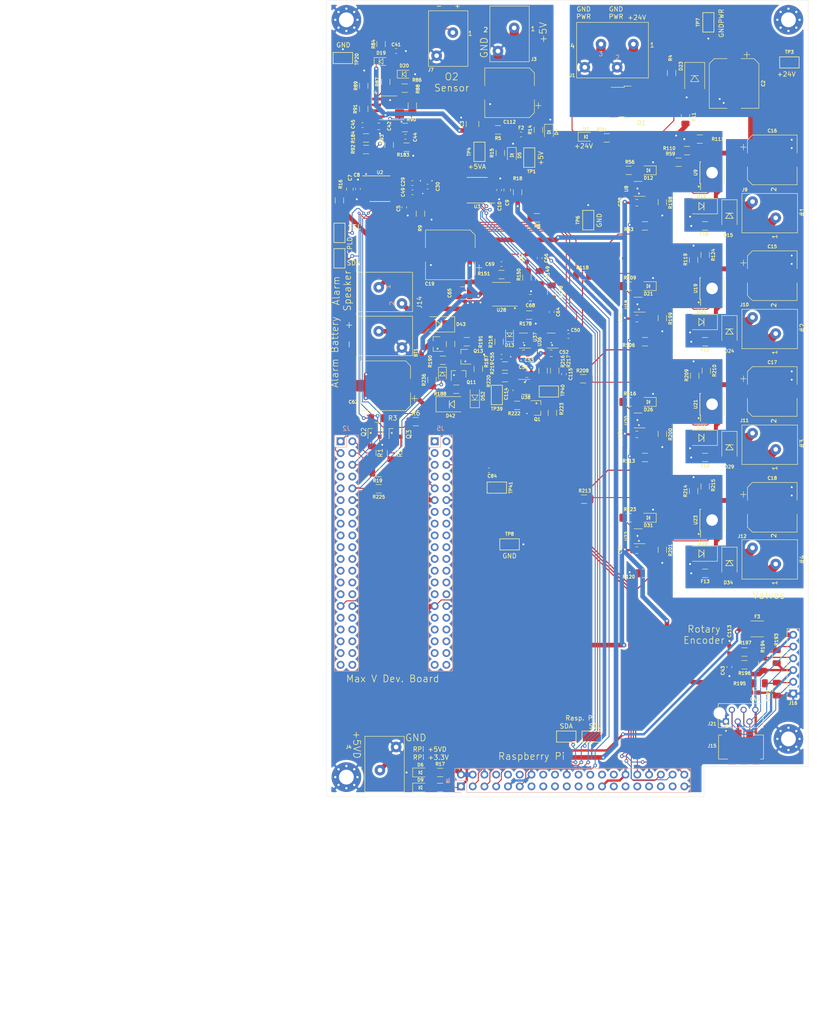
<source format=kicad_pcb>
(kicad_pcb (version 20171130) (host pcbnew "(5.1.4)-1")
  (title_block (title "JamVent Stand-Alone Controller") (date 2020-04-19) (rev 1.8) (company "US JamVent Team") (comment 1 "Don Straney"))
  (layers (0 F.Cu signal) (31 B.Cu signal) (34 B.Paste user) (35 F.Paste user) (36 B.SilkS user) (37 F.SilkS user) (38 B.Mask user) (39 F.Mask user) (44 Edge.Cuts user))
  (net 0 "")
  (net 1 GND)
  (net 2 "/Auditory Alarm/Backup_Bat")
  (net 3 GNDPWR)
  (net 4 +24V)
  (net 5 +5VA)
  (net 6 /CPLD_ADC6)
  (net 7 /CPLD_ADC7)
  (net 8 "Net-(C7-Pad2)")
  (net 9 "Net-(C10-Pad2)")
  (net 10 +3V3)
  (net 11 "Net-(C41-Pad2)")
  (net 12 "Net-(C44-Pad2)")
  (net 13 "/Oxygen Sensor Input/Out")
  (net 14 "Net-(C45-Pad2)")
  (net 15 "Net-(C45-Pad1)")
  (net 16 "Net-(C55-Pad2)")
  (net 17 +BATT)
  (net 18 "Net-(C64-Pad2)")
  (net 19 "Net-(C66-Pad2)")
  (net 20 /RPi_Alarm_Spkr)
  (net 21 "Net-(C67-Pad2)")
  (net 22 /CPLD_Alarm_Spkr)
  (net 23 "Net-(C68-Pad2)")
  (net 24 "Net-(C69-Pad2)")
  (net 25 "Net-(C69-Pad1)")
  (net 26 +5V)
  (net 27 "Net-(D1-Pad2)")
  (net 28 "Net-(D1-Pad1)")
  (net 29 "Net-(D4-Pad2)")
  (net 30 "Net-(D5-Pad2)")
  (net 31 "Net-(D6-Pad2)")
  (net 32 "Net-(D7-Pad2)")
  (net 33 "Net-(D9-Pad2)")
  (net 34 "Net-(D12-Pad2)")
  (net 35 "Net-(D13-Pad1)")
  (net 36 "/Output Driver 1/OutL")
  (net 37 "Net-(D21-Pad2)")
  (net 38 "/Output Driver 2/OutL")
  (net 39 "Net-(D26-Pad2)")
  (net 40 "/Output Driver 3/OutL")
  (net 41 "Net-(D31-Pad2)")
  (net 42 "/Output Driver 4/OutL")
  (net 43 +5VD)
  (net 44 "Net-(F2-Pad1)")
  (net 45 "/Oxygen Sensor Input/In")
  (net 46 "Net-(J8-Pad29)")
  (net 47 "Net-(J8-Pad28)")
  (net 48 "Net-(J8-Pad27)")
  (net 49 "Net-(J8-Pad26)")
  (net 50 "Net-(J8-Pad24)")
  (net 51 /RPi_valve4)
  (net 52 /+3.3V_RPi)
  (net 53 /RPi_valve3)
  (net 54 /RPi_valve2)
  (net 55 /RPi_valve1)
  (net 56 /GPIO4)
  (net 57 /RPi_SCL)
  (net 58 /RPi_SDA)
  (net 59 "Net-(J14-Pad2)")
  (net 60 /CPLD_SDA)
  (net 61 /CPLD_SCL)
  (net 62 /CPLD_ADC0)
  (net 63 /RPi_ADC0)
  (net 64 "Net-(R56-Pad2)")
  (net 65 /CPLD_ADC1)
  (net 66 /RPi_ADC1)
  (net 67 "Net-(R86-Pad1)")
  (net 68 "Net-(R87-Pad1)")
  (net 69 /CPLD_ADC2)
  (net 70 /RPi_ADC2)
  (net 71 "Net-(R109-Pad2)")
  (net 72 "Net-(R116-Pad2)")
  (net 73 "Net-(R123-Pad2)")
  (net 74 /CPLD_ADC3)
  (net 75 /CPLD_ADC4)
  (net 76 /CPLD_ADC5)
  (net 77 "Net-(U2-Pad1)")
  (net 78 /RPi_ADC3)
  (net 79 /RPi_ADC4)
  (net 80 /RPi_ADC5)
  (net 81 /RPi_ADC6)
  (net 82 /RPi_ADC7)
  (net 83 "Net-(U3-Pad1)")
  (net 84 /CPLD_valve1)
  (net 85 /CPLD_valve2)
  (net 86 /CPLD_valve3)
  (net 87 /CPLD_valve4)
  (net 88 "Net-(J8-Pad31)")
  (net 89 "Net-(R178-Pad1)")
  (net 90 "Net-(D43-Pad1)")
  (net 91 "Net-(D52-Pad2)")
  (net 92 "Net-(Q11-Pad3)")
  (net 93 "Net-(Q11-Pad1)")
  (net 94 "Net-(Q12-Pad1)")
  (net 95 "Net-(F3-Pad2)")
  (net 96 /Enc_Sw)
  (net 97 /Enc_B)
  (net 98 /Enc_A)
  (net 99 "Net-(J8-Pad17)")
  (net 100 "Net-(H3-Pad1)")
  (net 101 "/Output Driver 1/OutH")
  (net 102 "/Output Driver 2/OutH")
  (net 103 "/Output Driver 3/OutH")
  (net 104 "/Output Driver 4/OutH")
  (net 105 "Net-(R110-Pad2)")
  (net 106 "Net-(R111-Pad2)")
  (net 107 "Net-(R124-Pad2)")
  (net 108 "Net-(R210-Pad2)")
  (net 109 /~Valve4_Fault)
  (net 110 "Net-(R215-Pad2)")
  (net 111 "Net-(J8-Pad19)")
  (net 112 "Net-(J8-Pad15)")
  (net 113 "Net-(J8-Pad13)")
  (net 114 "Net-(J8-Pad21)")
  (net 115 "Net-(D13-Pad2)")
  (net 116 "Net-(Q1-Pad3)")
  (net 117 "Net-(Q1-Pad1)")
  (net 118 "Net-(R216-Pad2)")
  (net 119 "Net-(D22-Pad1)")
  (net 120 "Net-(Q2-Pad1)")
  (net 121 "Net-(J15-Pad4)")
  (net 122 "Net-(J15-Pad2)")
  (net 123 "Net-(J15-Pad5)")
  (net 124 "Net-(C114-Pad2)")
  (net 125 "Net-(C114-Pad1)")
  (net 126 "Net-(C115-Pad2)")
  (net 127 "Net-(J8-Pad37)")
  (net 128 "Net-(J8-Pad35)")
  (net 129 "Net-(J8-Pad33)")
  (net 130 "Net-(J8-Pad23)")
  (net 131 "Net-(J8-Pad22)")
  (net 132 "Net-(J8-Pad18)")
  (net 133 "Net-(J8-Pad16)")
  (net 134 "Net-(J8-Pad12)")
  (net 135 "Net-(J8-Pad10)")
  (net 136 "Net-(J8-Pad8)")
  (net 137 "Net-(Q3-Pad1)")
  (net 138 /SDA_Drive)
  (net 139 /SCL_Drive)
  (net 140 "Net-(R118-Pad2)")
  (net 141 "Net-(R208-Pad2)")
  (net 142 "Net-(R213-Pad2)")
  (net 143 "Net-(J2-Pad40)")
  (net 144 "Net-(J2-Pad39)")
  (net 145 "Net-(J2-Pad38)")
  (net 146 "Net-(J2-Pad37)")
  (net 147 "Net-(J2-Pad36)")
  (net 148 "Net-(J2-Pad35)")
  (net 149 "Net-(J2-Pad34)")
  (net 150 "Net-(J2-Pad33)")
  (net 151 "Net-(J2-Pad32)")
  (net 152 "Net-(J2-Pad31)")
  (net 153 "Net-(J2-Pad28)")
  (net 154 "Net-(J2-Pad27)")
  (net 155 "Net-(J2-Pad26)")
  (net 156 "Net-(J2-Pad25)")
  (net 157 "Net-(J2-Pad24)")
  (net 158 "Net-(J2-Pad23)")
  (net 159 "Net-(J2-Pad22)")
  (net 160 "Net-(J2-Pad21)")
  (net 161 "Net-(J2-Pad20)")
  (net 162 "Net-(J2-Pad19)")
  (net 163 "Net-(J2-Pad18)")
  (net 164 "Net-(J2-Pad17)")
  (net 165 "Net-(J2-Pad16)")
  (net 166 "Net-(J2-Pad15)")
  (net 167 "Net-(J2-Pad14)")
  (net 168 "Net-(J2-Pad13)")
  (net 169 "Net-(J2-Pad9)")
  (net 170 "Net-(J2-Pad8)")
  (net 171 "Net-(J2-Pad7)")
  (net 172 "Net-(J2-Pad5)")
  (net 173 "Net-(J5-Pad40)")
  (net 174 "Net-(J5-Pad39)")
  (net 175 "Net-(J5-Pad38)")
  (net 176 "Net-(J5-Pad37)")
  (net 177 "Net-(J5-Pad36)")
  (net 178 "Net-(J5-Pad35)")
  (net 179 "Net-(J5-Pad34)")
  (net 180 "Net-(J5-Pad33)")
  (net 181 "Net-(J5-Pad32)")
  (net 182 "Net-(J5-Pad31)")
  (net 183 "Net-(J5-Pad28)")
  (net 184 "Net-(J5-Pad27)")
  (net 185 "Net-(J5-Pad26)")
  (net 186 "Net-(J5-Pad25)")
  (net 187 "Net-(J5-Pad24)")
  (net 188 "Net-(J5-Pad23)")
  (net 189 "Net-(J5-Pad22)")
  (net 190 "Net-(J5-Pad21)")
  (net 191 "Net-(J5-Pad20)")
  (net 192 "Net-(J5-Pad19)")
  (net 193 "Net-(J5-Pad18)")
  (net 194 "Net-(J5-Pad17)")
  (net 195 "Net-(J5-Pad16)")
  (net 196 "Net-(J5-Pad15)")
  (net 197 "Net-(J5-Pad14)")
  (net 198 "Net-(J5-Pad13)")
  (net 199 "Net-(J5-Pad10)")
  (net 200 "Net-(J5-Pad8)")
  (net 201 "Net-(J5-Pad7)")
  (net 202 "Net-(J5-Pad5)")
  (net 203 "Net-(J5-Pad4)")
  (net 204 "Net-(J5-Pad3)")
  (net 205 "Net-(J5-Pad2)")
  (net 206 "Net-(J5-Pad1)")
  (net 207 /~CPLD_ADC_INT)
  (net 208 /~Bat_On)
  (net 209 "Net-(D1-Pad3)")
  (module Package_TO_SOT_SMD:TO-252-2 (layer F.Cu) (at 95.25 133.5)
    (fp_text reference D1 (at 1.25 4.5) (layer F.SilkS))
    (fp_text value MURD620CTT4G)
    (pad 2 smd rect (at 2.1 0) (size 6.4 5.8) (layers F.Cu F.Mask) (net 27 "Net-(D1-Pad2)"))
    (pad 3 smd rect (at -4.2 2.28) (size 2.2 1.2) (layers F.Cu F.Paste F.Mask) (net 209 "Net-(D1-Pad3)"))
    (pad 1 smd rect (at -4.2 -2.28) (size 2.2 1.2) (layers F.Cu F.Paste F.Mask) (net 28 "Net-(D1-Pad1)"))
  )
  (module Ventilator:Connector_Spring_Phoenix_1985195 (layer F.Cu) (at 39.75 175.25 90)
    (fp_text reference J14 (at -1.5 8.8 90) (layer F.SilkS))
    (fp_text value Conn_01x02)
    (fp_text user 2 (at -1.7 2.9 90) (layer B.SilkS))
    (fp_text user 1 (at 1.9 2 90) (layer B.SilkS))
    (pad 2 thru_hole circle (at -1.75 5 90) (size 2.3 2.3) (drill 1) (layers *.Cu *.Mask) (net 59 "Net-(J14-Pad2)"))
    (pad 1 thru_hole circle (at 1.75 0 90) (size 2.3 2.3) (drill 1) (layers *.Cu *.Mask) (net 24 "Net-(C69-Pad2)"))
  )
  (module Connector_PinSocket_2.54mm:PinSocket_2x20_P2.54mm_Vertical (layer B.Cu) (at 51.82 206.75 180)
    (fp_text reference J5 (at -1.27 2.77) (layer B.SilkS) (effects (justify mirror)))
    (fp_text value Conn_02x20_Odd_Even)
    (pad 40 thru_hole oval (at -2.54 -48.26 180) (size 1.7 1.7) (drill 1) (layers *.Cu *.Mask) (net 173 "Net-(J5-Pad40)"))
    (pad 39 thru_hole oval (at 0 -48.26 180) (size 1.7 1.7) (drill 1) (layers *.Cu *.Mask) (net 174 "Net-(J5-Pad39)"))
    (pad 38 thru_hole oval (at -2.54 -45.72 180) (size 1.7 1.7) (drill 1) (layers *.Cu *.Mask) (net 175 "Net-(J5-Pad38)"))
    (pad 37 thru_hole oval (at 0 -45.72 180) (size 1.7 1.7) (drill 1) (layers *.Cu *.Mask) (net 176 "Net-(J5-Pad37)"))
    (pad 36 thru_hole oval (at -2.54 -43.18 180) (size 1.7 1.7) (drill 1) (layers *.Cu *.Mask) (net 177 "Net-(J5-Pad36)"))
    (pad 35 thru_hole oval (at 0 -43.18 180) (size 1.7 1.7) (drill 1) (layers *.Cu *.Mask) (net 178 "Net-(J5-Pad35)"))
    (pad 34 thru_hole oval (at -2.54 -40.64 180) (size 1.7 1.7) (drill 1) (layers *.Cu *.Mask) (net 179 "Net-(J5-Pad34)"))
    (pad 33 thru_hole oval (at 0 -40.64 180) (size 1.7 1.7) (drill 1) (layers *.Cu *.Mask) (net 180 "Net-(J5-Pad33)"))
    (pad 32 thru_hole oval (at -2.54 -38.1 180) (size 1.7 1.7) (drill 1) (layers *.Cu *.Mask) (net 181 "Net-(J5-Pad32)"))
    (pad 31 thru_hole oval (at 0 -38.1 180) (size 1.7 1.7) (drill 1) (layers *.Cu *.Mask) (net 182 "Net-(J5-Pad31)"))
    (pad 30 thru_hole oval (at -2.54 -35.56 180) (size 1.7 1.7) (drill 1) (layers *.Cu *.Mask) (net 1 GND))
    (pad 29 thru_hole oval (at 0 -35.56 180) (size 1.7 1.7) (drill 1) (layers *.Cu *.Mask) (net 10 +3V3))
    (pad 28 thru_hole oval (at -2.54 -33.02 180) (size 1.7 1.7) (drill 1) (layers *.Cu *.Mask) (net 183 "Net-(J5-Pad28)"))
    (pad 27 thru_hole oval (at 0 -33.02 180) (size 1.7 1.7) (drill 1) (layers *.Cu *.Mask) (net 184 "Net-(J5-Pad27)"))
    (pad 26 thru_hole oval (at -2.54 -30.48 180) (size 1.7 1.7) (drill 1) (layers *.Cu *.Mask) (net 185 "Net-(J5-Pad26)"))
    (pad 25 thru_hole oval (at 0 -30.48 180) (size 1.7 1.7) (drill 1) (layers *.Cu *.Mask) (net 186 "Net-(J5-Pad25)"))
    (pad 24 thru_hole oval (at -2.54 -27.94 180) (size 1.7 1.7) (drill 1) (layers *.Cu *.Mask) (net 187 "Net-(J5-Pad24)"))
    (pad 23 thru_hole oval (at 0 -27.94 180) (size 1.7 1.7) (drill 1) (layers *.Cu *.Mask) (net 188 "Net-(J5-Pad23)"))
    (pad 22 thru_hole oval (at -2.54 -25.4 180) (size 1.7 1.7) (drill 1) (layers *.Cu *.Mask) (net 189 "Net-(J5-Pad22)"))
    (pad 21 thru_hole oval (at 0 -25.4 180) (size 1.7 1.7) (drill 1) (layers *.Cu *.Mask) (net 190 "Net-(J5-Pad21)"))
    (pad 20 thru_hole oval (at -2.54 -22.86 180) (size 1.7 1.7) (drill 1) (layers *.Cu *.Mask) (net 191 "Net-(J5-Pad20)"))
    (pad 19 thru_hole oval (at 0 -22.86 180) (size 1.7 1.7) (drill 1) (layers *.Cu *.Mask) (net 192 "Net-(J5-Pad19)"))
    (pad 18 thru_hole oval (at -2.54 -20.32 180) (size 1.7 1.7) (drill 1) (layers *.Cu *.Mask) (net 193 "Net-(J5-Pad18)"))
    (pad 17 thru_hole oval (at 0 -20.32 180) (size 1.7 1.7) (drill 1) (layers *.Cu *.Mask) (net 194 "Net-(J5-Pad17)"))
    (pad 16 thru_hole oval (at -2.54 -17.78 180) (size 1.7 1.7) (drill 1) (layers *.Cu *.Mask) (net 195 "Net-(J5-Pad16)"))
    (pad 15 thru_hole oval (at 0 -17.78 180) (size 1.7 1.7) (drill 1) (layers *.Cu *.Mask) (net 196 "Net-(J5-Pad15)"))
    (pad 14 thru_hole oval (at -2.54 -15.24 180) (size 1.7 1.7) (drill 1) (layers *.Cu *.Mask) (net 197 "Net-(J5-Pad14)"))
    (pad 13 thru_hole oval (at 0 -15.24 180) (size 1.7 1.7) (drill 1) (layers *.Cu *.Mask) (net 198 "Net-(J5-Pad13)"))
    (pad 12 thru_hole oval (at -2.54 -12.7 180) (size 1.7 1.7) (drill 1) (layers *.Cu *.Mask) (net 1 GND))
    (pad 11 thru_hole oval (at 0 -12.7 180) (size 1.7 1.7) (drill 1) (layers *.Cu *.Mask) (net 17 +BATT))
    (pad 10 thru_hole oval (at -2.54 -10.16 180) (size 1.7 1.7) (drill 1) (layers *.Cu *.Mask) (net 199 "Net-(J5-Pad10)"))
    (pad 9 thru_hole oval (at 0 -10.16 180) (size 1.7 1.7) (drill 1) (layers *.Cu *.Mask) (net 22 /CPLD_Alarm_Spkr))
    (pad 8 thru_hole oval (at -2.54 -7.62 180) (size 1.7 1.7) (drill 1) (layers *.Cu *.Mask) (net 200 "Net-(J5-Pad8)"))
    (pad 7 thru_hole oval (at 0 -7.62 180) (size 1.7 1.7) (drill 1) (layers *.Cu *.Mask) (net 201 "Net-(J5-Pad7)"))
    (pad 6 thru_hole oval (at -2.54 -5.08 180) (size 1.7 1.7) (drill 1) (layers *.Cu *.Mask) (net 109 /~Valve4_Fault))
    (pad 5 thru_hole oval (at 0 -5.08 180) (size 1.7 1.7) (drill 1) (layers *.Cu *.Mask) (net 202 "Net-(J5-Pad5)"))
    (pad 4 thru_hole oval (at -2.54 -2.54 180) (size 1.7 1.7) (drill 1) (layers *.Cu *.Mask) (net 203 "Net-(J5-Pad4)"))
    (pad 3 thru_hole oval (at 0 -2.54 180) (size 1.7 1.7) (drill 1) (layers *.Cu *.Mask) (net 204 "Net-(J5-Pad3)"))
    (pad 2 thru_hole oval (at -2.54 0 180) (size 1.7 1.7) (drill 1) (layers *.Cu *.Mask) (net 205 "Net-(J5-Pad2)"))
    (pad 1 thru_hole rect (at 0 0 180) (size 1.7 1.7) (drill 1) (layers *.Cu *.Mask) (net 206 "Net-(J5-Pad1)"))
  )
  (module Connector_PinSocket_2.54mm:PinSocket_2x20_P2.54mm_Vertical (layer B.Cu) (at 31.5 206.75 180)
    (fp_text reference J2 (at -1.27 2.77) (layer B.SilkS) (effects (justify mirror)))
    (fp_text value Conn_02x20_Odd_Even)
    (pad 40 thru_hole oval (at -2.54 -48.26 180) (size 1.7 1.7) (drill 1) (layers *.Cu *.Mask) (net 143 "Net-(J2-Pad40)"))
    (pad 39 thru_hole oval (at 0 -48.26 180) (size 1.7 1.7) (drill 1) (layers *.Cu *.Mask) (net 144 "Net-(J2-Pad39)"))
    (pad 38 thru_hole oval (at -2.54 -45.72 180) (size 1.7 1.7) (drill 1) (layers *.Cu *.Mask) (net 145 "Net-(J2-Pad38)"))
    (pad 37 thru_hole oval (at 0 -45.72 180) (size 1.7 1.7) (drill 1) (layers *.Cu *.Mask) (net 146 "Net-(J2-Pad37)"))
    (pad 36 thru_hole oval (at -2.54 -43.18 180) (size 1.7 1.7) (drill 1) (layers *.Cu *.Mask) (net 147 "Net-(J2-Pad36)"))
    (pad 35 thru_hole oval (at 0 -43.18 180) (size 1.7 1.7) (drill 1) (layers *.Cu *.Mask) (net 148 "Net-(J2-Pad35)"))
    (pad 34 thru_hole oval (at -2.54 -40.64 180) (size 1.7 1.7) (drill 1) (layers *.Cu *.Mask) (net 149 "Net-(J2-Pad34)"))
    (pad 33 thru_hole oval (at 0 -40.64 180) (size 1.7 1.7) (drill 1) (layers *.Cu *.Mask) (net 150 "Net-(J2-Pad33)"))
    (pad 32 thru_hole oval (at -2.54 -38.1 180) (size 1.7 1.7) (drill 1) (layers *.Cu *.Mask) (net 151 "Net-(J2-Pad32)"))
    (pad 31 thru_hole oval (at 0 -38.1 180) (size 1.7 1.7) (drill 1) (layers *.Cu *.Mask) (net 152 "Net-(J2-Pad31)"))
    (pad 30 thru_hole oval (at -2.54 -35.56 180) (size 1.7 1.7) (drill 1) (layers *.Cu *.Mask) (net 1 GND))
    (pad 29 thru_hole oval (at 0 -35.56 180) (size 1.7 1.7) (drill 1) (layers *.Cu *.Mask) (net 10 +3V3))
    (pad 28 thru_hole oval (at -2.54 -33.02 180) (size 1.7 1.7) (drill 1) (layers *.Cu *.Mask) (net 153 "Net-(J2-Pad28)"))
    (pad 27 thru_hole oval (at 0 -33.02 180) (size 1.7 1.7) (drill 1) (layers *.Cu *.Mask) (net 154 "Net-(J2-Pad27)"))
    (pad 26 thru_hole oval (at -2.54 -30.48 180) (size 1.7 1.7) (drill 1) (layers *.Cu *.Mask) (net 155 "Net-(J2-Pad26)"))
    (pad 25 thru_hole oval (at 0 -30.48 180) (size 1.7 1.7) (drill 1) (layers *.Cu *.Mask) (net 156 "Net-(J2-Pad25)"))
    (pad 24 thru_hole oval (at -2.54 -27.94 180) (size 1.7 1.7) (drill 1) (layers *.Cu *.Mask) (net 157 "Net-(J2-Pad24)"))
    (pad 23 thru_hole oval (at 0 -27.94 180) (size 1.7 1.7) (drill 1) (layers *.Cu *.Mask) (net 158 "Net-(J2-Pad23)"))
    (pad 22 thru_hole oval (at -2.54 -25.4 180) (size 1.7 1.7) (drill 1) (layers *.Cu *.Mask) (net 159 "Net-(J2-Pad22)"))
    (pad 21 thru_hole oval (at 0 -25.4 180) (size 1.7 1.7) (drill 1) (layers *.Cu *.Mask) (net 160 "Net-(J2-Pad21)"))
    (pad 20 thru_hole oval (at -2.54 -22.86 180) (size 1.7 1.7) (drill 1) (layers *.Cu *.Mask) (net 161 "Net-(J2-Pad20)"))
    (pad 19 thru_hole oval (at 0 -22.86 180) (size 1.7 1.7) (drill 1) (layers *.Cu *.Mask) (net 162 "Net-(J2-Pad19)"))
    (pad 18 thru_hole oval (at -2.54 -20.32 180) (size 1.7 1.7) (drill 1) (layers *.Cu *.Mask) (net 163 "Net-(J2-Pad18)"))
    (pad 17 thru_hole oval (at 0 -20.32 180) (size 1.7 1.7) (drill 1) (layers *.Cu *.Mask) (net 164 "Net-(J2-Pad17)"))
    (pad 16 thru_hole oval (at -2.54 -17.78 180) (size 1.7 1.7) (drill 1) (layers *.Cu *.Mask) (net 165 "Net-(J2-Pad16)"))
    (pad 15 thru_hole oval (at 0 -17.78 180) (size 1.7 1.7) (drill 1) (layers *.Cu *.Mask) (net 166 "Net-(J2-Pad15)"))
    (pad 14 thru_hole oval (at -2.54 -15.24 180) (size 1.7 1.7) (drill 1) (layers *.Cu *.Mask) (net 167 "Net-(J2-Pad14)"))
    (pad 13 thru_hole oval (at 0 -15.24 180) (size 1.7 1.7) (drill 1) (layers *.Cu *.Mask) (net 168 "Net-(J2-Pad13)"))
    (pad 12 thru_hole oval (at -2.54 -12.7 180) (size 1.7 1.7) (drill 1) (layers *.Cu *.Mask) (net 1 GND))
    (pad 11 thru_hole oval (at 0 -12.7 180) (size 1.7 1.7) (drill 1) (layers *.Cu *.Mask) (net 17 +BATT))
    (pad 10 thru_hole oval (at -2.54 -10.16 180) (size 1.7 1.7) (drill 1) (layers *.Cu *.Mask) (net 208 /~Bat_On))
    (pad 9 thru_hole oval (at 0 -10.16 180) (size 1.7 1.7) (drill 1) (layers *.Cu *.Mask) (net 169 "Net-(J2-Pad9)"))
    (pad 8 thru_hole oval (at -2.54 -7.62 180) (size 1.7 1.7) (drill 1) (layers *.Cu *.Mask) (net 170 "Net-(J2-Pad8)"))
    (pad 7 thru_hole oval (at 0 -7.62 180) (size 1.7 1.7) (drill 1) (layers *.Cu *.Mask) (net 171 "Net-(J2-Pad7)"))
    (pad 6 thru_hole oval (at -2.54 -5.08 180) (size 1.7 1.7) (drill 1) (layers *.Cu *.Mask) (net 207 /~CPLD_ADC_INT))
    (pad 5 thru_hole oval (at 0 -5.08 180) (size 1.7 1.7) (drill 1) (layers *.Cu *.Mask) (net 172 "Net-(J2-Pad5)"))
    (pad 4 thru_hole oval (at -2.54 -2.54 180) (size 1.7 1.7) (drill 1) (layers *.Cu *.Mask) (net 138 /SDA_Drive))
    (pad 3 thru_hole oval (at 0 -2.54 180) (size 1.7 1.7) (drill 1) (layers *.Cu *.Mask) (net 60 /CPLD_SDA))
    (pad 2 thru_hole oval (at -2.54 0 180) (size 1.7 1.7) (drill 1) (layers *.Cu *.Mask) (net 139 /SCL_Drive))
    (pad 1 thru_hole rect (at 0 0 180) (size 1.7 1.7) (drill 1) (layers *.Cu *.Mask) (net 61 /CPLD_SCL))
  )
  (module Capacitor_SMD:C_0805_2012Metric (layer F.Cu) (at 95.5 180.25 180)
    (fp_text reference C48 (at 3.6 0.15 90) (layer F.SilkS) (effects (font (size 0.7 0.7) (thickness 0.16))))
    (fp_text value "1uF 16V X7R" hide)
    (pad 2 smd roundrect (at 0.9375 0 180) (size 0.975 1.4) (layers F.Cu F.Paste F.Mask) (net 10 +3V3))
    (pad 1 smd roundrect (at -0.9375 0 180) (size 0.975 1.4) (layers F.Cu F.Paste F.Mask) (net 1 GND))
  )
  (module Resistor_SMD:R_1206_3216Metric (layer F.Cu) (at 47.75 202.5)
    (fp_text reference R6 (at 0 -1.82) (layer F.SilkS))
    (fp_text value 3.3K)
    (pad 2 smd roundrect (at 1.4 0) (size 1.25 1.75) (layers F.Cu F.Paste F.Mask) (roundrect_rratio 0.2) (net 10 +3V3))
    (pad 1 smd roundrect (at -1.4 0) (size 1.25 1.75) (layers F.Cu F.Paste F.Mask) (roundrect_rratio 0.2) (net 61 /CPLD_SCL))
  )
  (module Resistor_SMD:R_1206_3216Metric (layer F.Cu) (at 39.5 201.75)
    (fp_text reference R3 (at 3.25 0) (layer F.SilkS))
    (fp_text value 3.3K)
    (pad 2 smd roundrect (at 1.4 0) (size 1.25 1.75) (layers F.Cu F.Paste F.Mask) (roundrect_rratio 0.2) (net 10 +3V3))
    (pad 1 smd roundrect (at -1.4 0) (size 1.25 1.75) (layers F.Cu F.Paste F.Mask) (roundrect_rratio 0.2) (net 60 /CPLD_SDA))
  )
  (module Resistor_SMD:R_1206_3216Metric (layer F.Cu) (at 42.5 209.25 270)
    (fp_text reference R2 (at 0 -1.82 90) (layer F.SilkS))
    (fp_text value 10K)
    (pad 2 smd roundrect (at 1.4 0 270) (size 1.25 1.75) (layers F.Cu F.Paste F.Mask) (roundrect_rratio 0.2) (net 139 /SCL_Drive))
    (pad 1 smd roundrect (at -1.4 0 270) (size 1.25 1.75) (layers F.Cu F.Paste F.Mask) (roundrect_rratio 0.2) (net 137 "Net-(Q3-Pad1)"))
  )
  (module Resistor_SMD:R_1206_3216Metric (layer F.Cu) (at 38.25 209.25 270)
    (fp_text reference R1 (at 0 -1.82 90) (layer F.SilkS))
    (fp_text value 10K)
    (pad 2 smd roundrect (at 1.4 0 270) (size 1.25 1.75) (layers F.Cu F.Paste F.Mask) (roundrect_rratio 0.2) (net 138 /SDA_Drive))
    (pad 1 smd roundrect (at -1.4 0 270) (size 1.25 1.75) (layers F.Cu F.Paste F.Mask) (roundrect_rratio 0.2) (net 120 "Net-(Q2-Pad1)"))
  )
  (module Ventilator:SOT-23 (layer F.Cu) (at 43.55 204.75 90)
    (fp_text reference Q3 (at -0.5 2.7 90) (layer F.SilkS))
    (fp_text value MMBT3904)
    (pad 3 smd rect (at 1 0 90) (size 0.9 0.8) (layers F.Cu F.Paste F.Mask) (net 61 /CPLD_SCL))
    (pad 2 smd rect (at -1 0.95 90) (size 0.9 0.8) (layers F.Cu F.Paste F.Mask) (net 1 GND))
    (pad 1 smd rect (at -1 -0.95 90) (size 0.9 0.8) (layers F.Cu F.Paste F.Mask) (net 137 "Net-(Q3-Pad1)"))
  )
  (module Ventilator:SOT-23 (layer F.Cu) (at 39 204.75 90)
    (fp_text reference Q2 (at 0 -2.5 90) (layer F.SilkS))
    (fp_text value MMBT3904)
    (pad 3 smd rect (at 1 0 90) (size 0.9 0.8) (layers F.Cu F.Paste F.Mask) (net 60 /CPLD_SDA))
    (pad 2 smd rect (at -1 0.95 90) (size 0.9 0.8) (layers F.Cu F.Paste F.Mask) (net 1 GND))
    (pad 1 smd rect (at -1 -0.95 90) (size 0.9 0.8) (layers F.Cu F.Paste F.Mask) (net 120 "Net-(Q2-Pad1)"))
  )
  (module Capacitor_SMD:C_0603_1608Metric (layer F.Cu) (at 66.25 168.5 180)
    (fp_text reference C69 (at 2.5 0) (layer F.SilkS) (effects (font (size 0.7 0.7))))
    (fp_text value "10nF 50V NP0")
    (pad 2 smd roundrect (at 0.7875 0 180) (size 0.875 0.95) (layers F.Cu F.Paste F.Mask) (net 24 "Net-(C69-Pad2)"))
    (pad 1 smd roundrect (at -0.7875 0 180) (size 0.875 0.95) (layers F.Cu F.Paste F.Mask) (net 25 "Net-(C69-Pad1)"))
  )
  (module Capacitor_SMD:C_0603_1608Metric (layer F.Cu) (at 71.75 167.15 270)
    (fp_text reference C67 (at 0 1.25 90) (layer F.SilkS) (effects (font (size 0.7 0.7))))
    (fp_text value "100nF 50V X7R")
    (pad 2 smd roundrect (at 0.7875 0 270) (size 0.875 0.95) (layers F.Cu F.Paste F.Mask) (net 21 "Net-(C67-Pad2)"))
    (pad 1 smd roundrect (at -0.7875 0 270) (size 0.875 0.95) (layers F.Cu F.Paste F.Mask) (net 22 /CPLD_Alarm_Spkr))
  )
  (module Capacitor_SMD:C_0603_1608Metric (layer F.Cu) (at 74.5 167.1875 270)
    (fp_text reference C66 (at 0 -1.43 90) (layer F.SilkS) (effects (font (size 0.7 0.7))))
    (fp_text value "100nF 50V X7R")
    (pad 2 smd roundrect (at 0.7875 0 270) (size 0.875 0.95) (layers F.Cu F.Paste F.Mask) (net 19 "Net-(C66-Pad2)"))
    (pad 1 smd roundrect (at -0.7875 0 270) (size 0.875 0.95) (layers F.Cu F.Paste F.Mask) (net 20 /RPi_Alarm_Spkr))
  )
  (module Capacitor_SMD:C_0603_1608Metric (layer F.Cu) (at 77.1 178.8375 90)
    (fp_text reference C64 (at 0 1.4 90) (layer F.SilkS) (effects (font (size 0.7 0.7))))
    (fp_text value "100nF 50V X7R")
    (pad 2 smd roundrect (at 0.7875 0 90) (size 0.875 0.95) (layers F.Cu F.Paste F.Mask) (net 18 "Net-(C64-Pad2)"))
    (pad 1 smd roundrect (at -0.7875 0 90) (size 0.875 0.95) (layers F.Cu F.Paste F.Mask) (net 1 GND))
  )
  (module Capacitor_SMD:C_0603_1608Metric (layer F.Cu) (at 79.75 192.25 270)
    (fp_text reference C115 (at 0 -1.43 90) (layer F.SilkS) (effects (font (size 0.7 0.7))))
    (fp_text value DNP hide)
    (pad 2 smd roundrect (at 0.7875 0 270) (size 0.875 0.95) (layers F.Cu F.Paste F.Mask) (net 126 "Net-(C115-Pad2)"))
    (pad 1 smd roundrect (at -0.7875 0 270) (size 0.875 0.95) (layers F.Cu F.Paste F.Mask) (net 1 GND))
  )
  (module Capacitor_SMD:C_0603_1608Metric (layer F.Cu) (at 68.25 195.75 270)
    (fp_text reference C114 (at 0.75 1 90) (layer F.SilkS) (effects (font (size 0.7 0.7))))
    (fp_text value "100pF 50V NP0" hide)
    (pad 2 smd roundrect (at 0.7875 0 270) (size 0.875 0.95) (layers F.Cu F.Paste F.Mask) (net 124 "Net-(C114-Pad2)"))
    (pad 1 smd roundrect (at -0.7875 0 270) (size 0.875 0.95) (layers F.Cu F.Paste F.Mask) (net 125 "Net-(C114-Pad1)"))
  )
  (module Resistor_SMD:R_1206_3216Metric (layer F.Cu) (at 51.25 193.5 270)
    (fp_text reference R236 (at 0 1.75 90) (layer F.SilkS) (effects (font (size 0.7 0.7))))
    (fp_text value 1M hide)
    (pad 2 smd roundrect (at 1.4 0 270) (size 1.25 1.75) (layers F.Cu F.Paste F.Mask) (roundrect_rratio 0.2) (net 93 "Net-(Q11-Pad1)"))
    (pad 1 smd roundrect (at -1.4 0 270) (size 1.25 1.75) (layers F.Cu F.Paste F.Mask) (roundrect_rratio 0.2) (net 119 "Net-(D22-Pad1)"))
  )
  (module Ventilator:TE_215079-6 (layer F.Cu) (at 114.75 267.25 180)
    (fp_text reference J21 (at 3 -0.5) (layer F.SilkS) (effects (font (size 0.7 0.7))))
    (fp_text value Conn_01x06 hide)
    (pad None np_thru_hole circle (at 1.4 1.8 180) (size 1.55 1.55) (drill 1.55) (layers *.Cu *.Mask))
    (pad 6 thru_hole circle (at -6.35 2.54 180) (size 1.358 1.358) (drill 0.85) (layers *.Cu *.Mask) (net 95 "Net-(F3-Pad2)"))
    (pad 5 thru_hole circle (at -5.08 0 180) (size 1.358 1.358) (drill 0.85) (layers *.Cu *.Mask) (net 123 "Net-(J15-Pad5)"))
    (pad 4 thru_hole circle (at -3.81 2.54 180) (size 1.358 1.358) (drill 0.85) (layers *.Cu *.Mask) (net 121 "Net-(J15-Pad4)"))
    (pad 3 thru_hole circle (at -2.54 0 180) (size 1.358 1.358) (drill 0.85) (layers *.Cu *.Mask) (net 10 +3V3))
    (pad 2 thru_hole circle (at -1.27 2.54 180) (size 1.358 1.358) (drill 0.85) (layers *.Cu *.Mask) (net 122 "Net-(J15-Pad2)"))
    (pad 1 thru_hole rect (at 0 0 180) (size 1.358 1.358) (drill 0.85) (layers *.Cu *.Mask) (net 1 GND))
  )
  (module Ventilator:TE_188275-6 (layer F.Cu) (at 118 272.75 90)
    (fp_text reference J15 (at 0.25 -6.25 180) (layer F.SilkS) (effects (font (size 0.7 0.7))))
    (fp_text value Conn_01x06 hide)
    (pad 6 smd rect (at -2.25 3.175 90) (size 3 1.5) (layers F.Cu F.Paste F.Mask) (net 95 "Net-(F3-Pad2)"))
    (pad 4 smd rect (at -2.25 0.635 90) (size 3 1.5) (layers F.Cu F.Paste F.Mask) (net 121 "Net-(J15-Pad4)"))
    (pad 2 smd rect (at -2.25 -1.905 90) (size 3 1.5) (layers F.Cu F.Paste F.Mask) (net 122 "Net-(J15-Pad2)"))
    (pad 5 smd rect (at 2.25 1.905 90) (size 3 1.5) (layers F.Cu F.Paste F.Mask) (net 123 "Net-(J15-Pad5)"))
    (pad 3 smd rect (at 2.25 -0.635 90) (size 3 1.5) (layers F.Cu F.Paste F.Mask) (net 10 +3V3))
    (pad 1 smd rect (at 2.25 -3.175 90) (size 3 1.5) (layers F.Cu F.Paste F.Mask) (net 1 GND))
  )
  (module Ventilator:D_SMB (layer F.Cu) (at 108 128.5 270)
    (fp_text reference D23 (at -2.75 3 90) (layer F.SilkS) (effects (font (size 0.7 0.7))))
    (fp_text value DNP hide)
    (pad 2 smd rect (at 2.15 0 270) (size 2.5 2.3) (layers F.Cu F.Paste F.Mask) (net 3 GNDPWR))
    (pad 1 smd rect (at -2.15 0 270) (size 2.5 2.3) (layers F.Cu F.Paste F.Mask) (net 4 +24V))
  )
  (module Resistor_SMD:R_1206_3216Metric (layer F.Cu) (at 39.75 217)
    (fp_text reference R225 (at 0 1.75) (layer F.SilkS) (effects (font (size 0.7 0.7))))
    (fp_text value 10K hide)
    (pad 2 smd roundrect (at 1.4 0) (size 1.25 1.75) (layers F.Cu F.Paste F.Mask) (roundrect_rratio 0.2) (net 10 +3V3))
    (pad 1 smd roundrect (at -1.4 0) (size 1.25 1.75) (layers F.Cu F.Paste F.Mask) (roundrect_rratio 0.2) (net 208 /~Bat_On))
  )
  (module Resistor_SMD:R_1206_3216Metric (layer F.Cu) (at 55.25 185.75 90)
    (fp_text reference R224 hide)
    (fp_text value 10K hide)
    (pad 2 smd roundrect (at 1.4 0 90) (size 1.25 1.75) (layers F.Cu F.Paste F.Mask) (roundrect_rratio 0.2) (net 90 "Net-(D43-Pad1)"))
    (pad 1 smd roundrect (at -1.4 0 90) (size 1.25 1.75) (layers F.Cu F.Paste F.Mask) (roundrect_rratio 0.2) (net 94 "Net-(Q12-Pad1)"))
  )
  (module Ventilator:D_SOD-323 (layer F.Cu) (at 53.5 192.25 270)
    (fp_text reference D22 hide)
    (fp_text value BAS21AH hide)
    (pad 2 smd rect (at 1.05 0 270) (size 0.6 0.45) (layers F.Cu F.Paste F.Mask) (net 208 /~Bat_On))
    (pad 1 smd rect (at -1.05 0 270) (size 0.6 0.45) (layers F.Cu F.Paste F.Mask) (net 119 "Net-(D22-Pad1)"))
  )
  (module Ventilator:Connector_Spring_Phoenix_1985218 (layer F.Cu) (at 89.5 121)
    (fp_text reference J1 (at -7.95 6.75) (layer F.SilkS) (effects (font (size 0.7 0.7) (thickness 0.16))))
    (fp_text value Conn_01x04 hide)
    (fp_text user 4 (at -7.9 0.4) (layer F.SilkS))
    (fp_text user 3 (at -1.8 2.1) (layer B.SilkS))
    (fp_text user 2 (at 1.8 2.9) (layer B.SilkS))
    (fp_text user 4 (at -7.9 0.4) (layer F.SilkS))
    (fp_text user 1 (at 9.3 0.2) (layer F.SilkS))
    (pad 4 thru_hole circle (at -5.25 5) (size 2.3 2.3) (drill 1) (layers *.Cu *.Mask) (net 3 GNDPWR))
    (pad 3 thru_hole circle (at -1.75 0) (size 2.3 2.3) (drill 1) (layers *.Cu *.Mask) (net 209 "Net-(D1-Pad3)"))
    (pad 2 thru_hole circle (at 1.75 5) (size 2.3 2.3) (drill 1) (layers *.Cu *.Mask) (net 3 GNDPWR))
    (pad 1 thru_hole circle (at 5.25 0) (size 2.3 2.3) (drill 1) (layers *.Cu *.Mask) (net 28 "Net-(D1-Pad1)"))
  )
  (module Ventilator:Connector_Spring_Phoenix_1985195 (layer F.Cu) (at 125.5 231.5 270)
    (fp_text reference J12 (at -4.25 7.25 180) (layer F.SilkS) (effects (font (size 0.7 0.7) (thickness 0.16))))
    (fp_text value Conn_01x02 hide)
    (fp_text user 2 (at -4.4 0.4 90) (layer F.SilkS))
    (fp_text user 2 (at -4.4 0.4 90) (layer F.SilkS))
    (fp_text user 1 (at 5.8 0.2 90) (layer F.SilkS))
    (pad 2 thru_hole circle (at -1.75 5 270) (size 2.3 2.3) (drill 1) (layers *.Cu *.Mask) (net 104 "/Output Driver 4/OutH"))
    (pad 1 thru_hole circle (at 1.75 0 270) (size 2.3 2.3) (drill 1) (layers *.Cu *.Mask) (net 42 "/Output Driver 4/OutL"))
  )
  (module Ventilator:Connector_Spring_Phoenix_1985195 (layer F.Cu) (at 125.5 206.75 270)
    (fp_text reference J11 (at -4.5 6.75 180) (layer F.SilkS) (effects (font (size 0.7 0.7) (thickness 0.16))))
    (fp_text value Conn_01x02 hide)
    (fp_text user 2 (at -4.4 0.4 90) (layer F.SilkS))
    (fp_text user 2 (at -4.4 0.4 90) (layer F.SilkS))
    (fp_text user 1 (at 5.8 0.2 90) (layer F.SilkS))
    (pad 2 thru_hole circle (at -1.75 5 270) (size 2.3 2.3) (drill 1) (layers *.Cu *.Mask) (net 103 "/Output Driver 3/OutH"))
    (pad 1 thru_hole circle (at 1.75 0 270) (size 2.3 2.3) (drill 1) (layers *.Cu *.Mask) (net 40 "/Output Driver 3/OutL"))
  )
  (module Ventilator:Connector_Spring_Phoenix_1985195 (layer F.Cu) (at 125.5 181.75 270)
    (fp_text reference J10 (at -4.5 6.75 180) (layer F.SilkS) (effects (font (size 0.7 0.7) (thickness 0.16))))
    (fp_text value Conn_01x02 hide)
    (fp_text user 2 (at -4.4 0.4 90) (layer F.SilkS))
    (fp_text user 2 (at -4.4 0.4 90) (layer F.SilkS))
    (fp_text user 1 (at 5.8 0.2 90) (layer F.SilkS))
    (pad 2 thru_hole circle (at -1.75 5 270) (size 2.3 2.3) (drill 1) (layers *.Cu *.Mask) (net 102 "/Output Driver 2/OutH"))
    (pad 1 thru_hole circle (at 1.75 0 270) (size 2.3 2.3) (drill 1) (layers *.Cu *.Mask) (net 38 "/Output Driver 2/OutL"))
  )
  (module Ventilator:Connector_Spring_Phoenix_1985195 (layer F.Cu) (at 125.5 156.75 270)
    (fp_text reference J9 (at -4.3 6.7 180) (layer F.SilkS) (effects (font (size 0.7 0.7) (thickness 0.16))))
    (fp_text value Conn_01x02 hide)
    (fp_text user 2 (at -4.4 0.4 90) (layer F.SilkS))
    (fp_text user 2 (at -4.4 0.4 90) (layer F.SilkS))
    (fp_text user 1 (at 5.8 0.2 90) (layer F.SilkS))
    (pad 2 thru_hole circle (at -1.75 5 270) (size 2.3 2.3) (drill 1) (layers *.Cu *.Mask) (net 101 "/Output Driver 1/OutH"))
    (pad 1 thru_hole circle (at 1.75 0 270) (size 2.3 2.3) (drill 1) (layers *.Cu *.Mask) (net 36 "/Output Driver 1/OutL"))
  )
  (module Ventilator:Connector_Spring_Phoenix_1985195 (layer F.Cu) (at 54 118.5)
    (fp_text reference J7 (at -3 8.05) (layer F.SilkS) (effects (font (size 0.7 0.7) (thickness 0.16))))
    (fp_text value Conn_01x02 hide)
    (fp_text user 1 (at 5.5 0.2) (layer F.SilkS))
    (pad 2 thru_hole circle (at -1.75 5) (size 2.3 2.3) (drill 1) (layers *.Cu *.Mask) (net 1 GND))
    (pad 1 thru_hole circle (at 1.75 0) (size 2.3 2.3) (drill 1) (layers *.Cu *.Mask) (net 45 "/Oxygen Sensor Input/In"))
  )
  (module Ventilator:Connector_Spring_Phoenix_1985195 (layer F.Cu) (at 41.75 277.75 180)
    (fp_text reference J4 (at 8.5 5) (layer F.SilkS) (effects (font (size 0.7 0.7) (thickness 0.16))))
    (fp_text value Conn_01x02 hide)
    (fp_text user 1 (at 5.8 0.2) (layer F.SilkS))
    (pad 2 thru_hole circle (at -1.75 5 180) (size 2.3 2.3) (drill 1) (layers *.Cu *.Mask) (net 1 GND))
    (pad 1 thru_hole circle (at 1.75 0 180) (size 2.3 2.3) (drill 1) (layers *.Cu *.Mask) (net 43 +5VD))
  )
  (module Ventilator:Connector_Spring_Phoenix_1985195 (layer F.Cu) (at 67.25 117.5)
    (fp_text reference J3 (at 6 6.75) (layer F.SilkS) (effects (font (size 0.7 0.7) (thickness 0.16))))
    (fp_text value Conn_01x02 hide)
    (fp_text user 2 (at -4.4 0.4) (layer F.SilkS))
    (fp_text user 2 (at -4.4 0.4) (layer F.SilkS))
    (fp_text user 1 (at 5.8 0.2) (layer F.SilkS))
    (pad 2 thru_hole circle (at -1.75 5) (size 2.3 2.3) (drill 1) (layers *.Cu *.Mask) (net 1 GND))
    (pad 1 thru_hole circle (at 1.75 0) (size 2.3 2.3) (drill 1) (layers *.Cu *.Mask) (net 26 +5V))
  )
  (module Ventilator:Connector_Spring_Phoenix_1985195 (layer F.Cu) (at 39.75 184.75 90)
    (fp_text reference BT1 (at -2.85 8 90) (layer F.SilkS) (effects (font (size 0.7 0.7) (thickness 0.16))))
    (fp_text value "4x AA" hide)
    (pad 2 thru_hole circle (at -1.75 5 90) (size 2.3 2.3) (drill 1) (layers *.Cu *.Mask) (net 1 GND))
    (pad 1 thru_hole circle (at 1.75 0 90) (size 2.3 2.3) (drill 1) (layers *.Cu *.Mask) (net 2 "/Auditory Alarm/Backup_Bat"))
  )
  (module Ventilator:SOT-23-5 (layer F.Cu) (at 71.5 195)
    (fp_text reference U38 (at 0 2.25) (layer F.SilkS) (effects (font (size 0.7 0.7))))
    (fp_text value LMC7101B hide)
    (pad 5 smd rect (at 1.1 -0.95) (size 1.06 0.65) (layers F.Cu F.Paste F.Mask) (net 5 +5VA))
    (pad 4 smd rect (at 1.1 0.95) (size 1.06 0.65) (layers F.Cu F.Paste F.Mask) (net 124 "Net-(C114-Pad2)"))
    (pad 3 smd rect (at -1.1 0.95) (size 1.06 0.65) (layers F.Cu F.Paste F.Mask) (net 126 "Net-(C115-Pad2)"))
    (pad 2 smd rect (at -1.1 0) (size 1.06 0.65) (layers F.Cu F.Paste F.Mask) (net 1 GND))
    (pad 1 smd rect (at -1.1 -0.95) (size 1.06 0.65) (layers F.Cu F.Paste F.Mask) (net 125 "Net-(C114-Pad1)"))
  )
  (module Ventilator:SOT-23-5 (layer F.Cu) (at 71 185 180)
    (fp_text reference U37 (at -2.5 0.75 90) (layer F.SilkS) (effects (font (size 0.7 0.7))))
    (fp_text value LMC7101B hide)
    (pad 5 smd rect (at 1.1 -0.95 180) (size 1.06 0.65) (layers F.Cu F.Paste F.Mask) (net 5 +5VA))
    (pad 4 smd rect (at 1.1 0.95 180) (size 1.06 0.65) (layers F.Cu F.Paste F.Mask) (net 115 "Net-(D13-Pad2)"))
    (pad 3 smd rect (at -1.1 0.95 180) (size 1.06 0.65) (layers F.Cu F.Paste F.Mask) (net 16 "Net-(C55-Pad2)"))
    (pad 2 smd rect (at -1.1 0 180) (size 1.06 0.65) (layers F.Cu F.Paste F.Mask) (net 1 GND))
    (pad 1 smd rect (at -1.1 -0.95 180) (size 1.06 0.65) (layers F.Cu F.Paste F.Mask) (net 118 "Net-(R216-Pad2)"))
  )
  (module Ventilator:SOT-23-5 (layer F.Cu) (at 77 185 180)
    (fp_text reference U36 (at 2.5 -0.25 90) (layer F.SilkS) (effects (font (size 0.7 0.7))))
    (fp_text value LMC7101B hide)
    (pad 5 smd rect (at 1.1 -0.95 180) (size 1.06 0.65) (layers F.Cu F.Paste F.Mask) (net 5 +5VA))
    (pad 4 smd rect (at 1.1 0.95 180) (size 1.06 0.65) (layers F.Cu F.Paste F.Mask) (net 118 "Net-(R216-Pad2)"))
    (pad 3 smd rect (at -1.1 0.95 180) (size 1.06 0.65) (layers F.Cu F.Paste F.Mask) (net 118 "Net-(R216-Pad2)"))
    (pad 2 smd rect (at -1.1 0 180) (size 1.06 0.65) (layers F.Cu F.Paste F.Mask) (net 1 GND))
    (pad 1 smd rect (at -1.1 -0.95 180) (size 1.06 0.65) (layers F.Cu F.Paste F.Mask) (net 74 /CPLD_ADC3))
  )
  (module Ventilator:SOT-23-5 (layer F.Cu) (at 95.75 227.25 180)
    (fp_text reference U22 (at 2.5 0 90) (layer F.SilkS) (effects (font (size 0.7 0.7))))
    (fp_text value 74LVC1G08 hide)
    (pad 5 smd rect (at 1.1 -0.95 180) (size 1.06 0.65) (layers F.Cu F.Paste F.Mask) (net 10 +3V3))
    (pad 4 smd rect (at 1.1 0.95 180) (size 1.06 0.65) (layers F.Cu F.Paste F.Mask) (net 73 "Net-(R123-Pad2)"))
    (pad 3 smd rect (at -1.1 0.95 180) (size 1.06 0.65) (layers F.Cu F.Paste F.Mask) (net 1 GND))
    (pad 2 smd rect (at -1.1 0 180) (size 1.06 0.65) (layers F.Cu F.Paste F.Mask) (net 87 /CPLD_valve4))
    (pad 1 smd rect (at -1.1 -0.95 180) (size 1.06 0.65) (layers F.Cu F.Paste F.Mask) (net 51 /RPi_valve4))
  )
  (module Ventilator:SOT-23-5 (layer F.Cu) (at 95.75 202.25 180)
    (fp_text reference U20 (at 2.5 0 90) (layer F.SilkS) (effects (font (size 0.7 0.7))))
    (fp_text value 74LVC1G08 hide)
    (pad 5 smd rect (at 1.1 -0.95 180) (size 1.06 0.65) (layers F.Cu F.Paste F.Mask) (net 10 +3V3))
    (pad 4 smd rect (at 1.1 0.95 180) (size 1.06 0.65) (layers F.Cu F.Paste F.Mask) (net 72 "Net-(R116-Pad2)"))
    (pad 3 smd rect (at -1.1 0.95 180) (size 1.06 0.65) (layers F.Cu F.Paste F.Mask) (net 1 GND))
    (pad 2 smd rect (at -1.1 0 180) (size 1.06 0.65) (layers F.Cu F.Paste F.Mask) (net 86 /CPLD_valve3))
    (pad 1 smd rect (at -1.1 -0.95 180) (size 1.06 0.65) (layers F.Cu F.Paste F.Mask) (net 53 /RPi_valve3))
  )
  (module Ventilator:SOT-23-5 (layer F.Cu) (at 95.75 177.25 180)
    (fp_text reference U18 (at 2.5 0 90) (layer F.SilkS) (effects (font (size 0.7 0.7))))
    (fp_text value 74LVC1G08 hide)
    (pad 5 smd rect (at 1.1 -0.95 180) (size 1.06 0.65) (layers F.Cu F.Paste F.Mask) (net 10 +3V3))
    (pad 4 smd rect (at 1.1 0.95 180) (size 1.06 0.65) (layers F.Cu F.Paste F.Mask) (net 71 "Net-(R109-Pad2)"))
    (pad 3 smd rect (at -1.1 0.95 180) (size 1.06 0.65) (layers F.Cu F.Paste F.Mask) (net 1 GND))
    (pad 2 smd rect (at -1.1 0 180) (size 1.06 0.65) (layers F.Cu F.Paste F.Mask) (net 85 /CPLD_valve2))
    (pad 1 smd rect (at -1.1 -0.95 180) (size 1.06 0.65) (layers F.Cu F.Paste F.Mask) (net 54 /RPi_valve2))
  )
  (module Ventilator:SOT-23-5 (layer F.Cu) (at 95.75 152.25 180)
    (fp_text reference U8 (at 2.5 0 90) (layer F.SilkS) (effects (font (size 0.7 0.7))))
    (fp_text value 74LVC1G08 hide)
    (pad 5 smd rect (at 1.1 -0.95 180) (size 1.06 0.65) (layers F.Cu F.Paste F.Mask) (net 10 +3V3))
    (pad 4 smd rect (at 1.1 0.95 180) (size 1.06 0.65) (layers F.Cu F.Paste F.Mask) (net 64 "Net-(R56-Pad2)"))
    (pad 3 smd rect (at -1.1 0.95 180) (size 1.06 0.65) (layers F.Cu F.Paste F.Mask) (net 1 GND))
    (pad 2 smd rect (at -1.1 0 180) (size 1.06 0.65) (layers F.Cu F.Paste F.Mask) (net 84 /CPLD_valve1))
    (pad 1 smd rect (at -1.1 -0.95 180) (size 1.06 0.65) (layers F.Cu F.Paste F.Mask) (net 55 /RPi_valve1))
  )
  (module Ventilator:SOT-23 (layer F.Cu) (at 58.25 188.5 180)
    (fp_text reference Q13 (at -3 1.25 180) (layer F.SilkS) (effects (font (size 0.7 0.7))))
    (fp_text value MMBT3904 hide)
    (pad 3 smd rect (at 1 0 180) (size 0.9 0.8) (layers F.Cu F.Paste F.Mask) (net 119 "Net-(D22-Pad1)"))
    (pad 2 smd rect (at -1 0.95 180) (size 0.9 0.8) (layers F.Cu F.Paste F.Mask) (net 1 GND))
    (pad 1 smd rect (at -1 -0.95 180) (size 0.9 0.8) (layers F.Cu F.Paste F.Mask) (net 92 "Net-(Q11-Pad3)"))
  )
  (module Ventilator:SOT-23 (layer F.Cu) (at 52.25 185.75 180)
    (fp_text reference Q12 hide)
    (fp_text value MMBT3906 hide)
    (pad 3 smd rect (at 1 0 180) (size 0.9 0.8) (layers F.Cu F.Paste F.Mask) (net 17 +BATT))
    (pad 2 smd rect (at -1 0.95 180) (size 0.9 0.8) (layers F.Cu F.Paste F.Mask) (net 90 "Net-(D43-Pad1)"))
    (pad 1 smd rect (at -1 -0.95 180) (size 0.9 0.8) (layers F.Cu F.Paste F.Mask) (net 94 "Net-(Q12-Pad1)"))
  )
  (module Ventilator:SOT-23 (layer F.Cu) (at 57 192.25 90)
    (fp_text reference Q11 (at -1.75 2.75) (layer F.SilkS) (effects (font (size 0.7 0.7))))
    (fp_text value MMBT3904 hide)
    (pad 3 smd rect (at 1 0 90) (size 0.9 0.8) (layers F.Cu F.Paste F.Mask) (net 92 "Net-(Q11-Pad3)"))
    (pad 2 smd rect (at -1 0.95 90) (size 0.9 0.8) (layers F.Cu F.Paste F.Mask) (net 1 GND))
    (pad 1 smd rect (at -1 -0.95 90) (size 0.9 0.8) (layers F.Cu F.Paste F.Mask) (net 93 "Net-(Q11-Pad1)"))
  )
  (module Ventilator:SOT-23 (layer F.Cu) (at 74 199.55)
    (fp_text reference Q1 (at 0 2.45) (layer F.SilkS) (effects (font (size 0.7 0.7))))
    (fp_text value MMBT3904 hide)
    (pad 3 smd rect (at 1 0) (size 0.9 0.8) (layers F.Cu F.Paste F.Mask) (net 116 "Net-(Q1-Pad3)"))
    (pad 2 smd rect (at -1 0.95) (size 0.9 0.8) (layers F.Cu F.Paste F.Mask) (net 1 GND))
    (pad 1 smd rect (at -1 -0.95) (size 0.9 0.8) (layers F.Cu F.Paste F.Mask) (net 117 "Net-(Q1-Pad1)"))
  )
  (module Ventilator:D_SOD-123 (layer F.Cu) (at 60.5 197.25 90)
    (fp_text reference D52 (at 0.25 1.75 90) (layer F.SilkS) (effects (font (size 0.7 0.7))))
    (fp_text value 3.3V hide)
    (pad 1 smd rect (at -1.65 0 90) (size 0.9 1.2) (layers F.Cu F.Paste F.Mask) (net 26 +5V))
    (pad 2 smd rect (at 1.65 0 90) (size 0.9 1.2) (layers F.Cu F.Paste F.Mask) (net 91 "Net-(D52-Pad2)"))
  )
  (module Ventilator:D_SMA (layer F.Cu) (at 52.75 181.5 180)
    (fp_text reference D43 (at -4.75 0) (layer F.SilkS) (effects (font (size 0.7 0.7))))
    (fp_text value ES2B hide)
    (pad 2 smd rect (at 2 0 180) (size 2.5 1.8) (layers F.Cu F.Paste F.Mask) (net 2 "/Auditory Alarm/Backup_Bat"))
    (pad 1 smd rect (at -2 0 180) (size 2.5 1.8) (layers F.Cu F.Paste F.Mask) (net 90 "Net-(D43-Pad1)"))
  )
  (module Ventilator:D_SMA (layer F.Cu) (at 55.5 198.75)
    (fp_text reference D42 (at -0.25 2.5) (layer F.SilkS) (effects (font (size 0.7 0.7))))
    (fp_text value ES2B hide)
    (pad 2 smd rect (at 2 0) (size 2.5 1.8) (layers F.Cu F.Paste F.Mask) (net 26 +5V))
    (pad 1 smd rect (at -2 0) (size 2.5 1.8) (layers F.Cu F.Paste F.Mask) (net 17 +BATT))
  )
  (module Ventilator:D_SMA (layer F.Cu) (at 109.5 231 180)
    (fp_text reference D35 (at -0.25 2.25) (layer F.SilkS) (effects (font (size 0.7 0.7))))
    (fp_text value 30V hide)
    (pad 2 smd rect (at 2 0 180) (size 2.5 1.8) (layers F.Cu F.Paste F.Mask) (net 3 GNDPWR))
    (pad 1 smd rect (at -2 0 180) (size 2.5 1.8) (layers F.Cu F.Paste F.Mask) (net 104 "/Output Driver 4/OutH"))
  )
  (module Ventilator:D_SMA (layer F.Cu) (at 115.5 233 270)
    (fp_text reference D34 (at 4.25 0.25 180) (layer F.SilkS) (effects (font (size 0.7 0.7))))
    (fp_text value ES2B hide)
    (pad 2 smd rect (at 2 0 270) (size 2.5 1.8) (layers F.Cu F.Paste F.Mask) (net 42 "/Output Driver 4/OutL"))
    (pad 1 smd rect (at -2 0 270) (size 2.5 1.8) (layers F.Cu F.Paste F.Mask) (net 104 "/Output Driver 4/OutH"))
  )
  (module Ventilator:D_SMA (layer F.Cu) (at 109.5 206 180)
    (fp_text reference D30 (at 0 2.25) (layer F.SilkS) (effects (font (size 0.7 0.7))))
    (fp_text value 30V hide)
    (pad 2 smd rect (at 2 0 180) (size 2.5 1.8) (layers F.Cu F.Paste F.Mask) (net 3 GNDPWR))
    (pad 1 smd rect (at -2 0 180) (size 2.5 1.8) (layers F.Cu F.Paste F.Mask) (net 103 "/Output Driver 3/OutH"))
  )
  (module Ventilator:D_SMA (layer F.Cu) (at 115.5 208 270)
    (fp_text reference D29 (at 4.25 0 180) (layer F.SilkS) (effects (font (size 0.7 0.7))))
    (fp_text value ES2B hide)
    (pad 2 smd rect (at 2 0 270) (size 2.5 1.8) (layers F.Cu F.Paste F.Mask) (net 40 "/Output Driver 3/OutL"))
    (pad 1 smd rect (at -2 0 270) (size 2.5 1.8) (layers F.Cu F.Paste F.Mask) (net 103 "/Output Driver 3/OutH"))
  )
  (module Ventilator:D_SMA (layer F.Cu) (at 109.5 181 180)
    (fp_text reference D25 (at 0 2.25) (layer F.SilkS) (effects (font (size 0.7 0.7))))
    (fp_text value 30V hide)
    (pad 2 smd rect (at 2 0 180) (size 2.5 1.8) (layers F.Cu F.Paste F.Mask) (net 3 GNDPWR))
    (pad 1 smd rect (at -2 0 180) (size 2.5 1.8) (layers F.Cu F.Paste F.Mask) (net 102 "/Output Driver 2/OutH"))
  )
  (module Ventilator:D_SMA (layer F.Cu) (at 115.5 183 270)
    (fp_text reference D24 (at 4.25 0 180) (layer F.SilkS) (effects (font (size 0.7 0.7))))
    (fp_text value ES2B hide)
    (pad 2 smd rect (at 2 0 270) (size 2.5 1.8) (layers F.Cu F.Paste F.Mask) (net 38 "/Output Driver 2/OutL"))
    (pad 1 smd rect (at -2 0 270) (size 2.5 1.8) (layers F.Cu F.Paste F.Mask) (net 102 "/Output Driver 2/OutH"))
  )
  (module Ventilator:D_SOD-323 (layer F.Cu) (at 45.25 127.5)
    (fp_text reference D20 (at 0 -1.85) (layer F.SilkS) (effects (font (size 0.7 0.7))))
    (fp_text value BAS21AH hide)
    (pad 2 smd rect (at 1.05 0) (size 0.6 0.45) (layers F.Cu F.Paste F.Mask) (net 1 GND))
    (pad 1 smd rect (at -1.05 0) (size 0.6 0.45) (layers F.Cu F.Paste F.Mask) (net 11 "Net-(C41-Pad2)"))
  )
  (module Ventilator:D_SOD-323 (layer F.Cu) (at 40.25 124.75)
    (fp_text reference D19 (at 0 -1.85) (layer F.SilkS) (effects (font (size 0.7 0.7))))
    (fp_text value BAS21AH hide)
    (pad 2 smd rect (at 1.05 0) (size 0.6 0.45) (layers F.Cu F.Paste F.Mask) (net 11 "Net-(C41-Pad2)"))
    (pad 1 smd rect (at -1.05 0) (size 0.6 0.45) (layers F.Cu F.Paste F.Mask) (net 5 +5VA))
  )
  (module Ventilator:D_SMA (layer F.Cu) (at 109.5 156 180)
    (fp_text reference D16 (at 0 2.25) (layer F.SilkS) (effects (font (size 0.7 0.7))))
    (fp_text value 30V hide)
    (pad 2 smd rect (at 2 0 180) (size 2.5 1.8) (layers F.Cu F.Paste F.Mask) (net 3 GNDPWR))
    (pad 1 smd rect (at -2 0 180) (size 2.5 1.8) (layers F.Cu F.Paste F.Mask) (net 101 "/Output Driver 1/OutH"))
  )
  (module Ventilator:D_SMA (layer F.Cu) (at 115.5 158 270)
    (fp_text reference D15 (at 4.25 0.25 180) (layer F.SilkS) (effects (font (size 0.7 0.7))))
    (fp_text value ES2B hide)
    (pad 2 smd rect (at 2 0 270) (size 2.5 1.8) (layers F.Cu F.Paste F.Mask) (net 36 "/Output Driver 1/OutL"))
    (pad 1 smd rect (at -2 0 270) (size 2.5 1.8) (layers F.Cu F.Paste F.Mask) (net 101 "/Output Driver 1/OutH"))
  )
  (module Ventilator:D_SOD-323 (layer F.Cu) (at 68 183.75 90)
    (fp_text reference D13 (at -2.25 0 180) (layer F.SilkS) (effects (font (size 0.7 0.7))))
    (fp_text value BAS21AH hide)
    (pad 2 smd rect (at 1.05 0 90) (size 0.6 0.45) (layers F.Cu F.Paste F.Mask) (net 115 "Net-(D13-Pad2)"))
    (pad 1 smd rect (at -1.05 0 90) (size 0.6 0.45) (layers F.Cu F.Paste F.Mask) (net 35 "Net-(D13-Pad1)"))
  )
  (module Ventilator:SOIC-8_3.9x4.9mm_P1.27mm (layer F.Cu) (at 66.25 175 180)
    (fp_text reference U28 (at 0 -3.4) (layer F.SilkS) (effects (font (size 0.7 0.7))))
    (fp_text value LM4871M hide)
    (pad 8 smd roundrect (at 2.475 -1.905 180) (size 1.95 0.6) (layers F.Cu F.Paste F.Mask) (net 59 "Net-(J14-Pad2)"))
    (pad 7 smd roundrect (at 2.475 -0.635 180) (size 1.95 0.6) (layers F.Cu F.Paste F.Mask) (net 1 GND))
    (pad 6 smd roundrect (at 2.475 0.635 180) (size 1.95 0.6) (layers F.Cu F.Paste F.Mask) (net 17 +BATT))
    (pad 5 smd roundrect (at 2.475 1.905 180) (size 1.95 0.6) (layers F.Cu F.Paste F.Mask) (net 24 "Net-(C69-Pad2)"))
    (pad 4 smd roundrect (at -2.475 1.905 180) (size 1.95 0.6) (layers F.Cu F.Paste F.Mask) (net 25 "Net-(C69-Pad1)"))
    (pad 3 smd roundrect (at -2.475 0.635 180) (size 1.95 0.6) (layers F.Cu F.Paste F.Mask) (net 23 "Net-(C68-Pad2)"))
    (pad 2 smd roundrect (at -2.475 -0.635 180) (size 1.95 0.6) (layers F.Cu F.Paste F.Mask) (net 23 "Net-(C68-Pad2)"))
    (pad 1 smd roundrect (at -2.475 -1.905 180) (size 1.95 0.6) (layers F.Cu F.Paste F.Mask) (net 89 "Net-(R178-Pad1)"))
  )
  (module Ventilator:TSSOP-14-1EP_4.4x5mm_P0.65mm (layer F.Cu) (at 111.75 223.75 90)
    (fp_text reference U23 (at 0 -3.55 90) (layer F.SilkS) (effects (font (size 0.7 0.7))))
    (fp_text value TPS1H100B hide)
    (pad 15 smd rect (at -0.75 -0.9 90) (size 1.5 1.8) (layers F.Cu F.Paste F.Mask) (net 1 GND))
    (pad 14 smd rect (at 2.95 -1.95 90) (size 1.45 0.45) (layers F.Cu F.Paste F.Mask) (net 142 "Net-(R213-Pad2)"))
    (pad 13 smd rect (at 2.95 -1.3 90) (size 1.45 0.45) (layers F.Cu F.Paste F.Mask) (net 110 "Net-(R215-Pad2)"))
    (pad 12 smd rect (at 2.95 -0.65 90) (size 1.45 0.45) (layers F.Cu F.Paste F.Mask) (net 4 +24V))
    (pad 11 smd rect (at 2.95 0 90) (size 1.45 0.45) (layers F.Cu F.Paste F.Mask))
    (pad 10 smd rect (at 2.95 0.65 90) (size 1.45 0.45) (layers F.Cu F.Paste F.Mask) (net 4 +24V))
    (pad 9 smd rect (at 2.95 1.3 90) (size 1.45 0.45) (layers F.Cu F.Paste F.Mask) (net 4 +24V))
    (pad 8 smd rect (at 2.95 1.95 90) (size 1.45 0.45) (layers F.Cu F.Paste F.Mask) (net 4 +24V))
    (pad 7 smd rect (at -2.95 1.95 90) (size 1.45 0.45) (layers F.Cu F.Paste F.Mask) (net 104 "/Output Driver 4/OutH"))
    (pad 6 smd rect (at -2.95 1.3 90) (size 1.45 0.45) (layers F.Cu F.Paste F.Mask) (net 104 "/Output Driver 4/OutH"))
    (pad 5 smd rect (at -2.95 0.65 90) (size 1.45 0.45) (layers F.Cu F.Paste F.Mask) (net 104 "/Output Driver 4/OutH"))
    (pad 4 smd rect (at -2.95 0 90) (size 1.45 0.45) (layers F.Cu F.Paste F.Mask))
    (pad 3 smd rect (at -2.95 -0.65 90) (size 1.45 0.45) (layers F.Cu F.Paste F.Mask) (net 73 "Net-(R123-Pad2)"))
    (pad 2 smd rect (at -2.95 -1.3 90) (size 1.45 0.45) (layers F.Cu F.Paste F.Mask) (net 1 GND))
    (pad 1 smd rect (at -2.95 -1.95 90) (size 1.45 0.45) (layers F.Cu F.Paste F.Mask))
    (pad 15 smd rect (at 0.75 -0.9 90) (size 1.5 1.8) (layers F.Cu F.Paste F.Mask) (net 1 GND))
    (pad 15 smd rect (at 0.75 0.9 90) (size 1.5 1.8) (layers F.Cu F.Paste F.Mask) (net 1 GND))
    (pad 15 smd rect (at -0.75 0.9 90) (size 1.5 1.8) (layers F.Cu F.Paste F.Mask) (net 1 GND))
  )
  (module Ventilator:TSSOP-14-1EP_4.4x5mm_P0.65mm (layer F.Cu) (at 111.75 198.75 90)
    (fp_text reference U21 (at 0 -3.55 90) (layer F.SilkS) (effects (font (size 0.7 0.7))))
    (fp_text value TPS1H100B hide)
    (pad 15 smd rect (at -0.75 -0.9 90) (size 1.5 1.8) (layers F.Cu F.Paste F.Mask) (net 1 GND))
    (pad 14 smd rect (at 2.95 -1.95 90) (size 1.45 0.45) (layers F.Cu F.Paste F.Mask) (net 141 "Net-(R208-Pad2)"))
    (pad 13 smd rect (at 2.95 -1.3 90) (size 1.45 0.45) (layers F.Cu F.Paste F.Mask) (net 108 "Net-(R210-Pad2)"))
    (pad 12 smd rect (at 2.95 -0.65 90) (size 1.45 0.45) (layers F.Cu F.Paste F.Mask) (net 4 +24V))
    (pad 11 smd rect (at 2.95 0 90) (size 1.45 0.45) (layers F.Cu F.Paste F.Mask))
    (pad 10 smd rect (at 2.95 0.65 90) (size 1.45 0.45) (layers F.Cu F.Paste F.Mask) (net 4 +24V))
    (pad 9 smd rect (at 2.95 1.3 90) (size 1.45 0.45) (layers F.Cu F.Paste F.Mask) (net 4 +24V))
    (pad 8 smd rect (at 2.95 1.95 90) (size 1.45 0.45) (layers F.Cu F.Paste F.Mask) (net 4 +24V))
    (pad 7 smd rect (at -2.95 1.95 90) (size 1.45 0.45) (layers F.Cu F.Paste F.Mask) (net 103 "/Output Driver 3/OutH"))
    (pad 6 smd rect (at -2.95 1.3 90) (size 1.45 0.45) (layers F.Cu F.Paste F.Mask) (net 103 "/Output Driver 3/OutH"))
    (pad 5 smd rect (at -2.95 0.65 90) (size 1.45 0.45) (layers F.Cu F.Paste F.Mask) (net 103 "/Output Driver 3/OutH"))
    (pad 4 smd rect (at -2.95 0 90) (size 1.45 0.45) (layers F.Cu F.Paste F.Mask))
    (pad 3 smd rect (at -2.95 -0.65 90) (size 1.45 0.45) (layers F.Cu F.Paste F.Mask) (net 72 "Net-(R116-Pad2)"))
    (pad 2 smd rect (at -2.95 -1.3 90) (size 1.45 0.45) (layers F.Cu F.Paste F.Mask) (net 1 GND))
    (pad 1 smd rect (at -2.95 -1.95 90) (size 1.45 0.45) (layers F.Cu F.Paste F.Mask))
    (pad 15 smd rect (at 0.75 -0.9 90) (size 1.5 1.8) (layers F.Cu F.Paste F.Mask) (net 1 GND))
    (pad 15 smd rect (at 0.75 0.9 90) (size 1.5 1.8) (layers F.Cu F.Paste F.Mask) (net 1 GND))
    (pad 15 smd rect (at -0.75 0.9 90) (size 1.5 1.8) (layers F.Cu F.Paste F.Mask) (net 1 GND))
  )
  (module Ventilator:TSSOP-14-1EP_4.4x5mm_P0.65mm (layer F.Cu) (at 111.75 173.75 90)
    (fp_text reference U19 (at 0 -3.55 90) (layer F.SilkS) (effects (font (size 0.7 0.7))))
    (fp_text value TPS1H100B hide)
    (pad 15 smd rect (at -0.75 -0.9 90) (size 1.5 1.8) (layers F.Cu F.Paste F.Mask) (net 1 GND))
    (pad 14 smd rect (at 2.95 -1.95 90) (size 1.45 0.45) (layers F.Cu F.Paste F.Mask) (net 140 "Net-(R118-Pad2)"))
    (pad 13 smd rect (at 2.95 -1.3 90) (size 1.45 0.45) (layers F.Cu F.Paste F.Mask) (net 107 "Net-(R124-Pad2)"))
    (pad 12 smd rect (at 2.95 -0.65 90) (size 1.45 0.45) (layers F.Cu F.Paste F.Mask) (net 4 +24V))
    (pad 11 smd rect (at 2.95 0 90) (size 1.45 0.45) (layers F.Cu F.Paste F.Mask))
    (pad 10 smd rect (at 2.95 0.65 90) (size 1.45 0.45) (layers F.Cu F.Paste F.Mask) (net 4 +24V))
    (pad 9 smd rect (at 2.95 1.3 90) (size 1.45 0.45) (layers F.Cu F.Paste F.Mask) (net 4 +24V))
    (pad 8 smd rect (at 2.95 1.95 90) (size 1.45 0.45) (layers F.Cu F.Paste F.Mask) (net 4 +24V))
    (pad 7 smd rect (at -2.95 1.95 90) (size 1.45 0.45) (layers F.Cu F.Paste F.Mask) (net 102 "/Output Driver 2/OutH"))
    (pad 6 smd rect (at -2.95 1.3 90) (size 1.45 0.45) (layers F.Cu F.Paste F.Mask) (net 102 "/Output Driver 2/OutH"))
    (pad 5 smd rect (at -2.95 0.65 90) (size 1.45 0.45) (layers F.Cu F.Paste F.Mask) (net 102 "/Output Driver 2/OutH"))
    (pad 4 smd rect (at -2.95 0 90) (size 1.45 0.45) (layers F.Cu F.Paste F.Mask))
    (pad 3 smd rect (at -2.95 -0.65 90) (size 1.45 0.45) (layers F.Cu F.Paste F.Mask) (net 71 "Net-(R109-Pad2)"))
    (pad 2 smd rect (at -2.95 -1.3 90) (size 1.45 0.45) (layers F.Cu F.Paste F.Mask) (net 1 GND))
    (pad 1 smd rect (at -2.95 -1.95 90) (size 1.45 0.45) (layers F.Cu F.Paste F.Mask))
    (pad 15 smd rect (at 0.75 -0.9 90) (size 1.5 1.8) (layers F.Cu F.Paste F.Mask) (net 1 GND))
    (pad 15 smd rect (at 0.75 0.9 90) (size 1.5 1.8) (layers F.Cu F.Paste F.Mask) (net 1 GND))
    (pad 15 smd rect (at -0.75 0.9 90) (size 1.5 1.8) (layers F.Cu F.Paste F.Mask) (net 1 GND))
  )
  (module Ventilator:TSSOP-14-1EP_4.4x5mm_P0.65mm (layer F.Cu) (at 111.75 148.75 90)
    (fp_text reference U9 (at 0 -3.55 90) (layer F.SilkS) (effects (font (size 0.7 0.7))))
    (fp_text value TPS1H100B hide)
    (pad 15 smd rect (at -0.75 -0.9 90) (size 1.5 1.8) (layers F.Cu F.Paste F.Mask) (net 1 GND))
    (pad 14 smd rect (at 2.95 -1.95 90) (size 1.45 0.45) (layers F.Cu F.Paste F.Mask) (net 105 "Net-(R110-Pad2)"))
    (pad 13 smd rect (at 2.95 -1.3 90) (size 1.45 0.45) (layers F.Cu F.Paste F.Mask) (net 106 "Net-(R111-Pad2)"))
    (pad 12 smd rect (at 2.95 -0.65 90) (size 1.45 0.45) (layers F.Cu F.Paste F.Mask) (net 4 +24V))
    (pad 11 smd rect (at 2.95 0 90) (size 1.45 0.45) (layers F.Cu F.Paste F.Mask))
    (pad 10 smd rect (at 2.95 0.65 90) (size 1.45 0.45) (layers F.Cu F.Paste F.Mask) (net 4 +24V))
    (pad 9 smd rect (at 2.95 1.3 90) (size 1.45 0.45) (layers F.Cu F.Paste F.Mask) (net 4 +24V))
    (pad 8 smd rect (at 2.95 1.95 90) (size 1.45 0.45) (layers F.Cu F.Paste F.Mask) (net 4 +24V))
    (pad 7 smd rect (at -2.95 1.95 90) (size 1.45 0.45) (layers F.Cu F.Paste F.Mask) (net 101 "/Output Driver 1/OutH"))
    (pad 6 smd rect (at -2.95 1.3 90) (size 1.45 0.45) (layers F.Cu F.Paste F.Mask) (net 101 "/Output Driver 1/OutH"))
    (pad 5 smd rect (at -2.95 0.65 90) (size 1.45 0.45) (layers F.Cu F.Paste F.Mask) (net 101 "/Output Driver 1/OutH"))
    (pad 4 smd rect (at -2.95 0 90) (size 1.45 0.45) (layers F.Cu F.Paste F.Mask))
    (pad 3 smd rect (at -2.95 -0.65 90) (size 1.45 0.45) (layers F.Cu F.Paste F.Mask) (net 64 "Net-(R56-Pad2)"))
    (pad 2 smd rect (at -2.95 -1.3 90) (size 1.45 0.45) (layers F.Cu F.Paste F.Mask) (net 1 GND))
    (pad 1 smd rect (at -2.95 -1.95 90) (size 1.45 0.45) (layers F.Cu F.Paste F.Mask))
    (pad 15 smd rect (at 0.75 -0.9 90) (size 1.5 1.8) (layers F.Cu F.Paste F.Mask) (net 1 GND))
    (pad 15 smd rect (at 0.75 0.9 90) (size 1.5 1.8) (layers F.Cu F.Paste F.Mask) (net 1 GND))
    (pad 15 smd rect (at -0.75 0.9 90) (size 1.5 1.8) (layers F.Cu F.Paste F.Mask) (net 1 GND))
  )
  (module Ventilator:SOIC-8_3.9x4.9mm_P1.27mm (layer F.Cu) (at 41.75 134.75 180)
    (fp_text reference U4 (at 3 3.25) (layer F.SilkS) (effects (font (size 0.7 0.7))))
    (fp_text value AD8552A hide)
    (pad 8 smd roundrect (at 2.475 -1.905 180) (size 1.95 0.6) (layers F.Cu F.Paste F.Mask) (net 5 +5VA))
    (pad 7 smd roundrect (at 2.475 -0.635 180) (size 1.95 0.6) (layers F.Cu F.Paste F.Mask) (net 15 "Net-(C45-Pad1)"))
    (pad 6 smd roundrect (at 2.475 0.635 180) (size 1.95 0.6) (layers F.Cu F.Paste F.Mask) (net 14 "Net-(C45-Pad2)"))
    (pad 5 smd roundrect (at 2.475 1.905 180) (size 1.95 0.6) (layers F.Cu F.Paste F.Mask) (net 68 "Net-(R87-Pad1)"))
    (pad 4 smd roundrect (at -2.475 1.905 180) (size 1.95 0.6) (layers F.Cu F.Paste F.Mask) (net 1 GND))
    (pad 3 smd roundrect (at -2.475 0.635 180) (size 1.95 0.6) (layers F.Cu F.Paste F.Mask) (net 67 "Net-(R86-Pad1)"))
    (pad 2 smd roundrect (at -2.475 -0.635 180) (size 1.95 0.6) (layers F.Cu F.Paste F.Mask) (net 12 "Net-(C44-Pad2)"))
    (pad 1 smd roundrect (at -2.475 -1.905 180) (size 1.95 0.6) (layers F.Cu F.Paste F.Mask) (net 13 "/Oxygen Sensor Input/Out"))
  )
  (module Ventilator:TSSOP-16_4.4x5mm_P0.65mm (layer F.Cu) (at 61 152.5 180)
    (fp_text reference U3 (at 0 -3.55) (layer F.SilkS) (effects (font (size 0.7 0.7))))
    (fp_text value ADC128D818 hide)
    (pad 16 smd rect (at 2.95 -2.275 180) (size 1.5 0.45) (layers F.Cu F.Paste F.Mask) (net 63 /RPi_ADC0))
    (pad 15 smd rect (at 2.95 -1.625 180) (size 1.5 0.45) (layers F.Cu F.Paste F.Mask) (net 66 /RPi_ADC1))
    (pad 14 smd rect (at 2.95 -0.975 180) (size 1.5 0.45) (layers F.Cu F.Paste F.Mask) (net 70 /RPi_ADC2))
    (pad 13 smd rect (at 2.95 -0.325 180) (size 1.5 0.45) (layers F.Cu F.Paste F.Mask) (net 78 /RPi_ADC3))
    (pad 12 smd rect (at 2.95 0.325 180) (size 1.5 0.45) (layers F.Cu F.Paste F.Mask) (net 79 /RPi_ADC4))
    (pad 11 smd rect (at 2.95 0.975 180) (size 1.5 0.45) (layers F.Cu F.Paste F.Mask) (net 80 /RPi_ADC5))
    (pad 10 smd rect (at 2.95 1.625 180) (size 1.5 0.45) (layers F.Cu F.Paste F.Mask) (net 81 /RPi_ADC6))
    (pad 9 smd rect (at 2.95 2.275 180) (size 1.5 0.45) (layers F.Cu F.Paste F.Mask) (net 82 /RPi_ADC7))
    (pad 8 smd rect (at -2.95 2.275 180) (size 1.5 0.45) (layers F.Cu F.Paste F.Mask) (net 1 GND))
    (pad 7 smd rect (at -2.95 1.625 180) (size 1.5 0.45) (layers F.Cu F.Paste F.Mask) (net 1 GND))
    (pad 6 smd rect (at -2.95 0.975 180) (size 1.5 0.45) (layers F.Cu F.Paste F.Mask) (net 56 /GPIO4))
    (pad 5 smd rect (at -2.95 0.325 180) (size 1.5 0.45) (layers F.Cu F.Paste F.Mask) (net 9 "Net-(C10-Pad2)"))
    (pad 4 smd rect (at -2.95 -0.325 180) (size 1.5 0.45) (layers F.Cu F.Paste F.Mask) (net 1 GND))
    (pad 3 smd rect (at -2.95 -0.975 180) (size 1.5 0.45) (layers F.Cu F.Paste F.Mask) (net 57 /RPi_SCL))
    (pad 2 smd rect (at -2.95 -1.625 180) (size 1.5 0.45) (layers F.Cu F.Paste F.Mask) (net 58 /RPi_SDA))
    (pad 1 smd rect (at -2.95 -2.275 180) (size 1.5 0.45) (layers F.Cu F.Paste F.Mask) (net 83 "Net-(U3-Pad1)"))
  )
  (module Ventilator:TSSOP-16_4.4x5mm_P0.65mm (layer F.Cu) (at 40 152.25)
    (fp_text reference U2 (at 0 -3.55) (layer F.SilkS) (effects (font (size 0.7 0.7))))
    (fp_text value ADC128D818 hide)
    (pad 16 smd rect (at 2.95 -2.275) (size 1.5 0.45) (layers F.Cu F.Paste F.Mask) (net 62 /CPLD_ADC0))
    (pad 15 smd rect (at 2.95 -1.625) (size 1.5 0.45) (layers F.Cu F.Paste F.Mask) (net 65 /CPLD_ADC1))
    (pad 14 smd rect (at 2.95 -0.975) (size 1.5 0.45) (layers F.Cu F.Paste F.Mask) (net 69 /CPLD_ADC2))
    (pad 13 smd rect (at 2.95 -0.325) (size 1.5 0.45) (layers F.Cu F.Paste F.Mask) (net 74 /CPLD_ADC3))
    (pad 12 smd rect (at 2.95 0.325) (size 1.5 0.45) (layers F.Cu F.Paste F.Mask) (net 75 /CPLD_ADC4))
    (pad 11 smd rect (at 2.95 0.975) (size 1.5 0.45) (layers F.Cu F.Paste F.Mask) (net 76 /CPLD_ADC5))
    (pad 10 smd rect (at 2.95 1.625) (size 1.5 0.45) (layers F.Cu F.Paste F.Mask) (net 6 /CPLD_ADC6))
    (pad 9 smd rect (at 2.95 2.275) (size 1.5 0.45) (layers F.Cu F.Paste F.Mask) (net 7 /CPLD_ADC7))
    (pad 8 smd rect (at -2.95 2.275) (size 1.5 0.45) (layers F.Cu F.Paste F.Mask) (net 1 GND))
    (pad 7 smd rect (at -2.95 1.625) (size 1.5 0.45) (layers F.Cu F.Paste F.Mask) (net 1 GND))
    (pad 6 smd rect (at -2.95 0.975) (size 1.5 0.45) (layers F.Cu F.Paste F.Mask) (net 207 /~CPLD_ADC_INT))
    (pad 5 smd rect (at -2.95 0.325) (size 1.5 0.45) (layers F.Cu F.Paste F.Mask) (net 8 "Net-(C7-Pad2)"))
    (pad 4 smd rect (at -2.95 -0.325) (size 1.5 0.45) (layers F.Cu F.Paste F.Mask) (net 1 GND))
    (pad 3 smd rect (at -2.95 -0.975) (size 1.5 0.45) (layers F.Cu F.Paste F.Mask) (net 61 /CPLD_SCL))
    (pad 2 smd rect (at -2.95 -1.625) (size 1.5 0.45) (layers F.Cu F.Paste F.Mask) (net 60 /CPLD_SDA))
    (pad 1 smd rect (at -2.95 -2.275) (size 1.5 0.45) (layers F.Cu F.Paste F.Mask) (net 77 "Net-(U2-Pad1)"))
  )
  (module Ventilator:LED_0805_2012Metric (layer F.Cu) (at 98 223.25 180)
    (fp_text reference D31 (at 0 -1.65) (layer F.SilkS) (effects (font (size 0.7 0.7))))
    (fp_text value Orange hide)
    (pad 2 smd roundrect (at 0.9375 0 180) (size 0.975 1.4) (layers F.Cu F.Paste F.Mask) (net 41 "Net-(D31-Pad2)"))
    (pad 1 smd roundrect (at -0.9375 0 180) (size 0.975 1.4) (layers F.Cu F.Paste F.Mask) (net 1 GND))
  )
  (module Ventilator:LED_0805_2012Metric (layer F.Cu) (at 98 198.25 180)
    (fp_text reference D26 (at 0 -1.65) (layer F.SilkS) (effects (font (size 0.7 0.7))))
    (fp_text value Orange hide)
    (pad 2 smd roundrect (at 0.9375 0 180) (size 0.975 1.4) (layers F.Cu F.Paste F.Mask) (net 39 "Net-(D26-Pad2)"))
    (pad 1 smd roundrect (at -0.9375 0 180) (size 0.975 1.4) (layers F.Cu F.Paste F.Mask) (net 1 GND))
  )
  (module Ventilator:LED_0805_2012Metric (layer F.Cu) (at 98 173.25 180)
    (fp_text reference D21 (at 0 -1.65) (layer F.SilkS) (effects (font (size 0.7 0.7))))
    (fp_text value Orange hide)
    (pad 2 smd roundrect (at 0.9375 0 180) (size 0.975 1.4) (layers F.Cu F.Paste F.Mask) (net 37 "Net-(D21-Pad2)"))
    (pad 1 smd roundrect (at -0.9375 0 180) (size 0.975 1.4) (layers F.Cu F.Paste F.Mask) (net 1 GND))
  )
  (module Ventilator:LED_0805_2012Metric (layer F.Cu) (at 98 148.25 180)
    (fp_text reference D12 (at 0 -1.65) (layer F.SilkS) (effects (font (size 0.7 0.7))))
    (fp_text value Orange hide)
    (pad 2 smd roundrect (at 0.9375 0 180) (size 0.975 1.4) (layers F.Cu F.Paste F.Mask) (net 34 "Net-(D12-Pad2)"))
    (pad 1 smd roundrect (at -0.9375 0 180) (size 0.975 1.4) (layers F.Cu F.Paste F.Mask) (net 1 GND))
  )
  (module Ventilator:LED_0805_2012Metric (layer F.Cu) (at 48.75 281.5)
    (fp_text reference D9 (at 0 -1.65) (layer F.SilkS) (effects (font (size 0.7 0.7))))
    (fp_text value Orange hide)
    (pad 2 smd roundrect (at 0.9375 0) (size 0.975 1.4) (layers F.Cu F.Paste F.Mask) (net 33 "Net-(D9-Pad2)"))
    (pad 1 smd roundrect (at -0.9375 0) (size 0.975 1.4) (layers F.Cu F.Paste F.Mask) (net 1 GND))
  )
  (module Ventilator:LED_0805_2012Metric (layer F.Cu) (at 84.5 141)
    (fp_text reference D7 (at 0 -1.65) (layer F.SilkS) (effects (font (size 0.7 0.7))))
    (fp_text value Orange hide)
    (pad 2 smd roundrect (at 0.9375 0) (size 0.975 1.4) (layers F.Cu F.Paste F.Mask) (net 32 "Net-(D7-Pad2)"))
    (pad 1 smd roundrect (at -0.9375 0) (size 0.975 1.4) (layers F.Cu F.Paste F.Mask) (net 3 GNDPWR))
  )
  (module Ventilator:LED_0805_2012Metric (layer F.Cu) (at 48.75 278.25)
    (fp_text reference D6 (at 0 -1.65) (layer F.SilkS) (effects (font (size 0.7 0.7))))
    (fp_text value Orange hide)
    (pad 2 smd roundrect (at 0.9375 0) (size 0.975 1.4) (layers F.Cu F.Paste F.Mask) (net 31 "Net-(D6-Pad2)"))
    (pad 1 smd roundrect (at -0.9375 0) (size 0.975 1.4) (layers F.Cu F.Paste F.Mask) (net 1 GND))
  )
  (module Ventilator:LED_0805_2012Metric (layer F.Cu) (at 68.5 145 270)
    (fp_text reference D5 (at 0 -1.65 90) (layer F.SilkS) (effects (font (size 0.7 0.7))))
    (fp_text value Orange hide)
    (pad 2 smd roundrect (at 0.9375 0 270) (size 0.975 1.4) (layers F.Cu F.Paste F.Mask) (net 30 "Net-(D5-Pad2)"))
    (pad 1 smd roundrect (at -0.9375 0 270) (size 0.975 1.4) (layers F.Cu F.Paste F.Mask) (net 1 GND))
  )
  (module Ventilator:LED_0805_2012Metric (layer F.Cu) (at 76.5 140 270)
    (fp_text reference D4 (at 0 -1.65 90) (layer F.SilkS) (effects (font (size 0.7 0.7))))
    (fp_text value Orange hide)
    (pad 2 smd roundrect (at 0.9375 0 270) (size 0.975 1.4) (layers F.Cu F.Paste F.Mask) (net 29 "Net-(D4-Pad2)"))
    (pad 1 smd roundrect (at -0.9375 0 270) (size 0.975 1.4) (layers F.Cu F.Paste F.Mask) (net 1 GND))
  )
  (module Fuse:Fuse_0603_1608Metric (layer F.Cu) (at 70.5 140.5)
    (fp_text reference F2 (at 0 -1.43) (layer F.SilkS) (effects (font (size 0.7 0.7) (thickness 0.16))))
    (fp_text value "50mA 15V" hide)
    (pad 2 smd roundrect (at 0.7875 0) (size 0.875 0.95) (layers F.Cu F.Paste F.Mask) (net 26 +5V))
    (pad 1 smd roundrect (at -0.7875 0) (size 0.875 0.95) (layers F.Cu F.Paste F.Mask) (net 44 "Net-(F2-Pad1)"))
  )
  (module TestPoint:TestPoint_Keystone_5019_Minature (layer F.Cu) (at 65.25 216.75 180)
    (fp_text reference TP41 (at -3 0 270) (layer F.SilkS) (effects (font (size 0.7 0.7))))
    (fp_text value TestPoint_Flag hide)
    (pad 1 smd rect (at 0 0 180) (size 3.8 2) (layers F.Cu F.Paste F.Mask) (net 109 /~Valve4_Fault))
  )
  (module TestPoint:TestPoint_Keystone_5019_Minature (layer F.Cu) (at 76.5 196)
    (fp_text reference TP40 (at 3 -0.25 90) (layer F.SilkS) (effects (font (size 0.7 0.7))))
    (fp_text value TestPoint_Flag hide)
    (pad 1 smd rect (at 0 0) (size 3.8 2) (layers F.Cu F.Paste F.Mask) (net 124 "Net-(C114-Pad2)"))
  )
  (module TestPoint:TestPoint_Keystone_5019_Minature (layer F.Cu) (at 65.25 196.75 90)
    (fp_text reference TP39 (at -3 0 180) (layer F.SilkS) (effects (font (size 0.7 0.7))))
    (fp_text value TestPoint_Flag hide)
    (pad 1 smd rect (at 0 0 90) (size 3.8 2) (layers F.Cu F.Paste F.Mask) (net 16 "Net-(C55-Pad2)"))
  )
  (module Resistor_SMD:R_1206_3216Metric (layer F.Cu) (at 77.25 200.6 90)
    (fp_text reference R223 (at 0.85 2 90) (layer F.SilkS) (effects (font (size 0.7 0.7))))
    (fp_text value 1K hide)
    (pad 2 smd roundrect (at 1.4 0 90) (size 1.25 1.75) (layers F.Cu F.Paste F.Mask) (roundrect_rratio 0.2) (net 116 "Net-(Q1-Pad3)"))
    (pad 1 smd roundrect (at -1.4 0 90) (size 1.25 1.75) (layers F.Cu F.Paste F.Mask) (roundrect_rratio 0.2) (net 109 /~Valve4_Fault))
  )
  (module Resistor_SMD:R_1206_3216Metric (layer F.Cu) (at 69.65 199 180)
    (fp_text reference R222 (at 0.65 -1.75 180) (layer F.SilkS) (effects (font (size 0.7 0.7))))
    (fp_text value 100K hide)
    (pad 2 smd roundrect (at 1.4 0 180) (size 1.25 1.75) (layers F.Cu F.Paste F.Mask) (roundrect_rratio 0.2) (net 124 "Net-(C114-Pad2)"))
    (pad 1 smd roundrect (at -1.4 0 180) (size 1.25 1.75) (layers F.Cu F.Paste F.Mask) (roundrect_rratio 0.2) (net 117 "Net-(Q1-Pad1)"))
  )
  (module Resistor_SMD:R_1206_3216Metric (layer F.Cu) (at 67 193)
    (fp_text reference R220 (at -3.5 0.75 270) (layer F.SilkS) (effects (font (size 0.7 0.7))))
    (fp_text value 1M hide)
    (pad 2 smd roundrect (at 1.4 0) (size 1.25 1.75) (layers F.Cu F.Paste F.Mask) (roundrect_rratio 0.2) (net 125 "Net-(C114-Pad1)"))
    (pad 1 smd roundrect (at -1.4 0) (size 1.25 1.75) (layers F.Cu F.Paste F.Mask) (roundrect_rratio 0.2) (net 16 "Net-(C55-Pad2)"))
  )
  (module Resistor_SMD:R_1206_3216Metric (layer F.Cu) (at 67 190.5 180)
    (fp_text reference R219 (at 2.75 -0.5 270) (layer F.SilkS) (effects (font (size 0.7 0.7))))
    (fp_text value 1M hide)
    (pad 2 smd roundrect (at 1.4 0 180) (size 1.25 1.75) (layers F.Cu F.Paste F.Mask) (roundrect_rratio 0.2) (net 16 "Net-(C55-Pad2)"))
    (pad 1 smd roundrect (at -1.4 0 180) (size 1.25 1.75) (layers F.Cu F.Paste F.Mask) (roundrect_rratio 0.2) (net 1 GND))
  )
  (module Resistor_SMD:R_1206_3216Metric (layer F.Cu) (at 65.75 185.25 90)
    (fp_text reference R218 (at 0 -1.82 90) (layer F.SilkS) (effects (font (size 0.7 0.7))))
    (fp_text value 100 hide)
    (pad 2 smd roundrect (at 1.4 0 90) (size 1.25 1.75) (layers F.Cu F.Paste F.Mask) (roundrect_rratio 0.2) (net 35 "Net-(D13-Pad1)"))
    (pad 1 smd roundrect (at -1.4 0 90) (size 1.25 1.75) (layers F.Cu F.Paste F.Mask) (roundrect_rratio 0.2) (net 16 "Net-(C55-Pad2)"))
  )
  (module Resistor_SMD:R_1206_3216Metric (layer F.Cu) (at 77.75 191.5 90)
    (fp_text reference R217 (at 2 3 270) (layer F.SilkS) (effects (font (size 0.7 0.7))))
    (fp_text value 100K hide)
    (pad 2 smd roundrect (at 1.4 0 90) (size 1.25 1.75) (layers F.Cu F.Paste F.Mask) (roundrect_rratio 0.2) (net 5 +5VA))
    (pad 1 smd roundrect (at -1.4 0 90) (size 1.25 1.75) (layers F.Cu F.Paste F.Mask) (roundrect_rratio 0.2) (net 126 "Net-(C115-Pad2)"))
  )
  (module Resistor_SMD:R_1206_3216Metric (layer F.Cu) (at 75.25 191.5 90)
    (fp_text reference R216 (at 2 4.25 270) (layer F.SilkS) (effects (font (size 0.7 0.7))))
    (fp_text value 1K hide)
    (pad 2 smd roundrect (at 1.4 0 90) (size 1.25 1.75) (layers F.Cu F.Paste F.Mask) (roundrect_rratio 0.2) (net 118 "Net-(R216-Pad2)"))
    (pad 1 smd roundrect (at -1.4 0 90) (size 1.25 1.75) (layers F.Cu F.Paste F.Mask) (roundrect_rratio 0.2) (net 126 "Net-(C115-Pad2)"))
  )
  (module Capacitor_SMD:C_0603_1608Metric (layer F.Cu) (at 63.5375 213)
    (fp_text reference C84 (at 0.7125 1.25 180) (layer F.SilkS) (effects (font (size 0.7 0.7))))
    (fp_text value "10nF 50V NP0" hide)
    (pad 2 smd roundrect (at 0.7875 0) (size 0.875 0.95) (layers F.Cu F.Paste F.Mask) (net 109 /~Valve4_Fault))
    (pad 1 smd roundrect (at -0.7875 0) (size 0.875 0.95) (layers F.Cu F.Paste F.Mask) (net 10 +3V3))
  )
  (module Capacitor_SMD:C_0805_2012Metric (layer F.Cu) (at 71.75 192.25)
    (fp_text reference C56 (at -0.75 -1.5) (layer F.SilkS) (effects (font (size 0.7 0.7))))
    (fp_text value "1uF 16V X7R" hide)
    (pad 2 smd roundrect (at 0.9375 0) (size 0.975 1.4) (layers F.Cu F.Paste F.Mask) (net 5 +5VA))
    (pad 1 smd roundrect (at -0.9375 0) (size 0.975 1.4) (layers F.Cu F.Paste F.Mask) (net 1 GND))
  )
  (module Capacitor_SMD:C_0603_1608Metric (layer F.Cu) (at 66.25 188.5 180)
    (fp_text reference C55 (at 2 0 90) (layer F.SilkS) (effects (font (size 0.7 0.7))))
    (fp_text value "100nF 50V X7R" hide)
    (pad 2 smd roundrect (at 0.7875 0 180) (size 0.875 0.95) (layers F.Cu F.Paste F.Mask) (net 16 "Net-(C55-Pad2)"))
    (pad 1 smd roundrect (at -0.7875 0 180) (size 0.875 0.95) (layers F.Cu F.Paste F.Mask) (net 1 GND))
  )
  (module Capacitor_SMD:C_0805_2012Metric (layer F.Cu) (at 71 187.75 180)
    (fp_text reference C53 (at -1.25 -1.5) (layer F.SilkS) (effects (font (size 0.7 0.7))))
    (fp_text value "1uF 16V X7R" hide)
    (pad 2 smd roundrect (at 0.9375 0 180) (size 0.975 1.4) (layers F.Cu F.Paste F.Mask) (net 5 +5VA))
    (pad 1 smd roundrect (at -0.9375 0 180) (size 0.975 1.4) (layers F.Cu F.Paste F.Mask) (net 1 GND))
  )
  (module Capacitor_SMD:C_0805_2012Metric (layer F.Cu) (at 77 187.75 180)
    (fp_text reference C52 (at -2.75 0.25) (layer F.SilkS) (effects (font (size 0.7 0.7))))
    (fp_text value "1uF 16V X7R" hide)
    (pad 2 smd roundrect (at 0.9375 0 180) (size 0.975 1.4) (layers F.Cu F.Paste F.Mask) (net 5 +5VA))
    (pad 1 smd roundrect (at -0.9375 0 180) (size 0.975 1.4) (layers F.Cu F.Paste F.Mask) (net 1 GND))
  )
  (module Capacitor_SMD:C_0603_1608Metric (layer F.Cu) (at 80.7125 184)
    (fp_text reference C50 (at 1.5375 -1.25) (layer F.SilkS) (effects (font (size 0.7 0.7))))
    (fp_text value "1nF 50V NP0" hide)
    (pad 2 smd roundrect (at 0.7875 0) (size 0.875 0.95) (layers F.Cu F.Paste F.Mask) (net 74 /CPLD_ADC3))
    (pad 1 smd roundrect (at -0.7875 0) (size 0.875 0.95) (layers F.Cu F.Paste F.Mask) (net 1 GND))
  )
  (module Capacitor_SMD:C_0603_1608Metric (layer F.Cu) (at 47.0375 153 180)
    (fp_text reference C49 (at 2.0375 0 90) (layer F.SilkS) (effects (font (size 0.7 0.7))))
    (fp_text value "10nF 50V NP0" hide)
    (pad 2 smd roundrect (at 0.7875 0 180) (size 0.875 0.95) (layers F.Cu F.Paste F.Mask) (net 76 /CPLD_ADC5))
    (pad 1 smd roundrect (at -0.7875 0 180) (size 0.875 0.95) (layers F.Cu F.Paste F.Mask) (net 1 GND))
  )
  (module Capacitor_SMD:C_0603_1608Metric (layer F.Cu) (at 50.2875 151.75 180)
    (fp_text reference C30 (at -2.2125 0 90) (layer F.SilkS) (effects (font (size 0.7 0.7))))
    (fp_text value "10nF 50V NP0" hide)
    (pad 2 smd roundrect (at 0.7875 0 180) (size 0.875 0.95) (layers F.Cu F.Paste F.Mask) (net 75 /CPLD_ADC4))
    (pad 1 smd roundrect (at -0.7875 0 180) (size 0.875 0.95) (layers F.Cu F.Paste F.Mask) (net 1 GND))
  )
  (module Capacitor_SMD:C_0603_1608Metric (layer F.Cu) (at 47 151 180)
    (fp_text reference C29 (at 2 0.25 90) (layer F.SilkS) (effects (font (size 0.7 0.7))))
    (fp_text value "10nF 50V NP0" hide)
    (pad 2 smd roundrect (at 0.7875 0 180) (size 0.875 0.95) (layers F.Cu F.Paste F.Mask) (net 74 /CPLD_ADC3))
    (pad 1 smd roundrect (at -0.7875 0 180) (size 0.875 0.95) (layers F.Cu F.Paste F.Mask) (net 1 GND))
  )
  (module Capacitor_SMD:CP_Elec_10x10.5 (layer F.Cu) (at 124.75 221)
    (fp_text reference C18 (at 0 -6.3) (layer F.SilkS) (effects (font (size 0.7 0.7))))
    (fp_text value "100uF 50V AlPoly" hide)
    (pad 2 smd roundrect (at 4.2 0) (size 4.4 2.5) (layers F.Cu F.Paste F.Mask) (roundrect_rratio 0.1) (net 3 GNDPWR))
    (pad 1 smd roundrect (at -4.2 0) (size 4.4 2.5) (layers F.Cu F.Paste F.Mask) (roundrect_rratio 0.1) (net 4 +24V))
  )
  (module Capacitor_SMD:CP_Elec_10x10.5 (layer F.Cu) (at 124.75 196)
    (fp_text reference C17 (at 0 -6.3) (layer F.SilkS) (effects (font (size 0.7 0.7))))
    (fp_text value "100uF 50V AlPoly" hide)
    (pad 2 smd roundrect (at 4.2 0) (size 4.4 2.5) (layers F.Cu F.Paste F.Mask) (roundrect_rratio 0.1) (net 3 GNDPWR))
    (pad 1 smd roundrect (at -4.2 0) (size 4.4 2.5) (layers F.Cu F.Paste F.Mask) (roundrect_rratio 0.1) (net 4 +24V))
  )
  (module Capacitor_SMD:CP_Elec_10x10.5 (layer F.Cu) (at 124.75 146)
    (fp_text reference C16 (at 0 -6.3) (layer F.SilkS) (effects (font (size 0.7 0.7))))
    (fp_text value "100uF 50V AlPoly" hide)
    (pad 2 smd roundrect (at 4.2 0) (size 4.4 2.5) (layers F.Cu F.Paste F.Mask) (roundrect_rratio 0.1) (net 3 GNDPWR))
    (pad 1 smd roundrect (at -4.2 0) (size 4.4 2.5) (layers F.Cu F.Paste F.Mask) (roundrect_rratio 0.1) (net 4 +24V))
  )
  (module Capacitor_SMD:CP_Elec_10x10.5 (layer F.Cu) (at 124.75 171)
    (fp_text reference C15 (at 0 -6.3) (layer F.SilkS) (effects (font (size 0.7 0.7))))
    (fp_text value "100uF 50V AlPoly" hide)
    (pad 2 smd roundrect (at 4.2 0) (size 4.4 2.5) (layers F.Cu F.Paste F.Mask) (roundrect_rratio 0.1) (net 3 GNDPWR))
    (pad 1 smd roundrect (at -4.2 0) (size 4.4 2.5) (layers F.Cu F.Paste F.Mask) (roundrect_rratio 0.1) (net 4 +24V))
  )
  (module Resistor_SMD:R_1206_3216Metric (layer F.Cu) (at 110.25 216.5 270)
    (fp_text reference R215 (at -0.25 -1.75 90) (layer F.SilkS) (effects (font (size 0.7 0.7))))
    (fp_text value 2.4K hide)
    (pad 2 smd roundrect (at 1.4 0 270) (size 1.25 1.75) (layers F.Cu F.Paste F.Mask) (roundrect_rratio 0.2) (net 110 "Net-(R215-Pad2)"))
    (pad 1 smd roundrect (at -1.4 0 270) (size 1.25 1.75) (layers F.Cu F.Paste F.Mask) (roundrect_rratio 0.2) (net 1 GND))
  )
  (module Resistor_SMD:R_1206_3216Metric (layer F.Cu) (at 107.75 217.5 270)
    (fp_text reference R214 (at 0 1.75 90) (layer F.SilkS) (effects (font (size 0.7 0.7))))
    (fp_text value 1.5K hide)
    (pad 2 smd roundrect (at 1.4 0 270) (size 1.25 1.75) (layers F.Cu F.Paste F.Mask) (roundrect_rratio 0.2) (net 142 "Net-(R213-Pad2)"))
    (pad 1 smd roundrect (at -1.4 0 270) (size 1.25 1.75) (layers F.Cu F.Paste F.Mask) (roundrect_rratio 0.2) (net 1 GND))
  )
  (module Resistor_SMD:R_1206_3216Metric (layer F.Cu) (at 84.1 219.25)
    (fp_text reference R213 (at 0.15 -1.82) (layer F.SilkS) (effects (font (size 0.7 0.7))))
    (fp_text value 10K hide)
    (pad 2 smd roundrect (at 1.4 0) (size 1.25 1.75) (layers F.Cu F.Paste F.Mask) (roundrect_rratio 0.2) (net 142 "Net-(R213-Pad2)"))
    (pad 1 smd roundrect (at -1.4 0) (size 1.25 1.75) (layers F.Cu F.Paste F.Mask) (roundrect_rratio 0.2) (net 74 /CPLD_ADC3))
  )
  (module Resistor_SMD:R_1206_3216Metric (layer F.Cu) (at 110.5 191.5 270)
    (fp_text reference R210 (at 0 -1.75 90) (layer F.SilkS) (effects (font (size 0.7 0.7))))
    (fp_text value 2.4K hide)
    (pad 2 smd roundrect (at 1.4 0 270) (size 1.25 1.75) (layers F.Cu F.Paste F.Mask) (roundrect_rratio 0.2) (net 108 "Net-(R210-Pad2)"))
    (pad 1 smd roundrect (at -1.4 0 270) (size 1.25 1.75) (layers F.Cu F.Paste F.Mask) (roundrect_rratio 0.2) (net 1 GND))
  )
  (module Resistor_SMD:R_1206_3216Metric (layer F.Cu) (at 108 192.6 270)
    (fp_text reference R209 (at -0.1 1.75 90) (layer F.SilkS) (effects (font (size 0.7 0.7))))
    (fp_text value 1.5K hide)
    (pad 2 smd roundrect (at 1.4 0 270) (size 1.25 1.75) (layers F.Cu F.Paste F.Mask) (roundrect_rratio 0.2) (net 141 "Net-(R208-Pad2)"))
    (pad 1 smd roundrect (at -1.4 0 270) (size 1.25 1.75) (layers F.Cu F.Paste F.Mask) (roundrect_rratio 0.2) (net 1 GND))
  )
  (module Resistor_SMD:R_1206_3216Metric (layer F.Cu) (at 83.9 193.25)
    (fp_text reference R208 (at -0.15 -1.75) (layer F.SilkS) (effects (font (size 0.7 0.7))))
    (fp_text value 10K hide)
    (pad 2 smd roundrect (at 1.4 0) (size 1.25 1.75) (layers F.Cu F.Paste F.Mask) (roundrect_rratio 0.2) (net 141 "Net-(R208-Pad2)"))
    (pad 1 smd roundrect (at -1.4 0) (size 1.25 1.75) (layers F.Cu F.Paste F.Mask) (roundrect_rratio 0.2) (net 75 /CPLD_ADC4))
  )
  (module Resistor_SMD:R_1206_3216Metric (layer F.Cu) (at 110.25 166.5 270)
    (fp_text reference R124 (at 0 -1.75 90) (layer F.SilkS) (effects (font (size 0.7 0.7))))
    (fp_text value 2.4K hide)
    (pad 2 smd roundrect (at 1.4 0 270) (size 1.25 1.75) (layers F.Cu F.Paste F.Mask) (roundrect_rratio 0.2) (net 107 "Net-(R124-Pad2)"))
    (pad 1 smd roundrect (at -1.4 0 270) (size 1.25 1.75) (layers F.Cu F.Paste F.Mask) (roundrect_rratio 0.2) (net 1 GND))
  )
  (module Resistor_SMD:R_1206_3216Metric (layer F.Cu) (at 107.75 167.6 270)
    (fp_text reference R119 (at -0.1 1.75 90) (layer F.SilkS) (effects (font (size 0.7 0.7))))
    (fp_text value 1.5K hide)
    (pad 2 smd roundrect (at 1.4 0 270) (size 1.25 1.75) (layers F.Cu F.Paste F.Mask) (roundrect_rratio 0.2) (net 140 "Net-(R118-Pad2)"))
    (pad 1 smd roundrect (at -1.4 0 270) (size 1.25 1.75) (layers F.Cu F.Paste F.Mask) (roundrect_rratio 0.2) (net 1 GND))
  )
  (module Resistor_SMD:R_1206_3216Metric (layer F.Cu) (at 83.75 171)
    (fp_text reference R118 (at 0 -1.75) (layer F.SilkS) (effects (font (size 0.7 0.7))))
    (fp_text value 10K hide)
    (pad 2 smd roundrect (at 1.4 0) (size 1.25 1.75) (layers F.Cu F.Paste F.Mask) (roundrect_rratio 0.2) (net 140 "Net-(R118-Pad2)"))
    (pad 1 smd roundrect (at -1.4 0) (size 1.25 1.75) (layers F.Cu F.Paste F.Mask) (roundrect_rratio 0.2) (net 76 /CPLD_ADC5))
  )
  (module Resistor_SMD:R_1206_3216Metric (layer F.Cu) (at 109.1 141.5)
    (fp_text reference R111 (at 3.9 0) (layer F.SilkS) (effects (font (size 0.7 0.7))))
    (fp_text value 2.4K hide)
    (pad 2 smd roundrect (at 1.4 0) (size 1.25 1.75) (layers F.Cu F.Paste F.Mask) (roundrect_rratio 0.2) (net 106 "Net-(R111-Pad2)"))
    (pad 1 smd roundrect (at -1.4 0) (size 1.25 1.75) (layers F.Cu F.Paste F.Mask) (roundrect_rratio 0.2) (net 1 GND))
  )
  (module Resistor_SMD:R_1206_3216Metric (layer F.Cu) (at 106.35 144)
    (fp_text reference R110 (at -3.85 -0.5) (layer F.SilkS) (effects (font (size 0.7 0.7))))
    (fp_text value 1.5K hide)
    (pad 2 smd roundrect (at 1.4 0) (size 1.25 1.75) (layers F.Cu F.Paste F.Mask) (roundrect_rratio 0.2) (net 105 "Net-(R110-Pad2)"))
    (pad 1 smd roundrect (at -1.4 0) (size 1.25 1.75) (layers F.Cu F.Paste F.Mask) (roundrect_rratio 0.2) (net 1 GND))
  )
  (module Resistor_SMD:R_1206_3216Metric (layer F.Cu) (at 104.5 146.5)
    (fp_text reference R59 (at -1.75 -1.82) (layer F.SilkS) (effects (font (size 0.7 0.7))))
    (fp_text value 10K hide)
    (pad 2 smd roundrect (at 1.4 0) (size 1.25 1.75) (layers F.Cu F.Paste F.Mask) (roundrect_rratio 0.2) (net 105 "Net-(R110-Pad2)"))
    (pad 1 smd roundrect (at -1.4 0) (size 1.25 1.75) (layers F.Cu F.Paste F.Mask) (roundrect_rratio 0.2) (net 6 /CPLD_ADC6))
  )
  (module Resistor_SMD:R_1206_3216Metric (layer F.Cu) (at 101 230.15 90)
    (fp_text reference R201 (at -0.1 1.75 270) (layer F.SilkS) (effects (font (size 0.7 0.7))))
    (fp_text value 1K hide)
    (pad 2 smd roundrect (at 1.4 0 90) (size 1.25 1.75) (layers F.Cu F.Paste F.Mask) (roundrect_rratio 0.2) (net 87 /CPLD_valve4))
    (pad 1 smd roundrect (at -1.4 0 90) (size 1.25 1.75) (layers F.Cu F.Paste F.Mask) (roundrect_rratio 0.2) (net 1 GND))
  )
  (module Resistor_SMD:R_1206_3216Metric (layer F.Cu) (at 101 205.15 90)
    (fp_text reference R200 (at -0.1 1.75 270) (layer F.SilkS) (effects (font (size 0.7 0.7))))
    (fp_text value 1K hide)
    (pad 2 smd roundrect (at 1.4 0 90) (size 1.25 1.75) (layers F.Cu F.Paste F.Mask) (roundrect_rratio 0.2) (net 86 /CPLD_valve3))
    (pad 1 smd roundrect (at -1.4 0 90) (size 1.25 1.75) (layers F.Cu F.Paste F.Mask) (roundrect_rratio 0.2) (net 1 GND))
  )
  (module Resistor_SMD:R_1206_3216Metric (layer F.Cu) (at 101 180.15 90)
    (fp_text reference R199 (at -0.1 1.75 270) (layer F.SilkS) (effects (font (size 0.7 0.7))))
    (fp_text value 1K hide)
    (pad 2 smd roundrect (at 1.4 0 90) (size 1.25 1.75) (layers F.Cu F.Paste F.Mask) (roundrect_rratio 0.2) (net 85 /CPLD_valve2))
    (pad 1 smd roundrect (at -1.4 0 90) (size 1.25 1.75) (layers F.Cu F.Paste F.Mask) (roundrect_rratio 0.2) (net 1 GND))
  )
  (module Resistor_SMD:R_1206_3216Metric (layer F.Cu) (at 101 155.15 90)
    (fp_text reference R198 (at -0.1 1.75 270) (layer F.SilkS) (effects (font (size 0.7 0.7))))
    (fp_text value 1K hide)
    (pad 2 smd roundrect (at 1.4 0 90) (size 1.25 1.75) (layers F.Cu F.Paste F.Mask) (roundrect_rratio 0.2) (net 84 /CPLD_valve1))
    (pad 1 smd roundrect (at -1.4 0 90) (size 1.25 1.75) (layers F.Cu F.Paste F.Mask) (roundrect_rratio 0.2) (net 1 GND))
  )
  (module MountingHole:MountingHole_3.2mm_M3_Pad_Via (layer F.Cu) (at 32.75 115.75)
    (fp_text reference H4 hide)
    (fp_text value "#4/M3" hide)
    (pad 1 thru_hole circle (at 1.697056 -1.697056) (size 0.8 0.8) (drill 0.5) (layers *.Cu *.Mask) (net 1 GND))
    (pad 1 thru_hole circle (at 0 -2.4) (size 0.8 0.8) (drill 0.5) (layers *.Cu *.Mask) (net 1 GND))
    (pad 1 thru_hole circle (at -1.697056 -1.697056) (size 0.8 0.8) (drill 0.5) (layers *.Cu *.Mask) (net 1 GND))
    (pad 1 thru_hole circle (at -2.4 0) (size 0.8 0.8) (drill 0.5) (layers *.Cu *.Mask) (net 1 GND))
    (pad 1 thru_hole circle (at -1.697056 1.697056) (size 0.8 0.8) (drill 0.5) (layers *.Cu *.Mask) (net 1 GND))
    (pad 1 thru_hole circle (at 0 2.4) (size 0.8 0.8) (drill 0.5) (layers *.Cu *.Mask) (net 1 GND))
    (pad 1 thru_hole circle (at 1.697056 1.697056) (size 0.8 0.8) (drill 0.5) (layers *.Cu *.Mask) (net 1 GND))
    (pad 1 thru_hole circle (at 2.4 0) (size 0.8 0.8) (drill 0.5) (layers *.Cu *.Mask) (net 1 GND))
    (pad 1 thru_hole circle (at 0 0) (size 6.4 6.4) (drill 3.2) (layers *.Cu *.Mask) (net 1 GND))
  )
  (module MountingHole:MountingHole_3.2mm_M3_Pad_Via (layer F.Cu) (at 128.25 115.75)
    (fp_text reference H3 hide)
    (fp_text value "#4/M3" hide)
    (pad 1 thru_hole circle (at 1.697056 -1.697056) (size 0.8 0.8) (drill 0.5) (layers *.Cu *.Mask) (net 100 "Net-(H3-Pad1)"))
    (pad 1 thru_hole circle (at 0 -2.4) (size 0.8 0.8) (drill 0.5) (layers *.Cu *.Mask) (net 100 "Net-(H3-Pad1)"))
    (pad 1 thru_hole circle (at -1.697056 -1.697056) (size 0.8 0.8) (drill 0.5) (layers *.Cu *.Mask) (net 100 "Net-(H3-Pad1)"))
    (pad 1 thru_hole circle (at -2.4 0) (size 0.8 0.8) (drill 0.5) (layers *.Cu *.Mask) (net 100 "Net-(H3-Pad1)"))
    (pad 1 thru_hole circle (at -1.697056 1.697056) (size 0.8 0.8) (drill 0.5) (layers *.Cu *.Mask) (net 100 "Net-(H3-Pad1)"))
    (pad 1 thru_hole circle (at 0 2.4) (size 0.8 0.8) (drill 0.5) (layers *.Cu *.Mask) (net 100 "Net-(H3-Pad1)"))
    (pad 1 thru_hole circle (at 1.697056 1.697056) (size 0.8 0.8) (drill 0.5) (layers *.Cu *.Mask) (net 100 "Net-(H3-Pad1)"))
    (pad 1 thru_hole circle (at 2.4 0) (size 0.8 0.8) (drill 0.5) (layers *.Cu *.Mask) (net 100 "Net-(H3-Pad1)"))
    (pad 1 thru_hole circle (at 0 0) (size 6.4 6.4) (drill 3.2) (layers *.Cu *.Mask) (net 100 "Net-(H3-Pad1)"))
  )
  (module MountingHole:MountingHole_3.2mm_M3_Pad_Via (layer F.Cu) (at 32.75 279.25)
    (fp_text reference H2 hide)
    (fp_text value "#4/M3" hide)
    (pad 1 thru_hole circle (at 1.697056 -1.697056) (size 0.8 0.8) (drill 0.5) (layers *.Cu *.Mask) (net 1 GND))
    (pad 1 thru_hole circle (at 0 -2.4) (size 0.8 0.8) (drill 0.5) (layers *.Cu *.Mask) (net 1 GND))
    (pad 1 thru_hole circle (at -1.697056 -1.697056) (size 0.8 0.8) (drill 0.5) (layers *.Cu *.Mask) (net 1 GND))
    (pad 1 thru_hole circle (at -2.4 0) (size 0.8 0.8) (drill 0.5) (layers *.Cu *.Mask) (net 1 GND))
    (pad 1 thru_hole circle (at -1.697056 1.697056) (size 0.8 0.8) (drill 0.5) (layers *.Cu *.Mask) (net 1 GND))
    (pad 1 thru_hole circle (at 0 2.4) (size 0.8 0.8) (drill 0.5) (layers *.Cu *.Mask) (net 1 GND))
    (pad 1 thru_hole circle (at 1.697056 1.697056) (size 0.8 0.8) (drill 0.5) (layers *.Cu *.Mask) (net 1 GND))
    (pad 1 thru_hole circle (at 2.4 0) (size 0.8 0.8) (drill 0.5) (layers *.Cu *.Mask) (net 1 GND))
    (pad 1 thru_hole circle (at 0 0) (size 6.4 6.4) (drill 3.2) (layers *.Cu *.Mask) (net 1 GND))
  )
  (module MountingHole:MountingHole_3.2mm_M3_Pad_Via (layer F.Cu) (at 128.25 271)
    (fp_text reference H1 hide)
    (fp_text value "#4/M3" hide)
    (pad 1 thru_hole circle (at 1.697056 -1.697056) (size 0.8 0.8) (drill 0.5) (layers *.Cu *.Mask) (net 1 GND))
    (pad 1 thru_hole circle (at 0 -2.4) (size 0.8 0.8) (drill 0.5) (layers *.Cu *.Mask) (net 1 GND))
    (pad 1 thru_hole circle (at -1.697056 -1.697056) (size 0.8 0.8) (drill 0.5) (layers *.Cu *.Mask) (net 1 GND))
    (pad 1 thru_hole circle (at -2.4 0) (size 0.8 0.8) (drill 0.5) (layers *.Cu *.Mask) (net 1 GND))
    (pad 1 thru_hole circle (at -1.697056 1.697056) (size 0.8 0.8) (drill 0.5) (layers *.Cu *.Mask) (net 1 GND))
    (pad 1 thru_hole circle (at 0 2.4) (size 0.8 0.8) (drill 0.5) (layers *.Cu *.Mask) (net 1 GND))
    (pad 1 thru_hole circle (at 1.697056 1.697056) (size 0.8 0.8) (drill 0.5) (layers *.Cu *.Mask) (net 1 GND))
    (pad 1 thru_hole circle (at 2.4 0) (size 0.8 0.8) (drill 0.5) (layers *.Cu *.Mask) (net 1 GND))
    (pad 1 thru_hole circle (at 0 0) (size 6.4 6.4) (drill 3.2) (layers *.Cu *.Mask) (net 1 GND))
  )
  (module Resistor_SMD:R_1206_3216Metric (layer F.Cu) (at 118.75 252.25 180)
    (fp_text reference R197 (at -0.15 2) (layer F.SilkS) (effects (font (size 0.7 0.7) (thickness 0.16))))
    (fp_text value 10K hide)
    (pad 2 smd roundrect (at 1.4 0 180) (size 1.25 1.75) (layers F.Cu F.Paste F.Mask) (roundrect_rratio 0.2) (net 98 /Enc_A))
    (pad 1 smd roundrect (at -1.4 0 180) (size 1.25 1.75) (layers F.Cu F.Paste F.Mask) (roundrect_rratio 0.2) (net 123 "Net-(J15-Pad5)"))
  )
  (module Resistor_SMD:R_1206_3216Metric (layer F.Cu) (at 118.75 255 180)
    (fp_text reference R196 (at 0 -1.82) (layer F.SilkS) (effects (font (size 0.7 0.7) (thickness 0.16))))
    (fp_text value 10K hide)
    (pad 2 smd roundrect (at 1.4 0 180) (size 1.25 1.75) (layers F.Cu F.Paste F.Mask) (roundrect_rratio 0.2) (net 97 /Enc_B))
    (pad 1 smd roundrect (at -1.4 0 180) (size 1.25 1.75) (layers F.Cu F.Paste F.Mask) (roundrect_rratio 0.2) (net 121 "Net-(J15-Pad4)"))
  )
  (module Resistor_SMD:R_1206_3216Metric (layer F.Cu) (at 121.75 259 180)
    (fp_text reference R195 (at 4.05 -0.05) (layer F.SilkS) (effects (font (size 0.7 0.7) (thickness 0.16))))
    (fp_text value 10K hide)
    (pad 2 smd roundrect (at 1.4 0 180) (size 1.25 1.75) (layers F.Cu F.Paste F.Mask) (roundrect_rratio 0.2) (net 96 /Enc_Sw))
    (pad 1 smd roundrect (at -1.4 0 180) (size 1.25 1.75) (layers F.Cu F.Paste F.Mask) (roundrect_rratio 0.2) (net 122 "Net-(J15-Pad2)"))
  )
  (module Fuse:Fuse_1812_4532Metric (layer F.Cu) (at 121.5 247.25)
    (fp_text reference F3 (at 0 -2.65) (layer F.SilkS) (effects (font (size 0.7 0.7) (thickness 0.16))))
    (fp_text value "140mA 60V" hide)
    (pad 2 smd roundrect (at 2.1375 0) (size 1.125 3.4) (layers F.Cu F.Paste F.Mask) (roundrect_rratio 0.222222) (net 95 "Net-(F3-Pad2)"))
    (pad 1 smd roundrect (at -2.1375 0) (size 1.125 3.4) (layers F.Cu F.Paste F.Mask) (roundrect_rratio 0.222222) (net 43 +5VD))
  )
  (module Capacitor_SMD:C_0603_1608Metric (layer F.Cu) (at 115.5 251.75 270)
    (fp_text reference C113 (at -4 0 90) (layer F.SilkS) (effects (font (size 0.7 0.7) (thickness 0.16))))
    (fp_text value "1nF 50V NP0" hide)
    (pad 2 smd roundrect (at 0.7875 0 270) (size 0.875 0.95) (layers F.Cu F.Paste F.Mask) (net 98 /Enc_A))
    (pad 1 smd roundrect (at -0.7875 0 270) (size 0.875 0.95) (layers F.Cu F.Paste F.Mask) (net 1 GND))
  )
  (module Capacitor_SMD:C_0603_1608Metric (layer F.Cu) (at 115.5 255.5 90)
    (fp_text reference C43 (at -0.75 -1.43 90) (layer F.SilkS) (effects (font (size 0.7 0.7) (thickness 0.16))))
    (fp_text value "1nF 50V NP0" hide)
    (pad 2 smd roundrect (at 0.7875 0 90) (size 0.875 0.95) (layers F.Cu F.Paste F.Mask) (net 97 /Enc_B))
    (pad 1 smd roundrect (at -0.7875 0 90) (size 0.875 0.95) (layers F.Cu F.Paste F.Mask) (net 1 GND))
  )
  (module Capacitor_SMD:C_0603_1608Metric (layer F.Cu) (at 121 261 180)
    (fp_text reference C40 (at 0 -1.43) (layer F.SilkS) (effects (font (size 0.7 0.7) (thickness 0.16))))
    (fp_text value "1nF 50V NP0" hide)
    (pad 2 smd roundrect (at 0.7875 0 180) (size 0.875 0.95) (layers F.Cu F.Paste F.Mask) (net 96 /Enc_Sw))
    (pad 1 smd roundrect (at -0.7875 0 180) (size 0.875 0.95) (layers F.Cu F.Paste F.Mask) (net 1 GND))
  )
  (module Resistor_SMD:R_1206_3216Metric (layer F.Cu) (at 122.7 254.85 270)
    (fp_text reference R194 (at -3.8 0 90) (layer F.SilkS) (effects (font (size 0.7 0.7) (thickness 0.16))))
    (fp_text value 3.3K hide)
    (pad 2 smd roundrect (at 1.4 0 270) (size 1.25 1.75) (layers F.Cu F.Paste F.Mask) (roundrect_rratio 0.2) (net 10 +3V3))
    (pad 1 smd roundrect (at -1.4 0 270) (size 1.25 1.75) (layers F.Cu F.Paste F.Mask) (roundrect_rratio 0.2) (net 121 "Net-(J15-Pad4)"))
  )
  (module Resistor_SMD:R_1206_3216Metric (layer F.Cu) (at 125.7 253.25 270)
    (fp_text reference R193 (at -3.7 0.05 90) (layer F.SilkS) (effects (font (size 0.7 0.7) (thickness 0.16))))
    (fp_text value 3.3K hide)
    (pad 2 smd roundrect (at 1.4 0 270) (size 1.25 1.75) (layers F.Cu F.Paste F.Mask) (roundrect_rratio 0.2) (net 10 +3V3))
    (pad 1 smd roundrect (at -1.4 0 270) (size 1.25 1.75) (layers F.Cu F.Paste F.Mask) (roundrect_rratio 0.2) (net 123 "Net-(J15-Pad5)"))
  )
  (module Resistor_SMD:R_1206_3216Metric (layer F.Cu) (at 125.75 260.25 90)
    (fp_text reference R192 (at -1.4 -1.85 90) (layer F.SilkS) (effects (font (size 0.7 0.7) (thickness 0.16))))
    (fp_text value 10K hide)
    (pad 2 smd roundrect (at 1.4 0 90) (size 1.25 1.75) (layers F.Cu F.Paste F.Mask) (roundrect_rratio 0.2) (net 122 "Net-(J15-Pad2)"))
    (pad 1 smd roundrect (at -1.4 0 90) (size 1.25 1.75) (layers F.Cu F.Paste F.Mask) (roundrect_rratio 0.2) (net 1 GND))
  )
  (module Connector_PinSocket_2.54mm:PinSocket_1x06_P2.54mm_Vertical (layer F.Cu) (at 129.28 261.22 180)
    (fp_text reference J16 (at 0.03 -2.03 180) (layer F.SilkS) (effects (font (size 0.7 0.7) (thickness 0.16))))
    (fp_text value Conn_01x06 hide)
    (pad 6 thru_hole oval (at 0 12.7 180) (size 1.7 1.7) (drill 1) (layers *.Cu *.Mask) (net 95 "Net-(F3-Pad2)"))
    (pad 5 thru_hole oval (at 0 10.16 180) (size 1.7 1.7) (drill 1) (layers *.Cu *.Mask) (net 123 "Net-(J15-Pad5)"))
    (pad 4 thru_hole oval (at 0 7.62 180) (size 1.7 1.7) (drill 1) (layers *.Cu *.Mask) (net 121 "Net-(J15-Pad4)"))
    (pad 3 thru_hole oval (at 0 5.08 180) (size 1.7 1.7) (drill 1) (layers *.Cu *.Mask) (net 10 +3V3))
    (pad 2 thru_hole oval (at 0 2.54 180) (size 1.7 1.7) (drill 1) (layers *.Cu *.Mask) (net 122 "Net-(J15-Pad2)"))
    (pad 1 thru_hole rect (at 0 0 180) (size 1.7 1.7) (drill 1) (layers *.Cu *.Mask) (net 1 GND))
  )
  (module Capacitor_SMD:CP_Elec_10x10.5 (layer F.Cu) (at 55.2 166.5 180)
    (fp_text reference C19 (at 4.45 -6.25) (layer F.SilkS) (effects (font (size 0.7 0.7) (thickness 0.16))))
    (fp_text value "100uF 50V AlPoly" hide)
    (pad 2 smd roundrect (at 4.2 0 180) (size 4.4 2.5) (layers F.Cu F.Paste F.Mask) (roundrect_rratio 0.1) (net 1 GND))
    (pad 1 smd roundrect (at -4.2 0 180) (size 4.4 2.5) (layers F.Cu F.Paste F.Mask) (roundrect_rratio 0.1) (net 17 +BATT))
  )
  (module Capacitor_SMD:C_0603_1608Metric (layer F.Cu) (at 36.25 138.5 180)
    (fp_text reference C45 (at 2.05 0.2 270) (layer F.SilkS) (effects (font (size 0.7 0.7) (thickness 0.16))))
    (fp_text value "10nF 50V NP0" hide)
    (pad 2 smd roundrect (at 0.7875 0 180) (size 0.875 0.95) (layers F.Cu F.Paste F.Mask) (net 14 "Net-(C45-Pad2)"))
    (pad 1 smd roundrect (at -0.7875 0 180) (size 0.875 0.95) (layers F.Cu F.Paste F.Mask) (net 15 "Net-(C45-Pad1)"))
  )
  (module Capacitor_SMD:C_0603_1608Metric (layer F.Cu) (at 45.5 141)
    (fp_text reference C44 (at 2.1 0.1 90) (layer F.SilkS) (effects (font (size 0.7 0.7) (thickness 0.16))))
    (fp_text value "10nF 50V NP0" hide)
    (pad 2 smd roundrect (at 0.7875 0) (size 0.875 0.95) (layers F.Cu F.Paste F.Mask) (net 12 "Net-(C44-Pad2)"))
    (pad 1 smd roundrect (at -0.7875 0) (size 0.875 0.95) (layers F.Cu F.Paste F.Mask) (net 13 "/Oxygen Sensor Input/Out"))
  )
  (module Capacitor_SMD:C_0603_1608Metric (layer F.Cu) (at 43.5 122.5 180)
    (fp_text reference C41 (at 0 1.4) (layer F.SilkS) (effects (font (size 0.7 0.7) (thickness 0.16))))
    (fp_text value "10nF 50V NP0" hide)
    (pad 2 smd roundrect (at 0.7875 0 180) (size 0.875 0.95) (layers F.Cu F.Paste F.Mask) (net 11 "Net-(C41-Pad2)"))
    (pad 1 smd roundrect (at -0.7875 0 180) (size 0.875 0.95) (layers F.Cu F.Paste F.Mask) (net 1 GND))
  )
  (module Capacitor_SMD:C_0603_1608Metric (layer F.Cu) (at 65.75 152.5 90)
    (fp_text reference C10 (at -3.5 0.1 90) (layer F.SilkS) (effects (font (size 0.7 0.7) (thickness 0.16))))
    (fp_text value "100nF 50V X7R" hide)
    (pad 2 smd roundrect (at 0.7875 0 90) (size 0.875 0.95) (layers F.Cu F.Paste F.Mask) (net 9 "Net-(C10-Pad2)"))
    (pad 1 smd roundrect (at -0.7875 0 90) (size 0.875 0.95) (layers F.Cu F.Paste F.Mask) (net 1 GND))
  )
  (module Capacitor_SMD:C_0603_1608Metric (layer F.Cu) (at 35.25 152.25 270)
    (fp_text reference C8 (at -3 0.25 180) (layer F.SilkS) (effects (font (size 0.7 0.7) (thickness 0.16))))
    (fp_text value "100nF 50V X7R" hide)
    (pad 2 smd roundrect (at 0.7875 0 270) (size 0.875 0.95) (layers F.Cu F.Paste F.Mask) (net 8 "Net-(C7-Pad2)"))
    (pad 1 smd roundrect (at -0.7875 0 270) (size 0.875 0.95) (layers F.Cu F.Paste F.Mask) (net 1 GND))
  )
  (module Capacitor_SMD:C_0603_1608Metric (layer F.Cu) (at 45.25 156.25 90)
    (fp_text reference C5 (at -0.25 -1.25 90) (layer F.SilkS) (effects (font (size 0.7 0.7) (thickness 0.16))))
    (fp_text value "10nF 50V NP0" hide)
    (pad 2 smd roundrect (at 0.7875 0 90) (size 0.875 0.95) (layers F.Cu F.Paste F.Mask) (net 7 /CPLD_ADC7))
    (pad 1 smd roundrect (at -0.7875 0 90) (size 0.875 0.95) (layers F.Cu F.Paste F.Mask) (net 1 GND))
  )
  (module Resistor_SMD:R_1206_3216Metric (layer F.Cu) (at 58.75 185.25 180)
    (fp_text reference R191 (at -3 0 270) (layer F.SilkS) (effects (font (size 0.7 0.7) (thickness 0.16))))
    (fp_text value 10K hide)
    (pad 2 smd roundrect (at 1.4 0 180) (size 1.25 1.75) (layers F.Cu F.Paste F.Mask) (roundrect_rratio 0.2) (net 90 "Net-(D43-Pad1)"))
    (pad 1 smd roundrect (at -1.4 0 180) (size 1.25 1.75) (layers F.Cu F.Paste F.Mask) (roundrect_rratio 0.2) (net 92 "Net-(Q11-Pad3)"))
  )
  (module Resistor_SMD:R_1206_3216Metric (layer F.Cu) (at 53.6 189.25 180)
    (fp_text reference R190 (at 2.75 -0.25 270) (layer F.SilkS) (effects (font (size 0.7 0.7) (thickness 0.16))))
    (fp_text value 2.4K hide)
    (pad 2 smd roundrect (at 1.4 0 180) (size 1.25 1.75) (layers F.Cu F.Paste F.Mask) (roundrect_rratio 0.2) (net 94 "Net-(Q12-Pad1)"))
    (pad 1 smd roundrect (at -1.4 0 180) (size 1.25 1.75) (layers F.Cu F.Paste F.Mask) (roundrect_rratio 0.2) (net 119 "Net-(D22-Pad1)"))
  )
  (module Resistor_SMD:R_1206_3216Metric (layer F.Cu) (at 56.5 195.5)
    (fp_text reference R188 (at -3.5 1) (layer F.SilkS) (effects (font (size 0.7 0.7) (thickness 0.16))))
    (fp_text value 10K hide)
    (pad 2 smd roundrect (at 1.4 0) (size 1.25 1.75) (layers F.Cu F.Paste F.Mask) (roundrect_rratio 0.2) (net 91 "Net-(D52-Pad2)"))
    (pad 1 smd roundrect (at -1.4 0) (size 1.25 1.75) (layers F.Cu F.Paste F.Mask) (roundrect_rratio 0.2) (net 93 "Net-(Q11-Pad1)"))
  )
  (module Resistor_SMD:R_1206_3216Metric (layer F.Cu) (at 61.25 191.1 270)
    (fp_text reference R187 (at -1.6 -1.75 270) (layer F.SilkS) (effects (font (size 0.7 0.7) (thickness 0.16))))
    (fp_text value 10K hide)
    (pad 2 smd roundrect (at 1.4 0 270) (size 1.25 1.75) (layers F.Cu F.Paste F.Mask) (roundrect_rratio 0.2) (net 91 "Net-(D52-Pad2)"))
    (pad 1 smd roundrect (at -1.4 0 270) (size 1.25 1.75) (layers F.Cu F.Paste F.Mask) (roundrect_rratio 0.2) (net 1 GND))
  )
  (module Resistor_SMD:R_1206_3216Metric (layer F.Cu) (at 37 141.25 180)
    (fp_text reference R184 (at 2.8 0.15 90) (layer F.SilkS) (effects (font (size 0.7 0.7) (thickness 0.16))))
    (fp_text value 10K hide)
    (pad 2 smd roundrect (at 1.4 0 180) (size 1.25 1.75) (layers F.Cu F.Paste F.Mask) (roundrect_rratio 0.2) (net 15 "Net-(C45-Pad1)"))
    (pad 1 smd roundrect (at -1.4 0 180) (size 1.25 1.75) (layers F.Cu F.Paste F.Mask) (roundrect_rratio 0.2) (net 1 GND))
  )
  (module Resistor_SMD:R_1206_3216Metric (layer F.Cu) (at 45.75 143.25 180)
    (fp_text reference R183 (at 0.75 -1.65) (layer F.SilkS) (effects (font (size 0.7 0.7) (thickness 0.16))))
    (fp_text value 10K hide)
    (pad 2 smd roundrect (at 1.4 0 180) (size 1.25 1.75) (layers F.Cu F.Paste F.Mask) (roundrect_rratio 0.2) (net 13 "/Oxygen Sensor Input/Out"))
    (pad 1 smd roundrect (at -1.4 0 180) (size 1.25 1.75) (layers F.Cu F.Paste F.Mask) (roundrect_rratio 0.2) (net 1 GND))
  )
  (module Resistor_SMD:R_1206_3216Metric (layer F.Cu) (at 72.25 179.5)
    (fp_text reference R178 (at -0.8 1.85) (layer F.SilkS) (effects (font (size 0.7 0.7) (thickness 0.16))))
    (fp_text value 0 hide)
    (pad 2 smd roundrect (at 1.4 0) (size 1.25 1.75) (layers F.Cu F.Paste F.Mask) (roundrect_rratio 0.2) (net 1 GND))
    (pad 1 smd roundrect (at -1.4 0) (size 1.25 1.75) (layers F.Cu F.Paste F.Mask) (roundrect_rratio 0.2) (net 89 "Net-(R178-Pad1)"))
  )
  (module Capacitor_SMD:CP_Elec_10x10.5 (layer F.Cu) (at 68 131.5 180)
    (fp_text reference C112 (at 0 -6.3) (layer F.SilkS) (effects (font (size 0.7 0.7) (thickness 0.16))))
    (fp_text value "100uF 50V AlPoly" hide)
    (pad 2 smd roundrect (at 4.2 0 180) (size 4.4 2.5) (layers F.Cu F.Paste F.Mask) (roundrect_rratio 0.1) (net 1 GND))
    (pad 1 smd roundrect (at -4.2 0 180) (size 4.4 2.5) (layers F.Cu F.Paste F.Mask) (roundrect_rratio 0.1) (net 26 +5V))
  )
  (module TestPoint:TestPoint_Keystone_5019_Minature (layer F.Cu) (at 32 124 180)
    (fp_text reference TP20 (at -3 -0.25 270) (layer F.SilkS) (effects (font (size 0.7 0.7) (thickness 0.16))))
    (fp_text value TestPoint_Flag hide)
    (pad 1 smd rect (at 0 0 180) (size 3.8 2) (layers F.Cu F.Paste F.Mask) (net 1 GND))
  )
  (module TestPoint:TestPoint_Keystone_5019_Minature (layer F.Cu) (at 80.25 270.5)
    (fp_text reference TP15 hide)
    (fp_text value TestPoint_Flag hide)
    (pad 1 smd rect (at 0 0) (size 3.8 2) (layers F.Cu F.Paste F.Mask) (net 58 /RPi_SDA))
  )
  (module TestPoint:TestPoint_Keystone_5019_Minature (layer F.Cu) (at 85.75 270.5 180)
    (fp_text reference TP13 hide)
    (fp_text value TestPoint_Flag hide)
    (pad 1 smd rect (at 0 0 180) (size 3.8 2) (layers F.Cu F.Paste F.Mask) (net 57 /RPi_SCL))
  )
  (module TestPoint:TestPoint_Keystone_5019_Minature (layer F.Cu) (at 31.25 167.25 90)
    (fp_text reference TP10 hide)
    (fp_text value TestPoint_Flag hide)
    (pad 1 smd rect (at 0 0 90) (size 3.8 2) (layers F.Cu F.Paste F.Mask) (net 60 /CPLD_SDA))
  )
  (module TestPoint:TestPoint_Keystone_5019_Minature (layer F.Cu) (at 31.25 161.75 90)
    (fp_text reference TP9 hide)
    (fp_text value TestPoint_Flag hide)
    (pad 1 smd rect (at 0 0 90) (size 3.8 2) (layers F.Cu F.Paste F.Mask) (net 61 /CPLD_SCL))
  )
  (module TestPoint:TestPoint_Keystone_5019_Minature (layer F.Cu) (at 68 229)
    (fp_text reference TP8 (at 0 -2.25) (layer F.SilkS) (effects (font (size 0.7 0.7) (thickness 0.16))))
    (fp_text value TestPoint_Flag hide)
    (pad 1 smd rect (at 0 0) (size 3.8 2) (layers F.Cu F.Paste F.Mask) (net 1 GND))
  )
  (module TestPoint:TestPoint_Keystone_5019_Minature (layer F.Cu) (at 110.95 116.3 90)
    (fp_text reference TP7 (at 0 -2.25 90) (layer F.SilkS) (effects (font (size 0.7 0.7) (thickness 0.16))))
    (fp_text value TestPoint_Flag hide)
    (pad 1 smd rect (at 0 0 90) (size 3.8 2) (layers F.Cu F.Paste F.Mask) (net 3 GNDPWR))
  )
  (module TestPoint:TestPoint_Keystone_5019_Minature (layer F.Cu) (at 85 159 90)
    (fp_text reference TP6 (at 0 -2.25 90) (layer F.SilkS) (effects (font (size 0.7 0.7) (thickness 0.16))))
    (fp_text value TestPoint_Flag hide)
    (pad 1 smd rect (at 0 0 90) (size 3.8 2) (layers F.Cu F.Paste F.Mask) (net 1 GND))
  )
  (module TestPoint:TestPoint_Keystone_5019_Minature (layer F.Cu) (at 61.5 144.25 90)
    (fp_text reference TP4 (at 0 -2.25 90) (layer F.SilkS) (effects (font (size 0.7 0.7) (thickness 0.16))))
    (fp_text value TestPoint_Flag hide)
    (pad 1 smd rect (at 0 0 90) (size 3.8 2) (layers F.Cu F.Paste F.Mask) (net 5 +5VA))
  )
  (module TestPoint:TestPoint_Keystone_5019_Minature (layer F.Cu) (at 128.45 124.95)
    (fp_text reference TP3 (at 0 -2.25) (layer F.SilkS) (effects (font (size 0.7 0.7) (thickness 0.16))))
    (fp_text value TestPoint_Flag hide)
    (pad 1 smd rect (at 0 0) (size 3.8 2) (layers F.Cu F.Paste F.Mask) (net 4 +24V))
  )
  (module TestPoint:TestPoint_Keystone_5019_Minature (layer F.Cu) (at 72.25 145.5 90)
    (fp_text reference TP1 (at -3 0.5 180) (layer F.SilkS) (effects (font (size 0.7 0.7) (thickness 0.16))))
    (fp_text value TestPoint_Flag hide)
    (pad 1 smd rect (at 0 0 90) (size 3.8 2) (layers F.Cu F.Paste F.Mask) (net 26 +5V))
  )
  (module Resistor_SMD:R_1206_3216Metric (layer F.Cu) (at 66.25 170.75 180)
    (fp_text reference R151 (at 3.8 0.2) (layer F.SilkS) (effects (font (size 0.7 0.7) (thickness 0.16))))
    (fp_text value 24.9K hide)
    (pad 2 smd roundrect (at 1.4 0 180) (size 1.25 1.75) (layers F.Cu F.Paste F.Mask) (roundrect_rratio 0.2) (net 24 "Net-(C69-Pad2)"))
    (pad 1 smd roundrect (at -1.4 0 180) (size 1.25 1.75) (layers F.Cu F.Paste F.Mask) (roundrect_rratio 0.2) (net 25 "Net-(C69-Pad1)"))
  )
  (module Resistor_SMD:R_1206_3216Metric (layer F.Cu) (at 71.75 171.4 270)
    (fp_text reference R150 (at -0.65 1.75 90) (layer F.SilkS) (effects (font (size 0.7 0.7) (thickness 0.16))))
    (fp_text value 100K hide)
    (pad 2 smd roundrect (at 1.4 0 270) (size 1.25 1.75) (layers F.Cu F.Paste F.Mask) (roundrect_rratio 0.2) (net 25 "Net-(C69-Pad1)"))
    (pad 1 smd roundrect (at -1.4 0 270) (size 1.25 1.75) (layers F.Cu F.Paste F.Mask) (roundrect_rratio 0.2) (net 21 "Net-(C67-Pad2)"))
  )
  (module Resistor_SMD:R_1206_3216Metric (layer F.Cu) (at 74.5 171.4 270)
    (fp_text reference R149 (at -1.15 -1.75 90) (layer F.SilkS) (effects (font (size 0.7 0.7) (thickness 0.16))))
    (fp_text value 100K hide)
    (pad 2 smd roundrect (at 1.4 0 270) (size 1.25 1.75) (layers F.Cu F.Paste F.Mask) (roundrect_rratio 0.2) (net 25 "Net-(C69-Pad1)"))
    (pad 1 smd roundrect (at -1.4 0 270) (size 1.25 1.75) (layers F.Cu F.Paste F.Mask) (roundrect_rratio 0.2) (net 19 "Net-(C66-Pad2)"))
  )
  (module Resistor_SMD:R_1206_3216Metric (layer F.Cu) (at 77.1 174.5 90)
    (fp_text reference R148 (at 0 2 90) (layer F.SilkS) (effects (font (size 0.7 0.7) (thickness 0.16))))
    (fp_text value 100K hide)
    (pad 2 smd roundrect (at 1.4 0 90) (size 1.25 1.75) (layers F.Cu F.Paste F.Mask) (roundrect_rratio 0.2) (net 25 "Net-(C69-Pad1)"))
    (pad 1 smd roundrect (at -1.4 0 90) (size 1.25 1.75) (layers F.Cu F.Paste F.Mask) (roundrect_rratio 0.2) (net 18 "Net-(C64-Pad2)"))
  )
  (module Resistor_SMD:R_1206_3216Metric (layer F.Cu) (at 93.75 223.25 180)
    (fp_text reference R123 (at -0.25 1.8) (layer F.SilkS) (effects (font (size 0.7 0.7) (thickness 0.16))))
    (fp_text value 1.5K hide)
    (pad 2 smd roundrect (at 1.4 0 180) (size 1.25 1.75) (layers F.Cu F.Paste F.Mask) (roundrect_rratio 0.2) (net 73 "Net-(R123-Pad2)"))
    (pad 1 smd roundrect (at -1.4 0 180) (size 1.25 1.75) (layers F.Cu F.Paste F.Mask) (roundrect_rratio 0.2) (net 41 "Net-(D31-Pad2)"))
  )
  (module Resistor_SMD:R_1206_3216Metric (layer F.Cu) (at 97.25 235.25)
    (fp_text reference R120 (at -3.5 0.75) (layer F.SilkS) (effects (font (size 0.7 0.7) (thickness 0.16))))
    (fp_text value 10K hide)
    (pad 2 smd roundrect (at 1.4 0) (size 1.25 1.75) (layers F.Cu F.Paste F.Mask) (roundrect_rratio 0.2) (net 51 /RPi_valve4))
    (pad 1 smd roundrect (at -1.4 0) (size 1.25 1.75) (layers F.Cu F.Paste F.Mask) (roundrect_rratio 0.2) (net 1 GND))
  )
  (module Resistor_SMD:R_1206_3216Metric (layer F.Cu) (at 93.75 198.25 180)
    (fp_text reference R116 (at -0.25 1.8) (layer F.SilkS) (effects (font (size 0.7 0.7) (thickness 0.16))))
    (fp_text value 1.5K hide)
    (pad 2 smd roundrect (at 1.4 0 180) (size 1.25 1.75) (layers F.Cu F.Paste F.Mask) (roundrect_rratio 0.2) (net 72 "Net-(R116-Pad2)"))
    (pad 1 smd roundrect (at -1.4 0 180) (size 1.25 1.75) (layers F.Cu F.Paste F.Mask) (roundrect_rratio 0.2) (net 39 "Net-(D26-Pad2)"))
  )
  (module Resistor_SMD:R_1206_3216Metric (layer F.Cu) (at 97.25 210.25)
    (fp_text reference R113 (at -3.5 0.75) (layer F.SilkS) (effects (font (size 0.7 0.7) (thickness 0.16))))
    (fp_text value 10K hide)
    (pad 2 smd roundrect (at 1.4 0) (size 1.25 1.75) (layers F.Cu F.Paste F.Mask) (roundrect_rratio 0.2) (net 53 /RPi_valve3))
    (pad 1 smd roundrect (at -1.4 0) (size 1.25 1.75) (layers F.Cu F.Paste F.Mask) (roundrect_rratio 0.2) (net 1 GND))
  )
  (module Resistor_SMD:R_1206_3216Metric (layer F.Cu) (at 93.75 173.25 180)
    (fp_text reference R109 (at -0.25 1.8) (layer F.SilkS) (effects (font (size 0.7 0.7) (thickness 0.16))))
    (fp_text value 1.5K hide)
    (pad 2 smd roundrect (at 1.4 0 180) (size 1.25 1.75) (layers F.Cu F.Paste F.Mask) (roundrect_rratio 0.2) (net 71 "Net-(R109-Pad2)"))
    (pad 1 smd roundrect (at -1.4 0 180) (size 1.25 1.75) (layers F.Cu F.Paste F.Mask) (roundrect_rratio 0.2) (net 37 "Net-(D21-Pad2)"))
  )
  (module Resistor_SMD:R_1206_3216Metric (layer F.Cu) (at 97.25 185.25)
    (fp_text reference R106 (at -3.5 0.75) (layer F.SilkS) (effects (font (size 0.7 0.7) (thickness 0.16))))
    (fp_text value 10K hide)
    (pad 2 smd roundrect (at 1.4 0) (size 1.25 1.75) (layers F.Cu F.Paste F.Mask) (roundrect_rratio 0.2) (net 54 /RPi_valve2))
    (pad 1 smd roundrect (at -1.4 0) (size 1.25 1.75) (layers F.Cu F.Paste F.Mask) (roundrect_rratio 0.2) (net 1 GND))
  )
  (module Resistor_SMD:R_1206_3216Metric (layer F.Cu) (at 42 142.75 90)
    (fp_text reference R93 (at 1.25 -1.6 90) (layer F.SilkS) (effects (font (size 0.7 0.7) (thickness 0.16))))
    (fp_text value 1K hide)
    (pad 2 smd roundrect (at 1.4 0 90) (size 1.25 1.75) (layers F.Cu F.Paste F.Mask) (roundrect_rratio 0.2) (net 13 "/Oxygen Sensor Input/Out"))
    (pad 1 smd roundrect (at -1.4 0 90) (size 1.25 1.75) (layers F.Cu F.Paste F.Mask) (roundrect_rratio 0.2) (net 70 /RPi_ADC2))
  )
  (module Resistor_SMD:R_1206_3216Metric (layer F.Cu) (at 37 143.75 180)
    (fp_text reference R92 (at 2.8 0.05 90) (layer F.SilkS) (effects (font (size 0.7 0.7) (thickness 0.16))))
    (fp_text value 1K hide)
    (pad 2 smd roundrect (at 1.4 0 180) (size 1.25 1.75) (layers F.Cu F.Paste F.Mask) (roundrect_rratio 0.2) (net 15 "Net-(C45-Pad1)"))
    (pad 1 smd roundrect (at -1.4 0 180) (size 1.25 1.75) (layers F.Cu F.Paste F.Mask) (roundrect_rratio 0.2) (net 69 /CPLD_ADC2))
  )
  (module Resistor_SMD:R_1206_3216Metric (layer F.Cu) (at 36.5 135 90)
    (fp_text reference R91 (at 0 -1.82 90) (layer F.SilkS) (effects (font (size 0.7 0.7) (thickness 0.16))))
    (fp_text value 10K hide)
    (pad 2 smd roundrect (at 1.4 0 90) (size 1.25 1.75) (layers F.Cu F.Paste F.Mask) (roundrect_rratio 0.2) (net 14 "Net-(C45-Pad2)"))
    (pad 1 smd roundrect (at -1.4 0 90) (size 1.25 1.75) (layers F.Cu F.Paste F.Mask) (roundrect_rratio 0.2) (net 15 "Net-(C45-Pad1)"))
  )
  (module Resistor_SMD:R_1206_3216Metric (layer F.Cu) (at 45.4 139)
    (fp_text reference R90 (at 1.4 -1.7) (layer F.SilkS) (effects (font (size 0.7 0.7) (thickness 0.16))))
    (fp_text value 10K hide)
    (pad 2 smd roundrect (at 1.4 0) (size 1.25 1.75) (layers F.Cu F.Paste F.Mask) (roundrect_rratio 0.2) (net 12 "Net-(C44-Pad2)"))
    (pad 1 smd roundrect (at -1.4 0) (size 1.25 1.75) (layers F.Cu F.Paste F.Mask) (roundrect_rratio 0.2) (net 13 "/Oxygen Sensor Input/Out"))
  )
  (module Resistor_SMD:R_1206_3216Metric (layer F.Cu) (at 36.5 130 270)
    (fp_text reference R89 (at 0 1.7 90) (layer F.SilkS) (effects (font (size 0.7 0.7) (thickness 0.16))))
    (fp_text value 100 hide)
    (pad 2 smd roundrect (at 1.4 0 270) (size 1.25 1.75) (layers F.Cu F.Paste F.Mask) (roundrect_rratio 0.2) (net 14 "Net-(C45-Pad2)"))
    (pad 1 smd roundrect (at -1.4 0 270) (size 1.25 1.75) (layers F.Cu F.Paste F.Mask) (roundrect_rratio 0.2) (net 1 GND))
  )
  (module Resistor_SMD:R_1206_3216Metric (layer F.Cu) (at 47 134.25 270)
    (fp_text reference R88 (at -3.55 -1.2 90) (layer F.SilkS) (effects (font (size 0.7 0.7) (thickness 0.16))))
    (fp_text value 100 hide)
    (pad 2 smd roundrect (at 1.4 0 270) (size 1.25 1.75) (layers F.Cu F.Paste F.Mask) (roundrect_rratio 0.2) (net 12 "Net-(C44-Pad2)"))
    (pad 1 smd roundrect (at -1.4 0 270) (size 1.25 1.75) (layers F.Cu F.Paste F.Mask) (roundrect_rratio 0.2) (net 1 GND))
  )
  (module Resistor_SMD:R_1206_3216Metric (layer F.Cu) (at 41.25 129.15 90)
    (fp_text reference R87 (at 0 -1.82 90) (layer F.SilkS) (effects (font (size 0.7 0.7) (thickness 0.16))))
    (fp_text value 10K hide)
    (pad 2 smd roundrect (at 1.4 0 90) (size 1.25 1.75) (layers F.Cu F.Paste F.Mask) (roundrect_rratio 0.2) (net 11 "Net-(C41-Pad2)"))
    (pad 1 smd roundrect (at -1.4 0 90) (size 1.25 1.75) (layers F.Cu F.Paste F.Mask) (roundrect_rratio 0.2) (net 68 "Net-(R87-Pad1)"))
  )
  (module Resistor_SMD:R_1206_3216Metric (layer F.Cu) (at 45.35 130.5)
    (fp_text reference R86 (at 2.65 -1.75) (layer F.SilkS) (effects (font (size 0.7 0.7) (thickness 0.16))))
    (fp_text value 10K hide)
    (pad 2 smd roundrect (at 1.4 0) (size 1.25 1.75) (layers F.Cu F.Paste F.Mask) (roundrect_rratio 0.2) (net 11 "Net-(C41-Pad2)"))
    (pad 1 smd roundrect (at -1.4 0) (size 1.25 1.75) (layers F.Cu F.Paste F.Mask) (roundrect_rratio 0.2) (net 67 "Net-(R86-Pad1)"))
  )
  (module Resistor_SMD:R_1206_3216Metric (layer F.Cu) (at 40.25 121 90)
    (fp_text reference R84 (at 0 -1.65 90) (layer F.SilkS) (effects (font (size 0.7 0.7) (thickness 0.16))))
    (fp_text value 10K hide)
    (pad 2 smd roundrect (at 1.4 0 90) (size 1.25 1.75) (layers F.Cu F.Paste F.Mask) (roundrect_rratio 0.2) (net 45 "/Oxygen Sensor Input/In"))
    (pad 1 smd roundrect (at -1.4 0 90) (size 1.25 1.75) (layers F.Cu F.Paste F.Mask) (roundrect_rratio 0.2) (net 11 "Net-(C41-Pad2)"))
  )
  (module Resistor_SMD:R_1206_3216Metric (layer F.Cu) (at 93.75 148.25 180)
    (fp_text reference R56 (at -0.25 1.8) (layer F.SilkS) (effects (font (size 0.7 0.7) (thickness 0.16))))
    (fp_text value 1.5K hide)
    (pad 2 smd roundrect (at 1.4 0 180) (size 1.25 1.75) (layers F.Cu F.Paste F.Mask) (roundrect_rratio 0.2) (net 64 "Net-(R56-Pad2)"))
    (pad 1 smd roundrect (at -1.4 0 180) (size 1.25 1.75) (layers F.Cu F.Paste F.Mask) (roundrect_rratio 0.2) (net 34 "Net-(D12-Pad2)"))
  )
  (module Resistor_SMD:R_1206_3216Metric (layer F.Cu) (at 97.25 160.25)
    (fp_text reference R53 (at -3.5 0.75) (layer F.SilkS) (effects (font (size 0.7 0.7) (thickness 0.16))))
    (fp_text value 10K hide)
    (pad 2 smd roundrect (at 1.4 0) (size 1.25 1.75) (layers F.Cu F.Paste F.Mask) (roundrect_rratio 0.2) (net 55 /RPi_valve1))
    (pad 1 smd roundrect (at -1.4 0) (size 1.25 1.75) (layers F.Cu F.Paste F.Mask) (roundrect_rratio 0.2) (net 1 GND))
  )
  (module Resistor_SMD:R_1206_3216Metric (layer F.Cu) (at 53 281.5)
    (fp_text reference R29 hide)
    (fp_text value 1.5K hide)
    (pad 2 smd roundrect (at 1.4 0) (size 1.25 1.75) (layers F.Cu F.Paste F.Mask) (roundrect_rratio 0.2) (net 52 /+3.3V_RPi))
    (pad 1 smd roundrect (at -1.4 0) (size 1.25 1.75) (layers F.Cu F.Paste F.Mask) (roundrect_rratio 0.2) (net 33 "Net-(D9-Pad2)"))
  )
  (module Resistor_SMD:R_1206_3216Metric (layer F.Cu) (at 89 141.25)
    (fp_text reference R20 (at -1.2 -1.82) (layer F.SilkS) (effects (font (size 0.7 0.7) (thickness 0.16))))
    (fp_text value 24.9K hide)
    (pad 2 smd roundrect (at 1.4 0) (size 1.25 1.75) (layers F.Cu F.Paste F.Mask) (roundrect_rratio 0.2) (net 4 +24V))
    (pad 1 smd roundrect (at -1.4 0) (size 1.25 1.75) (layers F.Cu F.Paste F.Mask) (roundrect_rratio 0.2) (net 32 "Net-(D7-Pad2)"))
  )
  (module Resistor_SMD:R_1206_3216Metric (layer F.Cu) (at 39.75 213.5 180)
    (fp_text reference R19 (at 0.25 -1.75) (layer F.SilkS) (effects (font (size 0.7 0.7) (thickness 0.16))))
    (fp_text value 10K hide)
    (pad 2 smd roundrect (at 1.4 0 180) (size 1.25 1.75) (layers F.Cu F.Paste F.Mask) (roundrect_rratio 0.2) (net 207 /~CPLD_ADC_INT))
    (pad 1 smd roundrect (at -1.4 0 180) (size 1.25 1.75) (layers F.Cu F.Paste F.Mask) (roundrect_rratio 0.2) (net 10 +3V3))
  )
  (module Resistor_SMD:R_1206_3216Metric (layer F.Cu) (at 69.75 153 270)
    (fp_text reference R18 (at -3 0 180) (layer F.SilkS) (effects (font (size 0.7 0.7) (thickness 0.16))))
    (fp_text value 10 hide)
    (pad 2 smd roundrect (at 1.4 0 270) (size 1.25 1.75) (layers F.Cu F.Paste F.Mask) (roundrect_rratio 0.2) (net 52 /+3.3V_RPi))
    (pad 1 smd roundrect (at -1.4 0 270) (size 1.25 1.75) (layers F.Cu F.Paste F.Mask) (roundrect_rratio 0.2) (net 9 "Net-(C10-Pad2)"))
  )
  (module Resistor_SMD:R_1206_3216Metric (layer F.Cu) (at 53 278.25)
    (fp_text reference R17 (at 0 -1.82) (layer F.SilkS) (effects (font (size 0.7 0.7) (thickness 0.16))))
    (fp_text value 3.3K hide)
    (pad 2 smd roundrect (at 1.4 0) (size 1.25 1.75) (layers F.Cu F.Paste F.Mask) (roundrect_rratio 0.2) (net 43 +5VD))
    (pad 1 smd roundrect (at -1.4 0) (size 1.25 1.75) (layers F.Cu F.Paste F.Mask) (roundrect_rratio 0.2) (net 31 "Net-(D6-Pad2)"))
  )
  (module Resistor_SMD:R_1206_3216Metric (layer F.Cu) (at 31.25 154.75 270)
    (fp_text reference R16 (at -3.5 -0.25 90) (layer F.SilkS) (effects (font (size 0.7 0.7) (thickness 0.16))))
    (fp_text value 10 hide)
    (pad 2 smd roundrect (at 1.4 0 270) (size 1.25 1.75) (layers F.Cu F.Paste F.Mask) (roundrect_rratio 0.2) (net 10 +3V3))
    (pad 1 smd roundrect (at -1.4 0 270) (size 1.25 1.75) (layers F.Cu F.Paste F.Mask) (roundrect_rratio 0.2) (net 8 "Net-(C7-Pad2)"))
  )
  (module Resistor_SMD:R_1206_3216Metric (layer F.Cu) (at 66 144.5 90)
    (fp_text reference R15 (at 0 -1.82 90) (layer F.SilkS) (effects (font (size 0.7 0.7) (thickness 0.16))))
    (fp_text value 3.3K hide)
    (pad 2 smd roundrect (at 1.4 0 90) (size 1.25 1.75) (layers F.Cu F.Paste F.Mask) (roundrect_rratio 0.2) (net 5 +5VA))
    (pad 1 smd roundrect (at -1.4 0 90) (size 1.25 1.75) (layers F.Cu F.Paste F.Mask) (roundrect_rratio 0.2) (net 30 "Net-(D5-Pad2)"))
  )
  (module Resistor_SMD:R_1206_3216Metric (layer F.Cu) (at 74.25 139.5 90)
    (fp_text reference R14 (at 0 -1.82 90) (layer F.SilkS) (effects (font (size 0.7 0.7) (thickness 0.16))))
    (fp_text value 3.3K hide)
    (pad 2 smd roundrect (at 1.4 0 90) (size 1.25 1.75) (layers F.Cu F.Paste F.Mask) (roundrect_rratio 0.2) (net 26 +5V))
    (pad 1 smd roundrect (at -1.4 0 90) (size 1.25 1.75) (layers F.Cu F.Paste F.Mask) (roundrect_rratio 0.2) (net 29 "Net-(D4-Pad2)"))
  )
  (module Resistor_SMD:R_1206_3216Metric (layer F.Cu) (at 106 136.75 270)
    (fp_text reference R11 (at 0 -1.82 90) (layer F.SilkS) (effects (font (size 0.7 0.7) (thickness 0.16))))
    (fp_text value DNP hide)
    (pad 2 smd roundrect (at 1.4 0 270) (size 1.25 1.75) (layers F.Cu F.Paste F.Mask) (roundrect_rratio 0.2) (net 1 GND))
    (pad 1 smd roundrect (at -1.4 0 270) (size 1.25 1.75) (layers F.Cu F.Paste F.Mask) (roundrect_rratio 0.2) (net 3 GNDPWR))
  )
  (module Resistor_SMD:R_1206_3216Metric (layer F.Cu) (at 48.75 157.6 270)
    (fp_text reference R9 (at 3.15 0.05 90) (layer F.SilkS) (effects (font (size 0.7 0.7) (thickness 0.16))))
    (fp_text value 1K hide)
    (pad 2 smd roundrect (at 1.4 0 270) (size 1.25 1.75) (layers F.Cu F.Paste F.Mask) (roundrect_rratio 0.2) (net 1 GND))
    (pad 1 smd roundrect (at -1.4 0 270) (size 1.25 1.75) (layers F.Cu F.Paste F.Mask) (roundrect_rratio 0.2) (net 7 /CPLD_ADC7))
  )
  (module Resistor_SMD:R_1206_3216Metric (layer F.Cu) (at 73.9 158.5 180)
    (fp_text reference R8 (at -0.1 -1.75) (layer F.SilkS) (effects (font (size 0.7 0.7) (thickness 0.16))))
    (fp_text value 10K hide)
    (pad 2 smd roundrect (at 1.4 0 180) (size 1.25 1.75) (layers F.Cu F.Paste F.Mask) (roundrect_rratio 0.2) (net 7 /CPLD_ADC7))
    (pad 1 smd roundrect (at -1.4 0 180) (size 1.25 1.75) (layers F.Cu F.Paste F.Mask) (roundrect_rratio 0.2) (net 4 +24V))
  )
  (module Resistor_SMD:R_1206_3216Metric (layer F.Cu) (at 65.5 139.5 180)
    (fp_text reference R5 (at 0 -1.82) (layer F.SilkS) (effects (font (size 0.7 0.7) (thickness 0.16))))
    (fp_text value 1 hide)
    (pad 2 smd roundrect (at 1.4 0 180) (size 1.25 1.75) (layers F.Cu F.Paste F.Mask) (roundrect_rratio 0.2) (net 5 +5VA))
    (pad 1 smd roundrect (at -1.4 0 180) (size 1.25 1.75) (layers F.Cu F.Paste F.Mask) (roundrect_rratio 0.2) (net 44 "Net-(F2-Pad1)"))
  )
  (module Resistor_SMD:R_1206_3216Metric (layer F.Cu) (at 103 127.25 90)
    (fp_text reference R4 (at 3.25 -0.25 90) (layer F.SilkS) (effects (font (size 0.7 0.7) (thickness 0.16))))
    (fp_text value 0 hide)
    (pad 2 smd roundrect (at 1.4 0 90) (size 1.25 1.75) (layers F.Cu F.Paste F.Mask) (roundrect_rratio 0.2) (net 4 +24V))
    (pad 1 smd roundrect (at -1.4 0 90) (size 1.25 1.75) (layers F.Cu F.Paste F.Mask) (roundrect_rratio 0.2) (net 27 "Net-(D1-Pad2)"))
  )
  (module Connector_PinSocket_2.54mm:PinSocket_2x20_P2.54mm_Vertical (layer B.Cu) (at 57.5 281.25 270)
    (fp_text reference J8 (at -1.27 2.77 90) (layer B.SilkS) (effects (font (size 0.7 0.7) (thickness 0.16)) (justify mirror)))
    (fp_text value Conn_02x20_Odd_Even hide)
    (pad 40 thru_hole oval (at -2.54 -48.26 270) (size 1.7 1.7) (drill 1) (layers *.Cu *.Mask) (net 55 /RPi_valve1))
    (pad 39 thru_hole oval (at 0 -48.26 270) (size 1.7 1.7) (drill 1) (layers *.Cu *.Mask) (net 1 GND))
    (pad 38 thru_hole oval (at -2.54 -45.72 270) (size 1.7 1.7) (drill 1) (layers *.Cu *.Mask) (net 54 /RPi_valve2))
    (pad 37 thru_hole oval (at 0 -45.72 270) (size 1.7 1.7) (drill 1) (layers *.Cu *.Mask) (net 127 "Net-(J8-Pad37)"))
    (pad 36 thru_hole oval (at -2.54 -43.18 270) (size 1.7 1.7) (drill 1) (layers *.Cu *.Mask) (net 53 /RPi_valve3))
    (pad 35 thru_hole oval (at 0 -43.18 270) (size 1.7 1.7) (drill 1) (layers *.Cu *.Mask) (net 128 "Net-(J8-Pad35)"))
    (pad 34 thru_hole oval (at -2.54 -40.64 270) (size 1.7 1.7) (drill 1) (layers *.Cu *.Mask) (net 1 GND))
    (pad 33 thru_hole oval (at 0 -40.64 270) (size 1.7 1.7) (drill 1) (layers *.Cu *.Mask) (net 129 "Net-(J8-Pad33)"))
    (pad 32 thru_hole oval (at -2.54 -38.1 270) (size 1.7 1.7) (drill 1) (layers *.Cu *.Mask) (net 51 /RPi_valve4))
    (pad 31 thru_hole oval (at 0 -38.1 270) (size 1.7 1.7) (drill 1) (layers *.Cu *.Mask) (net 88 "Net-(J8-Pad31)"))
    (pad 30 thru_hole oval (at -2.54 -35.56 270) (size 1.7 1.7) (drill 1) (layers *.Cu *.Mask) (net 1 GND))
    (pad 29 thru_hole oval (at 0 -35.56 270) (size 1.7 1.7) (drill 1) (layers *.Cu *.Mask) (net 46 "Net-(J8-Pad29)"))
    (pad 28 thru_hole oval (at -2.54 -33.02 270) (size 1.7 1.7) (drill 1) (layers *.Cu *.Mask) (net 47 "Net-(J8-Pad28)"))
    (pad 27 thru_hole oval (at 0 -33.02 270) (size 1.7 1.7) (drill 1) (layers *.Cu *.Mask) (net 48 "Net-(J8-Pad27)"))
    (pad 26 thru_hole oval (at -2.54 -30.48 270) (size 1.7 1.7) (drill 1) (layers *.Cu *.Mask) (net 49 "Net-(J8-Pad26)"))
    (pad 25 thru_hole oval (at 0 -30.48 270) (size 1.7 1.7) (drill 1) (layers *.Cu *.Mask) (net 1 GND))
    (pad 24 thru_hole oval (at -2.54 -27.94 270) (size 1.7 1.7) (drill 1) (layers *.Cu *.Mask) (net 50 "Net-(J8-Pad24)"))
    (pad 23 thru_hole oval (at 0 -27.94 270) (size 1.7 1.7) (drill 1) (layers *.Cu *.Mask) (net 130 "Net-(J8-Pad23)"))
    (pad 22 thru_hole oval (at -2.54 -25.4 270) (size 1.7 1.7) (drill 1) (layers *.Cu *.Mask) (net 131 "Net-(J8-Pad22)"))
    (pad 21 thru_hole oval (at 0 -25.4 270) (size 1.7 1.7) (drill 1) (layers *.Cu *.Mask) (net 114 "Net-(J8-Pad21)"))
    (pad 20 thru_hole oval (at -2.54 -22.86 270) (size 1.7 1.7) (drill 1) (layers *.Cu *.Mask) (net 1 GND))
    (pad 19 thru_hole oval (at 0 -22.86 270) (size 1.7 1.7) (drill 1) (layers *.Cu *.Mask) (net 111 "Net-(J8-Pad19)"))
    (pad 18 thru_hole oval (at -2.54 -20.32 270) (size 1.7 1.7) (drill 1) (layers *.Cu *.Mask) (net 132 "Net-(J8-Pad18)"))
    (pad 17 thru_hole oval (at 0 -20.32 270) (size 1.7 1.7) (drill 1) (layers *.Cu *.Mask) (net 99 "Net-(J8-Pad17)"))
    (pad 16 thru_hole oval (at -2.54 -17.78 270) (size 1.7 1.7) (drill 1) (layers *.Cu *.Mask) (net 133 "Net-(J8-Pad16)"))
    (pad 15 thru_hole oval (at 0 -17.78 270) (size 1.7 1.7) (drill 1) (layers *.Cu *.Mask) (net 112 "Net-(J8-Pad15)"))
    (pad 14 thru_hole oval (at -2.54 -15.24 270) (size 1.7 1.7) (drill 1) (layers *.Cu *.Mask) (net 1 GND))
    (pad 13 thru_hole oval (at 0 -15.24 270) (size 1.7 1.7) (drill 1) (layers *.Cu *.Mask) (net 113 "Net-(J8-Pad13)"))
    (pad 12 thru_hole oval (at -2.54 -12.7 270) (size 1.7 1.7) (drill 1) (layers *.Cu *.Mask) (net 134 "Net-(J8-Pad12)"))
    (pad 11 thru_hole oval (at 0 -12.7 270) (size 1.7 1.7) (drill 1) (layers *.Cu *.Mask) (net 20 /RPi_Alarm_Spkr))
    (pad 10 thru_hole oval (at -2.54 -10.16 270) (size 1.7 1.7) (drill 1) (layers *.Cu *.Mask) (net 135 "Net-(J8-Pad10)"))
    (pad 9 thru_hole oval (at 0 -10.16 270) (size 1.7 1.7) (drill 1) (layers *.Cu *.Mask) (net 1 GND))
    (pad 8 thru_hole oval (at -2.54 -7.62 270) (size 1.7 1.7) (drill 1) (layers *.Cu *.Mask) (net 136 "Net-(J8-Pad8)"))
    (pad 7 thru_hole oval (at 0 -7.62 270) (size 1.7 1.7) (drill 1) (layers *.Cu *.Mask) (net 56 /GPIO4))
    (pad 6 thru_hole oval (at -2.54 -5.08 270) (size 1.7 1.7) (drill 1) (layers *.Cu *.Mask) (net 1 GND))
    (pad 5 thru_hole oval (at 0 -5.08 270) (size 1.7 1.7) (drill 1) (layers *.Cu *.Mask) (net 57 /RPi_SCL))
    (pad 4 thru_hole oval (at -2.54 -2.54 270) (size 1.7 1.7) (drill 1) (layers *.Cu *.Mask) (net 43 +5VD))
    (pad 3 thru_hole oval (at 0 -2.54 270) (size 1.7 1.7) (drill 1) (layers *.Cu *.Mask) (net 58 /RPi_SDA))
    (pad 2 thru_hole oval (at -2.54 0 270) (size 1.7 1.7) (drill 1) (layers *.Cu *.Mask) (net 43 +5VD))
    (pad 1 thru_hole rect (at 0 0 270) (size 1.7 1.7) (drill 1) (layers *.Cu *.Mask) (net 52 /+3.3V_RPi))
  )
  (module Fuse:Fuse_1206_3216Metric (layer F.Cu) (at 110.25 235.25 180)
    (fp_text reference F13 (at 0 -1.75) (layer F.SilkS) (effects (font (size 0.7 0.7) (thickness 0.16))))
    (fp_text value "1A 63VDC" hide)
    (pad 2 smd roundrect (at 1.4 0 180) (size 1.25 1.75) (layers F.Cu F.Paste F.Mask) (roundrect_rratio 0.2) (net 3 GNDPWR))
    (pad 1 smd roundrect (at -1.4 0 180) (size 1.25 1.75) (layers F.Cu F.Paste F.Mask) (roundrect_rratio 0.2) (net 42 "/Output Driver 4/OutL"))
  )
  (module Fuse:Fuse_1206_3216Metric (layer F.Cu) (at 110.25 210.25 180)
    (fp_text reference F12 (at 0 -1.75 180) (layer F.SilkS) (effects (font (size 0.7 0.7) (thickness 0.16))))
    (fp_text value "1A 63VDC" hide)
    (pad 2 smd roundrect (at 1.4 0 180) (size 1.25 1.75) (layers F.Cu F.Paste F.Mask) (roundrect_rratio 0.2) (net 3 GNDPWR))
    (pad 1 smd roundrect (at -1.4 0 180) (size 1.25 1.75) (layers F.Cu F.Paste F.Mask) (roundrect_rratio 0.2) (net 40 "/Output Driver 3/OutL"))
  )
  (module Fuse:Fuse_1206_3216Metric (layer F.Cu) (at 110.25 185.25 180)
    (fp_text reference F11 (at 0 -1.75) (layer F.SilkS) (effects (font (size 0.7 0.7) (thickness 0.16))))
    (fp_text value "1A 63VDC" hide)
    (pad 2 smd roundrect (at 1.4 0 180) (size 1.25 1.75) (layers F.Cu F.Paste F.Mask) (roundrect_rratio 0.2) (net 3 GNDPWR))
    (pad 1 smd roundrect (at -1.4 0 180) (size 1.25 1.75) (layers F.Cu F.Paste F.Mask) (roundrect_rratio 0.2) (net 38 "/Output Driver 2/OutL"))
  )
  (module Fuse:Fuse_1206_3216Metric (layer F.Cu) (at 110.25 160.25 180)
    (fp_text reference F10 (at 0.25 -1.75) (layer F.SilkS) (effects (font (size 0.7 0.7) (thickness 0.16))))
    (fp_text value "1A 63VDC" hide)
    (pad 2 smd roundrect (at 1.4 0 180) (size 1.25 1.75) (layers F.Cu F.Paste F.Mask) (roundrect_rratio 0.2) (net 3 GNDPWR))
    (pad 1 smd roundrect (at -1.4 0 180) (size 1.25 1.75) (layers F.Cu F.Paste F.Mask) (roundrect_rratio 0.2) (net 36 "/Output Driver 1/OutL"))
  )
  (module Capacitor_SMD:C_0805_2012Metric (layer F.Cu) (at 72.5 175.75 180)
    (fp_text reference C68 (at 0 -1.65) (layer F.SilkS) (effects (font (size 0.7 0.7) (thickness 0.16))))
    (fp_text value "1uF 16V X7R" hide)
    (pad 2 smd roundrect (at 0.9375 0 180) (size 0.975 1.4) (layers F.Cu F.Paste F.Mask) (net 23 "Net-(C68-Pad2)"))
    (pad 1 smd roundrect (at -0.9375 0 180) (size 0.975 1.4) (layers F.Cu F.Paste F.Mask) (net 1 GND))
  )
  (module Capacitor_SMD:C_1210_3225Metric (layer F.Cu) (at 58 174.75 180)
    (fp_text reference C65 (at 2.95 0 90) (layer F.SilkS) (effects (font (size 0.7 0.7) (thickness 0.16))))
    (fp_text value "10uF 50V X7S" hide)
    (pad 2 smd roundrect (at 1.4 0 180) (size 1.25 2.65) (layers F.Cu F.Paste F.Mask) (roundrect_rratio 0.2) (net 1 GND))
    (pad 1 smd roundrect (at -1.4 0 180) (size 1.25 2.65) (layers F.Cu F.Paste F.Mask) (roundrect_rratio 0.2) (net 17 +BATT))
  )
  (module Capacitor_SMD:CP_Elec_10x10.5 (layer F.Cu) (at 41.25 194.75 180)
    (fp_text reference C62 (at 7 -3.5) (layer F.SilkS) (effects (font (size 0.7 0.7) (thickness 0.16))))
    (fp_text value "100uF 50V AlPoly" hide)
    (pad 2 smd roundrect (at 4.2 0 180) (size 4.4 2.5) (layers F.Cu F.Paste F.Mask) (roundrect_rratio 0.1) (net 1 GND))
    (pad 1 smd roundrect (at -4.2 0 180) (size 4.4 2.5) (layers F.Cu F.Paste F.Mask) (roundrect_rratio 0.1) (net 17 +BATT))
  )
  (module Capacitor_SMD:C_0805_2012Metric (layer F.Cu) (at 95.5 230.25 180)
    (fp_text reference C54 (at 3.6 0.15 90) (layer F.SilkS) (effects (font (size 0.7 0.7) (thickness 0.16))))
    (fp_text value "1uF 16V X7R" hide)
    (pad 2 smd roundrect (at 0.9375 0 180) (size 0.975 1.4) (layers F.Cu F.Paste F.Mask) (net 10 +3V3))
    (pad 1 smd roundrect (at -0.9375 0 180) (size 0.975 1.4) (layers F.Cu F.Paste F.Mask) (net 1 GND))
  )
  (module Capacitor_SMD:C_0805_2012Metric (layer F.Cu) (at 95.5 205.25 180)
    (fp_text reference C51 (at 3.6 0.15 90) (layer F.SilkS) (effects (font (size 0.7 0.7) (thickness 0.16))))
    (fp_text value "1uF 16V X7R" hide)
    (pad 2 smd roundrect (at 0.9375 0 180) (size 0.975 1.4) (layers F.Cu F.Paste F.Mask) (net 10 +3V3))
    (pad 1 smd roundrect (at -0.9375 0 180) (size 0.975 1.4) (layers F.Cu F.Paste F.Mask) (net 1 GND))
  )
  (module Capacitor_SMD:C_0805_2012Metric (layer F.Cu) (at 39.75 138.75 180)
    (fp_text reference C42 (at -2.25 0.05 90) (layer F.SilkS) (effects (font (size 0.7 0.7) (thickness 0.16))))
    (fp_text value "1uF 16V X7R" hide)
    (pad 2 smd roundrect (at 0.9375 0 180) (size 0.975 1.4) (layers F.Cu F.Paste F.Mask) (net 5 +5VA))
    (pad 1 smd roundrect (at -0.9375 0 180) (size 0.975 1.4) (layers F.Cu F.Paste F.Mask) (net 1 GND))
  )
  (module Capacitor_SMD:C_0805_2012Metric (layer F.Cu) (at 95.5 155.25 180)
    (fp_text reference C28 (at 3.6 0.15 90) (layer F.SilkS) (effects (font (size 0.7 0.7) (thickness 0.16))))
    (fp_text value "1uF 16V X7R" hide)
    (pad 2 smd roundrect (at 0.9375 0 180) (size 0.975 1.4) (layers F.Cu F.Paste F.Mask) (net 10 +3V3))
    (pad 1 smd roundrect (at -0.9375 0 180) (size 0.975 1.4) (layers F.Cu F.Paste F.Mask) (net 1 GND))
  )
  (module Capacitor_SMD:C_0805_2012Metric (layer F.Cu) (at 67.5 152.5 90)
    (fp_text reference C9 (at -2.75 0 90) (layer F.SilkS) (effects (font (size 0.7 0.7) (thickness 0.16))))
    (fp_text value "1uF 16V X7R" hide)
    (pad 2 smd roundrect (at 0.9375 0 90) (size 0.975 1.4) (layers F.Cu F.Paste F.Mask) (net 9 "Net-(C10-Pad2)"))
    (pad 1 smd roundrect (at -0.9375 0 90) (size 0.975 1.4) (layers F.Cu F.Paste F.Mask) (net 1 GND))
  )
  (module Capacitor_SMD:C_0805_2012Metric (layer F.Cu) (at 33.5 152.3125 270)
    (fp_text reference C7 (at -2.4625 -0.05 90) (layer F.SilkS) (effects (font (size 0.7 0.7) (thickness 0.16))))
    (fp_text value "1uF 16V X7R" hide)
    (pad 2 smd roundrect (at 0.9375 0 270) (size 0.975 1.4) (layers F.Cu F.Paste F.Mask) (net 8 "Net-(C7-Pad2)"))
    (pad 1 smd roundrect (at -0.9375 0 270) (size 0.975 1.4) (layers F.Cu F.Paste F.Mask) (net 1 GND))
  )
  (module Capacitor_SMD:C_1210_3225Metric (layer F.Cu) (at 60 138.25 90)
    (fp_text reference C3 (at 0 -2.28 90) (layer F.SilkS) (effects (font (size 0.7 0.7) (thickness 0.16))))
    (fp_text value "10uF 50V X7S" hide)
    (pad 2 smd roundrect (at 1.4 0 90) (size 1.25 2.65) (layers F.Cu F.Paste F.Mask) (roundrect_rratio 0.2) (net 1 GND))
    (pad 1 smd roundrect (at -1.4 0 90) (size 1.25 2.65) (layers F.Cu F.Paste F.Mask) (roundrect_rratio 0.2) (net 5 +5VA))
  )
  (module Capacitor_SMD:CP_Elec_10x10.5 (layer F.Cu) (at 116.5 129.5 270)
    (fp_text reference C2 (at 0 -6.3 90) (layer F.SilkS) (effects (font (size 0.7 0.7) (thickness 0.16))))
    (fp_text value "100uF 50V AlPoly" hide)
    (pad 2 smd roundrect (at 4.2 0 270) (size 4.4 2.5) (layers F.Cu F.Paste F.Mask) (roundrect_rratio 0.1) (net 3 GNDPWR))
    (pad 1 smd roundrect (at -4.2 0 270) (size 4.4 2.5) (layers F.Cu F.Paste F.Mask) (roundrect_rratio 0.1) (net 4 +24V))
  )
  (gr_line (start 110 277) (end 132.5 277) (layer Edge.Cuts) (width 0.05))
  (gr_line (start 110 283.5) (end 110 277) (layer Edge.Cuts) (width 0.05))
  (gr_text "Max V Dev. Board" (at 42.75 258) (layer F.SilkS) (effects (font (size 1.5 1.5))))
  (gr_text "-  +" (at 33.25 183.75 90) (layer F.SilkS) (effects (font (size 1.5 1.5))))
  (gr_text "Alarm Battery" (at 30.25 187.5 90) (layer F.SilkS) (effects (font (size 1.5 1.5))))
  (gr_text "O2\nSensor" (at 55.5 129.25) (layer F.SilkS) (effects (font (size 1.5 1.5))))
  (gr_line (start 28.5 111.5) (end 28.5 283.5) (layer Edge.Cuts) (width 0.05))
  (gr_text "#4" (at 131.25 232.25 90) (layer F.SilkS) (effects (font (size 1 1))))
  (gr_text "#3" (at 131.25 207.25 90) (layer F.SilkS) (effects (font (size 1 1))))
  (gr_text "#2" (at 131.25 182.25 90) (layer F.SilkS) (effects (font (size 1 1))))
  (gr_text SCL (at 86.5 268.25) (layer F.SilkS) (effects (font (size 1 1))))
  (gr_text SDA (at 80.25 268.25) (layer F.SilkS) (effects (font (size 1 1))))
  (gr_text "Rasp. Pi" (at 83.25 266.5) (layer F.SilkS) (effects (font (size 1 1))))
  (gr_text GND (at 68 231.5) (layer F.SilkS) (effects (font (size 1 1))))
  (gr_text CPLD (at 33.5 164.5 90) (layer F.SilkS) (effects (font (size 1 1))))
  (gr_text SCL (at 34.5 160.5) (layer F.SilkS) (effects (font (size 1 1))))
  (gr_text SDA (at 34.25 168.25) (layer F.SilkS) (effects (font (size 1 1))))
  (gr_text "Alarm\nSpeaker" (at 31.75 174.25 90) (layer F.SilkS) (effects (font (size 1.5 1.5))))
  (gr_text +24V (at 95.5 115.25) (layer F.SilkS) (effects (font (size 1 1))))
  (gr_text "GND\nPWR" (at 91 114.25) (layer F.SilkS) (effects (font (size 1 1))))
  (gr_text "GND\nPWR" (at 84 114.25) (layer F.SilkS) (effects (font (size 1 1))))
  (gr_text +5V (at 75.25 118.5 90) (layer F.SilkS) (effects (font (size 1.5 1.5))))
  (gr_text GND (at 62.5 121.75 90) (layer F.SilkS) (effects (font (size 1.5 1.5))))
  (gr_text GND (at 47.75 270.75) (layer F.SilkS) (effects (font (size 1.5 1.5))))
  (gr_text +5VD (at 35 272.25 270) (layer F.SilkS) (effects (font (size 1.5 1.5))))
  (gr_text + (at 56.75 112.75) (layer F.SilkS) (effects (font (size 1 1))))
  (gr_text - (at 52.75 112.75) (layer F.SilkS) (effects (font (size 1 1))))
  (gr_text "#1" (at 131.25 157.25 90) (layer F.SilkS) (effects (font (size 1 1))))
  (gr_text Valves (at 124 240) (layer F.SilkS) (effects (font (size 1.5 1.5))))
  (gr_text "Rotary\nEncoder" (at 110 248.5) (layer F.SilkS) (effects (font (size 1.5 1.5))))
  (gr_text "Raspberry Pi" (at 72.75 274.75) (layer F.SilkS) (effects (font (size 1.5 1.5))))
  (gr_text "RPi +3.3V" (at 51 275) (layer F.SilkS) (effects (font (size 1 1))))
  (gr_text "RPi +5VD" (at 50.75 273.25) (layer F.SilkS) (effects (font (size 1 1))))
  (gr_text +24V (at 84 143) (layer F.SilkS) (effects (font (size 1 1))))
  (gr_text +5VA (at 60.95 147.45) (layer F.SilkS) (effects (font (size 1 1))))
  (gr_text +5V (at 74.75 145.65 90) (layer F.SilkS) (effects (font (size 1 1))))
  (gr_text GND (at 87.4 159.05 90) (layer F.SilkS) (effects (font (size 1 1))))
  (gr_text +24V (at 127.8 127.5) (layer F.SilkS) (effects (font (size 1 1))))
  (gr_text GNDPWR (at 113.75 116.5 90) (layer F.SilkS) (effects (font (size 1 1))))
  (gr_text GND (at 32.1 121.2) (layer F.SilkS) (effects (font (size 1 1))))
  (gr_line (start 132.5 277) (end 132.5 111.5) (layer Edge.Cuts) (width 0.05))
  (gr_line (start 28.5 111.5) (end 132.5 111.5) (layer Edge.Cuts) (width 0.05))
  (gr_line (start 28.5 283.5) (end 110 283.5) (layer Edge.Cuts) (width 0.05))
  (via (at 111.75 223.75) (size 3) (drill 2.5) (layers F.Cu B.Cu) (net 1))
  (segment (start 37.05 194.75) (end 37.05 192.3) (width 1) (layer F.Cu) (net 1))
  (via (at 37.05 192.3) (size 0.8) (drill 0.4) (layers F.Cu B.Cu) (net 1))
  (via (at 36.95 197.4) (size 0.8) (drill 0.4) (layers F.Cu B.Cu) (net 1))
  (segment (start 36.95 197) (end 36.95 197.4) (width 1) (layer F.Cu) (net 1))
  (segment (start 37.05 194.75) (end 36.95 194.85) (width 1) (layer F.Cu) (net 1))
  (segment (start 36.95 194.85) (end 36.95 197) (width 1) (layer F.Cu) (net 1))
  (via (at 73.65 181.35) (size 0.8) (drill 0.4) (layers F.Cu B.Cu) (net 1))
  (segment (start 73.65 181.55) (end 73.65 181.35) (width 0.2) (layer F.Cu) (net 1))
  (segment (start 73.65 179.5) (end 73.65 181.35) (width 0.2) (layer F.Cu) (net 1))
  (segment (start 73.4375 175.75) (end 73.4375 175.1375) (width 0.5) (layer F.Cu) (net 1))
  (segment (start 73.4375 175.1375) (end 72.65 174.35) (width 0.5) (layer F.Cu) (net 1))
  (via (at 72.65 174.35) (size 0.8) (drill 0.4) (layers F.Cu B.Cu) (net 1))
  (segment (start 62.867902 175.635) (end 63.775 175.635) (width 1) (layer F.Cu) (net 1))
  (segment (start 61.727892 176.77501) (end 62.867902 175.635) (width 1) (layer F.Cu) (net 1))
  (via (at 61.727892 176.77501) (size 0.8) (drill 0.4) (layers F.Cu B.Cu) (net 1))
  (via (at 60.07501 176.77501) (size 0.8) (drill 0.4) (layers F.Cu B.Cu) (net 1))
  (segment (start 60.07501 176.77501) (end 61.727892 176.77501) (width 1) (layer F.Cu) (net 1))
  (segment (start 51 166.5) (end 51 168.7) (width 1) (layer F.Cu) (net 1))
  (via (at 51 168.7) (size 0.8) (drill 0.4) (layers F.Cu B.Cu) (net 1))
  (segment (start 96.134998 151.3) (end 96.85 151.3) (width 0.5) (layer F.Cu) (net 1))
  (segment (start 95.630001 151.804997) (end 96.134998 151.3) (width 0.5) (layer F.Cu) (net 1))
  (segment (start 96.4375 154.6375) (end 95.630001 153.830001) (width 0.5) (layer F.Cu) (net 1))
  (segment (start 96.4375 155.25) (end 96.4375 154.6375) (width 0.5) (layer F.Cu) (net 1))
  (via (at 95.630001 152.169999) (size 0.8) (drill 0.4) (layers F.Cu B.Cu) (net 1))
  (segment (start 95.630001 152.169999) (end 95.630001 151.804997) (width 0.5) (layer F.Cu) (net 1))
  (segment (start 95.630001 153.830001) (end 95.630001 152.169999) (width 0.5) (layer F.Cu) (net 1))
  (segment (start 32 124) (end 32 122.1) (width 0.5) (layer F.Cu) (net 1))
  (via (at 32 122.1) (size 0.8) (drill 0.4) (layers F.Cu B.Cu) (net 1))
  (segment (start 42.855 132.845) (end 42.6 133.1) (width 0.5) (layer F.Cu) (net 1))
  (segment (start 42.6 133.1) (end 42.200002 133.1) (width 0.5) (layer F.Cu) (net 1))
  (segment (start 44.225 132.845) (end 42.855 132.845) (width 0.5) (layer F.Cu) (net 1))
  (via (at 42.200002 133.1) (size 0.8) (drill 0.4) (layers F.Cu B.Cu) (net 1))
  (segment (start 44.23 132.85) (end 44.225 132.845) (width 0.2) (layer F.Cu) (net 1))
  (segment (start 47 132.85) (end 44.23 132.85) (width 0.2) (layer F.Cu) (net 1))
  (segment (start 47.15 143.25) (end 47.15 144.95) (width 0.2) (layer F.Cu) (net 1))
  (segment (start 47.15 144.95) (end 47 145.1) (width 0.2) (layer F.Cu) (net 1))
  (via (at 47.2 145.1) (size 0.8) (drill 0.4) (layers F.Cu B.Cu) (net 1))
  (segment (start 47 145.1) (end 47.2 145.1) (width 0.2) (layer F.Cu) (net 1))
  (segment (start 38.4 141.25) (end 39.05 141.25) (width 0.2) (layer F.Cu) (net 1))
  (segment (start 39.05 141.25) (end 40 140.3) (width 0.2) (layer F.Cu) (net 1))
  (via (at 40 140.3) (size 0.8) (drill 0.4) (layers F.Cu B.Cu) (net 1))
  (via (at 42.2 137.1) (size 0.8) (drill 0.4) (layers F.Cu B.Cu) (net 1))
  (segment (start 40.6875 138.75) (end 40.6875 138.6125) (width 0.5) (layer F.Cu) (net 1))
  (segment (start 40.6875 138.6125) (end 42.2 137.1) (width 0.5) (layer F.Cu) (net 1))
  (segment (start 36.5 128.6) (end 36.5 127.2) (width 0.5) (layer F.Cu) (net 1))
  (via (at 36.6 126.7) (size 0.8) (drill 0.4) (layers F.Cu B.Cu) (net 1))
  (segment (start 36.5 127.2) (end 36.6 127.1) (width 0.5) (layer F.Cu) (net 1))
  (segment (start 36.6 127.1) (end 36.6 126.7) (width 0.5) (layer F.Cu) (net 1))
  (segment (start 46.3 127.5) (end 47.6 127.5) (width 0.2) (layer F.Cu) (net 1))
  (via (at 47.6 127.5) (size 0.8) (drill 0.4) (layers F.Cu B.Cu) (net 1))
  (segment (start 44.2875 122.5) (end 45.6 122.5) (width 0.2) (layer F.Cu) (net 1))
  (via (at 45.6 122.5) (size 0.8) (drill 0.4) (layers F.Cu B.Cu) (net 1))
  (segment (start 65.5 129.8) (end 63.8 131.5) (width 2) (layer F.Cu) (net 1))
  (segment (start 65.5 122.5) (end 65.5 129.8) (width 2) (layer F.Cu) (net 1))
  (segment (start 63.8 131.5) (end 63.8 133.95) (width 2) (layer F.Cu) (net 1))
  (via (at 63.8 133.95) (size 0.8) (drill 0.4) (layers F.Cu B.Cu) (net 1))
  (segment (start 60 136.85) (end 57.55 136.85) (width 1) (layer F.Cu) (net 1))
  (via (at 57.55 136.85) (size 0.8) (drill 0.4) (layers F.Cu B.Cu) (net 1))
  (segment (start 76.5 139.0625) (end 76.5 137.6) (width 0.2) (layer F.Cu) (net 1))
  (segment (start 76.5 137.6) (end 76.8 137.3) (width 0.2) (layer F.Cu) (net 1))
  (via (at 76.8 137.3) (size 0.8) (drill 0.4) (layers F.Cu B.Cu) (net 1))
  (segment (start 85.25 158.75) (end 85 159) (width 1) (layer F.Cu) (net 1))
  (segment (start 115.5 250.9625) (end 115.5 249.85) (width 0.5) (layer F.Cu) (net 1))
  (via (at 115.5 249.85) (size 0.8) (drill 0.41) (layers F.Cu B.Cu) (net 1))
  (segment (start 115.5 256.2875) (end 115.5 257.45) (width 0.5) (layer F.Cu) (net 1))
  (via (at 115.5 257.45) (size 0.8) (drill 0.41) (layers F.Cu B.Cu) (net 1))
  (segment (start 128.85 261.65) (end 129.28 261.22) (width 0.5) (layer F.Cu) (net 1))
  (segment (start 125.75 261.65) (end 128.85 261.65) (width 0.5) (layer F.Cu) (net 1))
  (segment (start 35.7125 151.925) (end 35.25 151.4625) (width 0.35) (layer F.Cu) (net 1))
  (segment (start 37.05 151.925) (end 35.7125 151.925) (width 0.35) (layer F.Cu) (net 1))
  (segment (start 65.2875 152.825) (end 65.75 153.2875) (width 0.35) (layer F.Cu) (net 1))
  (segment (start 63.95 152.825) (end 65.2875 152.825) (width 0.35) (layer F.Cu) (net 1))
  (segment (start 33.5875 151.4625) (end 33.5 151.375) (width 0.5) (layer F.Cu) (net 1))
  (segment (start 35.25 151.4625) (end 33.5875 151.4625) (width 0.5) (layer F.Cu) (net 1))
  (via (at 35.25 150.25) (size 0.8) (drill 0.4) (layers F.Cu B.Cu) (net 1))
  (segment (start 35.25 150) (end 35.25 150.25) (width 0.35) (layer F.Cu) (net 1))
  (segment (start 35.25 151.4625) (end 35.25 150.25) (width 0.35) (layer F.Cu) (net 1))
  (segment (start 65.75 153.2875) (end 65.75 154.25) (width 0.35) (layer F.Cu) (net 1))
  (via (at 65.75 154.5) (size 0.8) (drill 0.4) (layers F.Cu B.Cu) (net 1))
  (segment (start 65.75 154.25) (end 65.75 154.5) (width 0.35) (layer F.Cu) (net 1))
  (segment (start 67.35 153.2875) (end 67.5 153.4375) (width 0.5) (layer F.Cu) (net 1))
  (segment (start 65.75 153.2875) (end 67.35 153.2875) (width 0.5) (layer F.Cu) (net 1))
  (segment (start 37.05 153.875) (end 35.875 153.875) (width 0.2) (layer F.Cu) (net 1))
  (segment (start 35.875 153.875) (end 35.25 154.5) (width 0.2) (layer F.Cu) (net 1))
  (via (at 35 154.5) (size 0.8) (drill 0.41) (layers F.Cu B.Cu) (net 1))
  (segment (start 35.25 154.5) (end 35 154.5) (width 0.2) (layer F.Cu) (net 1))
  (segment (start 35.025 154.525) (end 35 154.5) (width 0.2) (layer F.Cu) (net 1))
  (segment (start 37.05 154.525) (end 35.025 154.525) (width 0.2) (layer F.Cu) (net 1))
  (segment (start 63.95 150.875) (end 65.125 150.875) (width 0.2) (layer F.Cu) (net 1))
  (segment (start 65.125 150.875) (end 66 150) (width 0.2) (layer F.Cu) (net 1))
  (via (at 66 150) (size 0.8) (drill 0.41) (layers F.Cu B.Cu) (net 1))
  (segment (start 65.775 150.225) (end 66 150) (width 0.2) (layer F.Cu) (net 1))
  (segment (start 63.95 150.225) (end 65.775 150.225) (width 0.2) (layer F.Cu) (net 1))
  (segment (start 47.8125 278.25) (end 45.75 278.25) (width 0.2) (layer F.Cu) (net 1))
  (via (at 45.75 278.25) (size 0.8) (drill 0.41) (layers F.Cu B.Cu) (net 1))
  (segment (start 45.75 279.4375) (end 45.75 278.25) (width 0.2) (layer F.Cu) (net 1))
  (segment (start 47.8125 281.5) (end 45.75 279.4375) (width 0.2) (layer F.Cu) (net 1))
  (segment (start 68 229) (end 71 229) (width 0.2) (layer F.Cu) (net 1))
  (via (at 71 229) (size 0.8) (drill 0.41) (layers F.Cu B.Cu) (net 1))
  (segment (start 45.25 157.0375) (end 45.2875 157.0375) (width 0.2) (layer F.Cu) (net 1))
  (segment (start 45.2875 157.0375) (end 46 157.75) (width 0.2) (layer F.Cu) (net 1))
  (segment (start 46 157.75) (end 46 158) (width 0.2) (layer F.Cu) (net 1))
  (via (at 46 158) (size 0.8) (drill 0.41) (layers F.Cu B.Cu) (net 1))
  (segment (start 110.45 151.7) (end 110.45 149.9) (width 0.25) (layer F.Cu) (net 1))
  (segment (start 107.7 141.5) (end 105.75 141.5) (width 0.2) (layer F.Cu) (net 1))
  (via (at 105.75 141.5) (size 0.8) (drill 0.41) (layers F.Cu B.Cu) (net 1))
  (segment (start 99 148.1875) (end 99 146.5) (width 0.2) (layer F.Cu) (net 1))
  (segment (start 98.9375 148.25) (end 99 148.1875) (width 0.2) (layer F.Cu) (net 1))
  (via (at 99 146.5) (size 0.8) (drill 0.4) (layers F.Cu B.Cu) (net 1))
  (segment (start 95.85 160.25) (end 94.5 160.25) (width 0.2) (layer F.Cu) (net 1))
  (segment (start 94.5 160.25) (end 94.25 160) (width 0.2) (layer F.Cu) (net 1))
  (via (at 93.939989 160) (size 0.8) (drill 0.41) (layers F.Cu B.Cu) (net 1))
  (segment (start 94.25 160) (end 93.939989 160) (width 0.2) (layer F.Cu) (net 1))
  (via (at 101 158) (size 0.8) (drill 0.4) (layers F.Cu B.Cu) (net 1))
  (segment (start 101 156.55) (end 101 158) (width 0.2) (layer F.Cu) (net 1))
  (segment (start 104.95 142.3) (end 105.75 141.5) (width 0.2) (layer F.Cu) (net 1))
  (segment (start 104.95 144) (end 104.95 142.3) (width 0.2) (layer F.Cu) (net 1))
  (segment (start 48.75 158.9) (end 51.15 158.9) (width 0.25) (layer F.Cu) (net 1))
  (segment (start 96.134998 176.3) (end 96.85 176.3) (width 0.5) (layer F.Cu) (net 1))
  (segment (start 95.630001 176.804997) (end 96.134998 176.3) (width 0.5) (layer F.Cu) (net 1))
  (segment (start 96.4375 179.6375) (end 95.630001 178.830001) (width 0.5) (layer F.Cu) (net 1))
  (segment (start 96.4375 180.25) (end 96.4375 179.6375) (width 0.5) (layer F.Cu) (net 1))
  (via (at 95.630001 177.169999) (size 0.8) (drill 0.4) (layers F.Cu B.Cu) (net 1))
  (segment (start 95.630001 177.169999) (end 95.630001 176.804997) (width 0.5) (layer F.Cu) (net 1))
  (segment (start 95.630001 178.830001) (end 95.630001 177.169999) (width 0.5) (layer F.Cu) (net 1))
  (segment (start 110.45 176.7) (end 110.45 174.9) (width 0.25) (layer F.Cu) (net 1))
  (segment (start 99 173.1875) (end 99 171.5) (width 0.2) (layer F.Cu) (net 1))
  (segment (start 98.9375 173.25) (end 99 173.1875) (width 0.2) (layer F.Cu) (net 1))
  (via (at 99 171.5) (size 0.8) (drill 0.4) (layers F.Cu B.Cu) (net 1))
  (segment (start 95.85 185.25) (end 94.5 185.25) (width 0.2) (layer F.Cu) (net 1))
  (segment (start 94.5 185.25) (end 94.25 185) (width 0.2) (layer F.Cu) (net 1))
  (via (at 93.939989 185) (size 0.8) (drill 0.41) (layers F.Cu B.Cu) (net 1))
  (segment (start 94.25 185) (end 93.939989 185) (width 0.2) (layer F.Cu) (net 1))
  (via (at 101 183) (size 0.8) (drill 0.4) (layers F.Cu B.Cu) (net 1))
  (segment (start 101 181.55) (end 101 183) (width 0.2) (layer F.Cu) (net 1))
  (segment (start 96.134998 201.3) (end 96.85 201.3) (width 0.5) (layer F.Cu) (net 1))
  (segment (start 95.630001 201.804997) (end 96.134998 201.3) (width 0.5) (layer F.Cu) (net 1))
  (segment (start 96.4375 204.6375) (end 95.630001 203.830001) (width 0.5) (layer F.Cu) (net 1))
  (segment (start 96.4375 205.25) (end 96.4375 204.6375) (width 0.5) (layer F.Cu) (net 1))
  (via (at 95.630001 202.169999) (size 0.8) (drill 0.4) (layers F.Cu B.Cu) (net 1))
  (segment (start 95.630001 202.169999) (end 95.630001 201.804997) (width 0.5) (layer F.Cu) (net 1))
  (segment (start 95.630001 203.830001) (end 95.630001 202.169999) (width 0.5) (layer F.Cu) (net 1))
  (segment (start 110.45 201.7) (end 110.45 199.9) (width 0.25) (layer F.Cu) (net 1))
  (segment (start 99 198.1875) (end 99 196.5) (width 0.2) (layer F.Cu) (net 1))
  (segment (start 98.9375 198.25) (end 99 198.1875) (width 0.2) (layer F.Cu) (net 1))
  (via (at 99 196.5) (size 0.8) (drill 0.4) (layers F.Cu B.Cu) (net 1))
  (segment (start 95.85 210.25) (end 94.5 210.25) (width 0.2) (layer F.Cu) (net 1))
  (segment (start 94.5 210.25) (end 94.25 210) (width 0.2) (layer F.Cu) (net 1))
  (via (at 93.939989 210) (size 0.8) (drill 0.41) (layers F.Cu B.Cu) (net 1))
  (segment (start 94.25 210) (end 93.939989 210) (width 0.2) (layer F.Cu) (net 1))
  (via (at 101 208) (size 0.8) (drill 0.4) (layers F.Cu B.Cu) (net 1))
  (segment (start 101 206.55) (end 101 208) (width 0.2) (layer F.Cu) (net 1))
  (segment (start 96.134998 226.3) (end 96.85 226.3) (width 0.5) (layer F.Cu) (net 1))
  (segment (start 95.630001 226.804997) (end 96.134998 226.3) (width 0.5) (layer F.Cu) (net 1))
  (segment (start 96.4375 229.6375) (end 95.630001 228.830001) (width 0.5) (layer F.Cu) (net 1))
  (segment (start 96.4375 230.25) (end 96.4375 229.6375) (width 0.5) (layer F.Cu) (net 1))
  (via (at 95.630001 227.169999) (size 0.8) (drill 0.4) (layers F.Cu B.Cu) (net 1))
  (segment (start 95.630001 227.169999) (end 95.630001 226.804997) (width 0.5) (layer F.Cu) (net 1))
  (segment (start 95.630001 228.830001) (end 95.630001 227.169999) (width 0.5) (layer F.Cu) (net 1))
  (segment (start 110.45 226.7) (end 110.45 224.9) (width 0.25) (layer F.Cu) (net 1))
  (segment (start 99 223.1875) (end 99 221.5) (width 0.2) (layer F.Cu) (net 1))
  (segment (start 98.9375 223.25) (end 99 223.1875) (width 0.2) (layer F.Cu) (net 1))
  (via (at 99 221.5) (size 0.8) (drill 0.4) (layers F.Cu B.Cu) (net 1))
  (segment (start 95.85 235.25) (end 94.5 235.25) (width 0.2) (layer F.Cu) (net 1))
  (segment (start 94.5 235.25) (end 94.25 235) (width 0.2) (layer F.Cu) (net 1))
  (via (at 93.939989 235) (size 0.8) (drill 0.41) (layers F.Cu B.Cu) (net 1))
  (segment (start 94.25 235) (end 93.939989 235) (width 0.2) (layer F.Cu) (net 1))
  (via (at 101 233) (size 0.8) (drill 0.4) (layers F.Cu B.Cu) (net 1))
  (segment (start 101 231.55) (end 101 233) (width 0.2) (layer F.Cu) (net 1))
  (via (at 107.75 164.5) (size 0.8) (drill 0.41) (layers F.Cu B.Cu) (net 1))
  (segment (start 107.7 164.55) (end 107.75 164.5) (width 0.2) (layer F.Cu) (net 1))
  (via (at 107.75 189.499998) (size 0.8) (drill 0.41) (layers F.Cu B.Cu) (net 1))
  (segment (start 107.7 189.549998) (end 107.75 189.499998) (width 0.2) (layer F.Cu) (net 1))
  (segment (start 107.500002 189.499998) (end 107.75 189.499998) (width 0.2) (layer F.Cu) (net 1))
  (via (at 107.75 214.5) (size 0.8) (drill 0.41) (layers F.Cu B.Cu) (net 1))
  (segment (start 107.7 216.5) (end 107.7 214.55) (width 0.2) (layer F.Cu) (net 1))
  (segment (start 107.7 214.55) (end 107.75 214.5) (width 0.2) (layer F.Cu) (net 1))
  (segment (start 107.5 214.5) (end 107.75 214.5) (width 0.2) (layer F.Cu) (net 1))
  (segment (start 109.65 214.5) (end 107.75 214.5) (width 0.2) (layer F.Cu) (net 1))
  (segment (start 110.25 215.1) (end 109.65 214.5) (width 0.2) (layer F.Cu) (net 1))
  (segment (start 109.899998 189.499998) (end 110.5 190.1) (width 0.2) (layer F.Cu) (net 1))
  (segment (start 107.75 189.499998) (end 109.899998 189.499998) (width 0.2) (layer F.Cu) (net 1))
  (segment (start 108 189.749998) (end 107.75 189.499998) (width 0.2) (layer F.Cu) (net 1))
  (segment (start 108 191.2) (end 108 189.749998) (width 0.2) (layer F.Cu) (net 1))
  (segment (start 107.75 166.2) (end 107.75 164.5) (width 0.2) (layer F.Cu) (net 1))
  (segment (start 109.65 164.5) (end 107.75 164.5) (width 0.2) (layer F.Cu) (net 1))
  (segment (start 110.25 165.1) (end 109.65 164.5) (width 0.2) (layer F.Cu) (net 1))
  (segment (start 47.7875 151) (end 48.25 151) (width 0.2) (layer F.Cu) (net 1))
  (via (at 48.75 150.5) (size 0.62) (drill 0.26) (layers F.Cu B.Cu) (net 1))
  (segment (start 48.25 151) (end 48.75 150.5) (width 0.2) (layer F.Cu) (net 1))
  (via (at 49.250002 153.250002) (size 0.62) (drill 0.26) (layers F.Cu B.Cu) (net 1))
  (segment (start 49 153) (end 49.250002 153.250002) (width 0.2) (layer F.Cu) (net 1))
  (segment (start 47.825 153) (end 49 153) (width 0.2) (layer F.Cu) (net 1))
  (via (at 51.25 150.499998) (size 0.62) (drill 0.26) (layers F.Cu B.Cu) (net 1))
  (segment (start 51.075 150.674998) (end 51.25 150.499998) (width 0.2) (layer F.Cu) (net 1))
  (segment (start 51.075 151.75) (end 51.075 150.674998) (width 0.2) (layer F.Cu) (net 1))
  (segment (start 56.6 174.75) (end 58.776122 176.926122) (width 1) (layer F.Cu) (net 1))
  (segment (start 59.136141 176.77501) (end 58.985029 176.926122) (width 1) (layer F.Cu) (net 1))
  (segment (start 58.776122 176.926122) (end 58.985029 176.926122) (width 1) (layer F.Cu) (net 1))
  (via (at 58.985029 176.926122) (size 0.8) (drill 0.4) (layers F.Cu B.Cu) (net 1))
  (segment (start 60.07501 176.77501) (end 59.136141 176.77501) (width 1) (layer F.Cu) (net 1))
  (segment (start 71.456998 185) (end 72.1 185) (width 0.5) (layer F.Cu) (net 1))
  (segment (start 71 185.456998) (end 71.456998 185) (width 0.5) (layer F.Cu) (net 1))
  (segment (start 71 186.75) (end 71 185.456998) (width 0.5) (layer F.Cu) (net 1))
  (segment (start 71.9375 187.75) (end 71.9375 187.6875) (width 0.5) (layer F.Cu) (net 1))
  (segment (start 71.9375 187.6875) (end 71 186.75) (width 0.5) (layer F.Cu) (net 1))
  (segment (start 77.9375 187.75) (end 77.75 187.75) (width 0.5) (layer F.Cu) (net 1))
  (segment (start 77.75 187.75) (end 77 187) (width 0.5) (layer F.Cu) (net 1))
  (segment (start 77.456998 185) (end 78.1 185) (width 0.5) (layer F.Cu) (net 1))
  (segment (start 77 185.456998) (end 77.456998 185) (width 0.5) (layer F.Cu) (net 1))
  (segment (start 77 187) (end 77 185.456998) (width 0.5) (layer F.Cu) (net 1))
  (via (at 77 185.456998) (size 0.62) (drill 0.26) (layers F.Cu B.Cu) (net 1))
  (via (at 71 185.456998) (size 0.62) (drill 0.26) (layers F.Cu B.Cu) (net 1))
  (segment (start 71.043002 195) (end 70.4 195) (width 0.5) (layer F.Cu) (net 1))
  (segment (start 71.5 194.543002) (end 71.043002 195) (width 0.5) (layer F.Cu) (net 1))
  (segment (start 70.8125 192.25) (end 71.5 192.9375) (width 0.5) (layer F.Cu) (net 1))
  (segment (start 71.5 192.9375) (end 71.5 194.543002) (width 0.5) (layer F.Cu) (net 1))
  (via (at 71.528051 193.721949) (size 0.62) (drill 0.26) (layers F.Cu B.Cu) (net 1))
  (segment (start 71.5 194.543002) (end 71.5 193.75) (width 0.5) (layer F.Cu) (net 1))
  (segment (start 71.5 193.75) (end 71.528051 193.721949) (width 0.5) (layer F.Cu) (net 1))
  (segment (start 79.925 184) (end 79.925 183.575) (width 0.2) (layer F.Cu) (net 1))
  (via (at 80.650019 182.75) (size 0.62) (drill 0.26) (layers F.Cu B.Cu) (net 1))
  (segment (start 79.925 183.575) (end 80.650019 182.849981) (width 0.2) (layer F.Cu) (net 1))
  (segment (start 80.650019 182.849981) (end 80.650019 182.75) (width 0.2) (layer F.Cu) (net 1))
  (segment (start 67.0375 188.5) (end 68.25 188.5) (width 0.25) (layer F.Cu) (net 1))
  (via (at 68.25 188.5) (size 0.62) (drill 0.26) (layers F.Cu B.Cu) (net 1))
  (segment (start 68.4 188.65) (end 68.25 188.5) (width 0.25) (layer F.Cu) (net 1))
  (segment (start 68.4 190.5) (end 68.4 188.65) (width 0.25) (layer F.Cu) (net 1))
  (segment (start 61 189.25) (end 61 189.7) (width 0.25) (layer F.Cu) (net 1))
  (segment (start 59.25 187.55) (end 59.3 187.55) (width 0.25) (layer F.Cu) (net 1))
  (segment (start 59.3 187.55) (end 61 189.25) (width 0.25) (layer F.Cu) (net 1))
  (segment (start 60.5 190.25) (end 60.5 189.7) (width 0.25) (layer F.Cu) (net 1))
  (segment (start 57.95 193.25) (end 57.95 192.8) (width 0.25) (layer F.Cu) (net 1))
  (segment (start 57.95 192.8) (end 60.5 190.25) (width 0.25) (layer F.Cu) (net 1))
  (segment (start 114.825 267.325) (end 114.75 267.25) (width 0.5) (layer F.Cu) (net 1))
  (segment (start 114.825 270.5) (end 114.825 267.325) (width 0.5) (layer F.Cu) (net 1))
  (segment (start 79.75 191.4625) (end 79.75 190.5) (width 0.2) (layer F.Cu) (net 1))
  (via (at 80 190.25) (size 0.62) (drill 0.26) (layers F.Cu B.Cu) (net 1))
  (segment (start 79.75 190.5) (end 80 190.25) (width 0.2) (layer F.Cu) (net 1))
  (via (at 128.95 143.45) (size 0.8) (drill 0.4) (layers F.Cu B.Cu) (net 3))
  (segment (start 128.95 143.45) (end 128.95 141.65) (width 2) (layer F.Cu) (net 3))
  (via (at 128.95 141.65) (size 0.8) (drill 0.4) (layers F.Cu B.Cu) (net 3))
  (segment (start 116.5 133.7) (end 114.25 133.7) (width 2) (layer F.Cu) (net 3))
  (segment (start 114.25 133.7) (end 113.4 132.85) (width 2) (layer F.Cu) (net 3))
  (via (at 113.4 132.85) (size 0.8) (drill 0.4) (layers F.Cu B.Cu) (net 3))
  (via (at 114.25 133.7) (size 0.8) (drill 0.4) (layers F.Cu B.Cu) (net 3))
  (segment (start 107.5 156) (end 107.5 157.75) (width 1) (layer F.Cu) (net 3))
  (via (at 107 158.25) (size 0.8) (drill 0.41) (layers F.Cu B.Cu) (net 3))
  (segment (start 107.5 157.75) (end 107 158.25) (width 1) (layer F.Cu) (net 3))
  (segment (start 108.85 160.25) (end 107.25 160.25) (width 1) (layer F.Cu) (net 3))
  (via (at 107.25 160.25) (size 0.8) (drill 0.41) (layers F.Cu B.Cu) (net 3))
  (segment (start 128.95 146.05) (end 128.95 143.45) (width 2) (layer F.Cu) (net 3))
  (segment (start 128.9 146.1) (end 128.95 146.05) (width 2) (layer F.Cu) (net 3))
  (via (at 128.95 168.45) (size 0.8) (drill 0.4) (layers F.Cu B.Cu) (net 3))
  (segment (start 128.95 168.45) (end 128.95 166.65) (width 2) (layer F.Cu) (net 3))
  (via (at 128.95 166.65) (size 0.8) (drill 0.4) (layers F.Cu B.Cu) (net 3))
  (segment (start 107.5 181) (end 107.5 182.75) (width 1) (layer F.Cu) (net 3))
  (via (at 107 183.25) (size 0.8) (drill 0.41) (layers F.Cu B.Cu) (net 3))
  (segment (start 107.5 182.75) (end 107 183.25) (width 1) (layer F.Cu) (net 3))
  (segment (start 108.85 185.25) (end 107.25 185.25) (width 1) (layer F.Cu) (net 3))
  (via (at 107.25 185.25) (size 0.8) (drill 0.41) (layers F.Cu B.Cu) (net 3))
  (segment (start 128.95 171.05) (end 128.95 168.45) (width 2) (layer F.Cu) (net 3))
  (segment (start 128.9 171.1) (end 128.95 171.05) (width 2) (layer F.Cu) (net 3))
  (via (at 128.95 193.45) (size 0.8) (drill 0.4) (layers F.Cu B.Cu) (net 3))
  (segment (start 128.95 193.45) (end 128.95 191.65) (width 2) (layer F.Cu) (net 3))
  (via (at 128.95 191.65) (size 0.8) (drill 0.4) (layers F.Cu B.Cu) (net 3))
  (segment (start 107.5 206) (end 107.5 207.75) (width 1) (layer F.Cu) (net 3))
  (via (at 107 208.25) (size 0.8) (drill 0.41) (layers F.Cu B.Cu) (net 3))
  (segment (start 107.5 207.75) (end 107 208.25) (width 1) (layer F.Cu) (net 3))
  (segment (start 108.85 210.25) (end 107.25 210.25) (width 1) (layer F.Cu) (net 3))
  (via (at 107.25 210.25) (size 0.8) (drill 0.41) (layers F.Cu B.Cu) (net 3))
  (segment (start 128.95 196.05) (end 128.95 193.45) (width 2) (layer F.Cu) (net 3))
  (segment (start 128.9 196.1) (end 128.95 196.05) (width 2) (layer F.Cu) (net 3))
  (via (at 128.95 218.45) (size 0.8) (drill 0.4) (layers F.Cu B.Cu) (net 3))
  (segment (start 128.95 218.45) (end 128.95 216.65) (width 2) (layer F.Cu) (net 3))
  (via (at 128.95 216.65) (size 0.8) (drill 0.4) (layers F.Cu B.Cu) (net 3))
  (segment (start 107.5 231) (end 107.5 232.75) (width 1) (layer F.Cu) (net 3))
  (via (at 107 233.25) (size 0.8) (drill 0.41) (layers F.Cu B.Cu) (net 3))
  (segment (start 107.5 232.75) (end 107 233.25) (width 1) (layer F.Cu) (net 3))
  (segment (start 108.85 235.25) (end 107.25 235.25) (width 1) (layer F.Cu) (net 3))
  (via (at 107.25 235.25) (size 0.8) (drill 0.41) (layers F.Cu B.Cu) (net 3))
  (segment (start 128.95 221.05) (end 128.95 218.45) (width 2) (layer F.Cu) (net 3))
  (segment (start 128.9 221.1) (end 128.95 221.05) (width 2) (layer F.Cu) (net 3))
  (segment (start 108 130.65) (end 108 130.75) (width 1) (layer F.Cu) (net 3))
  (via (at 106.25 132.5) (size 0.8) (drill 0.4) (layers F.Cu B.Cu) (net 3))
  (segment (start 108 130.75) (end 106.25 132.5) (width 2) (layer F.Cu) (net 3))
  (segment (start 112.4 145.8) (end 112.4 144.6) (width 0.5) (layer F.Cu) (net 4))
  (segment (start 112.4 144.6) (end 112.75 144.25) (width 0.5) (layer F.Cu) (net 4))
  (segment (start 119.55 145) (end 120.55 146) (width 0.5) (layer F.Cu) (net 4))
  (segment (start 113.05 144.45) (end 113.25 144.25) (width 0.5) (layer F.Cu) (net 4))
  (segment (start 113.05 145.8) (end 113.05 144.45) (width 0.5) (layer F.Cu) (net 4))
  (segment (start 112.75 144.25) (end 113.25 144.25) (width 0.5) (layer F.Cu) (net 4))
  (segment (start 113.7 144.55) (end 114 144.25) (width 0.5) (layer F.Cu) (net 4))
  (segment (start 113.25 144.25) (end 114 144.25) (width 0.5) (layer F.Cu) (net 4))
  (segment (start 114 144.25) (end 119.55 144.25) (width 0.5) (layer F.Cu) (net 4))
  (segment (start 119.85 145.3) (end 120.55 146) (width 0.5) (layer F.Cu) (net 4))
  (segment (start 113.7 144.55) (end 119.85 144.55) (width 0.5) (layer F.Cu) (net 4))
  (segment (start 120.1 145.55) (end 120.55 146) (width 0.5) (layer F.Cu) (net 4))
  (segment (start 113.7 144.8) (end 120.1 144.8) (width 0.5) (layer F.Cu) (net 4))
  (segment (start 113.7 144.8) (end 113.7 144.55) (width 0.5) (layer F.Cu) (net 4))
  (segment (start 113.7 145.8) (end 113.7 144.8) (width 0.5) (layer F.Cu) (net 4))
  (segment (start 111.1 145.8) (end 111.1 144.65) (width 0.2) (layer F.Cu) (net 4))
  (segment (start 111.5 144.25) (end 112.75 144.25) (width 0.2) (layer F.Cu) (net 4))
  (segment (start 111.1 144.65) (end 111.5 144.25) (width 0.2) (layer F.Cu) (net 4))
  (segment (start 112.4 170.8) (end 112.4 169.6) (width 0.5) (layer F.Cu) (net 4))
  (segment (start 112.4 169.6) (end 112.75 169.25) (width 0.5) (layer F.Cu) (net 4))
  (segment (start 119.55 170) (end 120.55 171) (width 0.5) (layer F.Cu) (net 4))
  (segment (start 113.05 169.45) (end 113.25 169.25) (width 0.5) (layer F.Cu) (net 4))
  (segment (start 113.05 170.8) (end 113.05 169.45) (width 0.5) (layer F.Cu) (net 4))
  (segment (start 112.75 169.25) (end 113.25 169.25) (width 0.5) (layer F.Cu) (net 4))
  (segment (start 113.7 169.55) (end 114 169.25) (width 0.5) (layer F.Cu) (net 4))
  (segment (start 113.25 169.25) (end 114 169.25) (width 0.5) (layer F.Cu) (net 4))
  (segment (start 114 169.25) (end 119.55 169.25) (width 0.5) (layer F.Cu) (net 4))
  (segment (start 119.85 170.3) (end 120.55 171) (width 0.5) (layer F.Cu) (net 4))
  (segment (start 113.7 169.55) (end 119.85 169.55) (width 0.5) (layer F.Cu) (net 4))
  (segment (start 120.1 170.55) (end 120.55 171) (width 0.5) (layer F.Cu) (net 4))
  (segment (start 113.7 169.8) (end 120.1 169.8) (width 0.5) (layer F.Cu) (net 4))
  (segment (start 113.7 169.8) (end 113.7 169.55) (width 0.5) (layer F.Cu) (net 4))
  (segment (start 113.7 170.8) (end 113.7 169.8) (width 0.5) (layer F.Cu) (net 4))
  (segment (start 111.1 170.8) (end 111.1 169.65) (width 0.2) (layer F.Cu) (net 4))
  (segment (start 111.5 169.25) (end 112.75 169.25) (width 0.2) (layer F.Cu) (net 4))
  (segment (start 111.1 169.65) (end 111.5 169.25) (width 0.2) (layer F.Cu) (net 4))
  (segment (start 112.4 195.8) (end 112.4 194.6) (width 0.5) (layer F.Cu) (net 4))
  (segment (start 112.4 194.6) (end 112.75 194.25) (width 0.5) (layer F.Cu) (net 4))
  (segment (start 119.55 195) (end 120.55 196) (width 0.5) (layer F.Cu) (net 4))
  (segment (start 113.05 194.45) (end 113.25 194.25) (width 0.5) (layer F.Cu) (net 4))
  (segment (start 113.05 195.8) (end 113.05 194.45) (width 0.5) (layer F.Cu) (net 4))
  (segment (start 112.75 194.25) (end 113.25 194.25) (width 0.5) (layer F.Cu) (net 4))
  (segment (start 113.7 194.55) (end 114 194.25) (width 0.5) (layer F.Cu) (net 4))
  (segment (start 113.25 194.25) (end 114 194.25) (width 0.5) (layer F.Cu) (net 4))
  (segment (start 114 194.25) (end 119.55 194.25) (width 0.5) (layer F.Cu) (net 4))
  (segment (start 119.85 195.3) (end 120.55 196) (width 0.5) (layer F.Cu) (net 4))
  (segment (start 113.7 194.55) (end 119.85 194.55) (width 0.5) (layer F.Cu) (net 4))
  (segment (start 120.1 195.55) (end 120.55 196) (width 0.5) (layer F.Cu) (net 4))
  (segment (start 113.7 194.8) (end 120.1 194.8) (width 0.5) (layer F.Cu) (net 4))
  (segment (start 113.7 194.8) (end 113.7 194.55) (width 0.5) (layer F.Cu) (net 4))
  (segment (start 113.7 195.8) (end 113.7 194.8) (width 0.5) (layer F.Cu) (net 4))
  (segment (start 111.1 195.8) (end 111.1 194.65) (width 0.2) (layer F.Cu) (net 4))
  (segment (start 111.5 194.25) (end 112.75 194.25) (width 0.2) (layer F.Cu) (net 4))
  (segment (start 111.1 194.65) (end 111.5 194.25) (width 0.2) (layer F.Cu) (net 4))
  (segment (start 112.4 220.8) (end 112.4 219.6) (width 0.5) (layer F.Cu) (net 4))
  (segment (start 112.4 219.6) (end 112.75 219.25) (width 0.5) (layer F.Cu) (net 4))
  (segment (start 119.55 220) (end 120.55 221) (width 0.5) (layer F.Cu) (net 4))
  (segment (start 113.05 219.45) (end 113.25 219.25) (width 0.5) (layer F.Cu) (net 4))
  (segment (start 113.05 220.8) (end 113.05 219.45) (width 0.5) (layer F.Cu) (net 4))
  (segment (start 112.75 219.25) (end 113.25 219.25) (width 0.5) (layer F.Cu) (net 4))
  (segment (start 113.7 219.55) (end 114 219.25) (width 0.5) (layer F.Cu) (net 4))
  (segment (start 113.25 219.25) (end 114 219.25) (width 0.5) (layer F.Cu) (net 4))
  (segment (start 114 219.25) (end 119.55 219.25) (width 0.5) (layer F.Cu) (net 4))
  (segment (start 119.85 220.3) (end 120.55 221) (width 0.5) (layer F.Cu) (net 4))
  (segment (start 113.7 219.55) (end 119.85 219.55) (width 0.5) (layer F.Cu) (net 4))
  (segment (start 120.1 220.55) (end 120.55 221) (width 0.5) (layer F.Cu) (net 4))
  (segment (start 113.7 219.8) (end 120.1 219.8) (width 0.5) (layer F.Cu) (net 4))
  (segment (start 113.7 219.8) (end 113.7 219.55) (width 0.5) (layer F.Cu) (net 4))
  (segment (start 113.7 220.8) (end 113.7 219.8) (width 0.5) (layer F.Cu) (net 4))
  (segment (start 111.1 220.8) (end 111.1 219.65) (width 0.2) (layer F.Cu) (net 4))
  (segment (start 111.5 219.25) (end 112.75 219.25) (width 0.2) (layer F.Cu) (net 4))
  (segment (start 111.1 219.65) (end 111.5 219.25) (width 0.2) (layer F.Cu) (net 4))
  (segment (start 109.6 126.35) (end 108 126.35) (width 1) (layer F.Cu) (net 4))
  (segment (start 115.45 126.35) (end 116.5 125.3) (width 2) (layer F.Cu) (net 4))
  (segment (start 108 126.35) (end 115.45 126.35) (width 2) (layer F.Cu) (net 4))
  (segment (start 39.275 138.2875) (end 38.8125 138.75) (width 0.5) (layer F.Cu) (net 5))
  (segment (start 39.275 136.655) (end 39.275 138.2875) (width 0.5) (layer F.Cu) (net 5))
  (segment (start 39.275 136.655) (end 40.845 136.655) (width 0.5) (layer F.Cu) (net 5))
  (segment (start 40.845 136.655) (end 41.2 136.3) (width 0.5) (layer F.Cu) (net 5))
  (via (at 41.2 136.3) (size 0.8) (drill 0.4) (layers F.Cu B.Cu) (net 5))
  (segment (start 39.2 124.75) (end 39.2 126.3) (width 0.2) (layer F.Cu) (net 5))
  (via (at 39.2 126.3) (size 0.8) (drill 0.4) (layers F.Cu B.Cu) (net 5))
  (segment (start 64.1 141.2) (end 66 143.1) (width 1) (layer F.Cu) (net 5))
  (segment (start 64.1 139.5) (end 64.1 141.2) (width 1) (layer F.Cu) (net 5))
  (segment (start 62.65 143.1) (end 61.5 144.25) (width 1) (layer F.Cu) (net 5))
  (segment (start 66 143.1) (end 62.65 143.1) (width 1) (layer F.Cu) (net 5))
  (segment (start 63.95 139.65) (end 64.1 139.5) (width 1) (layer F.Cu) (net 5))
  (segment (start 60 139.65) (end 63.95 139.65) (width 1) (layer F.Cu) (net 5))
  (segment (start 60 139.65) (end 57.15 139.65) (width 1) (layer F.Cu) (net 5))
  (via (at 57.15 139.65) (size 0.8) (drill 0.4) (layers F.Cu B.Cu) (net 5))
  (segment (start 70.0625 186.1125) (end 69.9 185.95) (width 0.5) (layer F.Cu) (net 5))
  (segment (start 70.0625 187.75) (end 70.0625 186.1125) (width 0.5) (layer F.Cu) (net 5))
  (segment (start 70.0625 187.75) (end 70.0625 188.8125) (width 0.5) (layer F.Cu) (net 5))
  (via (at 70.5 189.25) (size 0.62) (drill 0.26) (layers F.Cu B.Cu) (net 5))
  (segment (start 70.0625 188.8125) (end 70.5 189.25) (width 0.5) (layer F.Cu) (net 5))
  (segment (start 76.0625 186.1125) (end 75.9 185.95) (width 0.5) (layer F.Cu) (net 5))
  (segment (start 76.0625 187.75) (end 76.0625 186.1125) (width 0.5) (layer F.Cu) (net 5))
  (segment (start 72.6875 193.9625) (end 72.6 194.05) (width 0.5) (layer F.Cu) (net 5))
  (segment (start 72.6875 192.25) (end 72.6875 193.9625) (width 0.5) (layer F.Cu) (net 5))
  (segment (start 72.6875 192.25) (end 72.6875 190.8125) (width 0.5) (layer F.Cu) (net 5))
  (via (at 72.6875 190.8125) (size 0.62) (drill 0.26) (layers F.Cu B.Cu) (net 5))
  (segment (start 76.0625 187.75) (end 74.75 187.75) (width 0.5) (layer F.Cu) (net 5))
  (via (at 74.75 187.75) (size 0.62) (drill 0.26) (layers F.Cu B.Cu) (net 5))
  (segment (start 77.75 189.4375) (end 76.0625 187.75) (width 0.25) (layer F.Cu) (net 5))
  (segment (start 77.75 190.1) (end 77.75 189.4375) (width 0.25) (layer F.Cu) (net 5))
  (segment (start 45.25 155.4625) (end 44.5375 155.4625) (width 0.2) (layer F.Cu) (net 7))
  (segment (start 43.6 154.525) (end 44.5375 155.4625) (width 0.25) (layer F.Cu) (net 7))
  (segment (start 42.95 154.525) (end 43.6 154.525) (width 0.25) (layer F.Cu) (net 7))
  (segment (start 45.25 155.4625) (end 45.52749 155.18501) (width 0.25) (layer F.Cu) (net 7))
  (segment (start 52.1 157.35) (end 51.9 157.35) (width 0.2) (layer F.Cu) (net 7))
  (segment (start 47.98999 155.33999) (end 48.75 156.1) (width 0.2) (layer F.Cu) (net 7))
  (segment (start 45.25 155.4625) (end 45.37251 155.33999) (width 0.2) (layer F.Cu) (net 7))
  (segment (start 45.37251 155.33999) (end 47.98999 155.33999) (width 0.2) (layer F.Cu) (net 7))
  (segment (start 50 157.35) (end 51.9 157.35) (width 0.2) (layer F.Cu) (net 7))
  (segment (start 48.75 156.1) (end 50 157.35) (width 0.2) (layer F.Cu) (net 7))
  (segment (start 71.77998 159.47002) (end 72.5 158.75) (width 0.2) (layer F.Cu) (net 7))
  (segment (start 55.47002 159.47002) (end 71.77998 159.47002) (width 0.2) (layer F.Cu) (net 7))
  (segment (start 51.9 157.35) (end 53.35 157.35) (width 0.2) (layer F.Cu) (net 7))
  (segment (start 53.35 157.35) (end 55.47002 159.47002) (width 0.2) (layer F.Cu) (net 7))
  (segment (start 35.7125 152.575) (end 35.25 153.0375) (width 0.35) (layer F.Cu) (net 8))
  (segment (start 37.05 152.575) (end 35.7125 152.575) (width 0.35) (layer F.Cu) (net 8))
  (segment (start 33.7125 153.0375) (end 33.5 153.25) (width 0.5) (layer F.Cu) (net 8))
  (segment (start 35.25 153.0375) (end 33.7125 153.0375) (width 0.5) (layer F.Cu) (net 8))
  (segment (start 31.35 153.25) (end 31.25 153.15) (width 0.5) (layer F.Cu) (net 8))
  (segment (start 33.5 153.25) (end 31.35 153.25) (width 0.5) (layer F.Cu) (net 8))
  (segment (start 65.2875 152.175) (end 65.75 151.7125) (width 0.35) (layer F.Cu) (net 9))
  (segment (start 63.95 152.175) (end 65.2875 152.175) (width 0.35) (layer F.Cu) (net 9))
  (segment (start 67.35 151.7125) (end 67.5 151.5625) (width 0.5) (layer F.Cu) (net 9))
  (segment (start 65.75 151.7125) (end 67.35 151.7125) (width 0.5) (layer F.Cu) (net 9))
  (segment (start 69.7125 151.5625) (end 69.75 151.6) (width 0.5) (layer F.Cu) (net 9))
  (segment (start 67.5 151.5625) (end 69.7125 151.5625) (width 0.5) (layer F.Cu) (net 9))
  (segment (start 94.65 155.1625) (end 94.5625 155.25) (width 0.5) (layer F.Cu) (net 10))
  (segment (start 94.65 153.2) (end 94.65 155.1625) (width 0.5) (layer F.Cu) (net 10))
  (segment (start 94.5625 155.25) (end 93.25 155.25) (width 0.5) (layer F.Cu) (net 10))
  (via (at 92.9 155.1) (size 0.8) (drill 0.4) (layers F.Cu B.Cu) (net 10))
  (segment (start 93.25 155.25) (end 93.1 155.1) (width 0.5) (layer F.Cu) (net 10))
  (segment (start 93.1 155.1) (end 92.9 155.1) (width 0.5) (layer F.Cu) (net 10))
  (segment (start 127.19 256.14) (end 125.7 254.65) (width 0.5) (layer F.Cu) (net 10))
  (segment (start 129.28 256.14) (end 127.19 256.14) (width 0.5) (layer F.Cu) (net 10))
  (segment (start 122.81 256.14) (end 122.7 256.25) (width 0.5) (layer F.Cu) (net 10))
  (segment (start 127.19 256.14) (end 122.81 256.14) (width 0.5) (layer F.Cu) (net 10))
  (segment (start 94.65 180.1625) (end 94.5625 180.25) (width 0.5) (layer F.Cu) (net 10))
  (segment (start 94.65 178.2) (end 94.65 180.1625) (width 0.5) (layer F.Cu) (net 10))
  (segment (start 94.5625 180.25) (end 93.25 180.25) (width 0.5) (layer F.Cu) (net 10))
  (via (at 92.9 180.1) (size 0.8) (drill 0.4) (layers F.Cu B.Cu) (net 10))
  (segment (start 93.25 180.25) (end 93.1 180.1) (width 0.5) (layer F.Cu) (net 10))
  (segment (start 93.1 180.1) (end 92.9 180.1) (width 0.5) (layer F.Cu) (net 10))
  (segment (start 94.65 205.1625) (end 94.5625 205.25) (width 0.5) (layer F.Cu) (net 10))
  (segment (start 94.65 203.2) (end 94.65 205.1625) (width 0.5) (layer F.Cu) (net 10))
  (segment (start 94.5625 205.25) (end 93.25 205.25) (width 0.5) (layer F.Cu) (net 10))
  (via (at 92.9 205.1) (size 0.8) (drill 0.4) (layers F.Cu B.Cu) (net 10))
  (segment (start 93.25 205.25) (end 93.1 205.1) (width 0.5) (layer F.Cu) (net 10))
  (segment (start 93.1 205.1) (end 92.9 205.1) (width 0.5) (layer F.Cu) (net 10))
  (segment (start 94.65 230.1625) (end 94.5625 230.25) (width 0.5) (layer F.Cu) (net 10))
  (segment (start 94.65 228.2) (end 94.65 230.1625) (width 0.5) (layer F.Cu) (net 10))
  (segment (start 94.5625 230.25) (end 93.25 230.25) (width 0.5) (layer F.Cu) (net 10))
  (via (at 92.9 230.1) (size 0.8) (drill 0.4) (layers F.Cu B.Cu) (net 10))
  (segment (start 93.25 230.25) (end 93.1 230.1) (width 0.5) (layer F.Cu) (net 10))
  (segment (start 93.1 230.1) (end 92.9 230.1) (width 0.5) (layer F.Cu) (net 10))
  (segment (start 61.6 213.400004) (end 61.500004 213.5) (width 0.2) (layer F.Cu) (net 10))
  (segment (start 61.5 213.500004) (end 61.500004 213.5) (width 0.2) (layer F.Cu) (net 10))
  (segment (start 62.000004 213) (end 61.500004 213.5) (width 0.2) (layer F.Cu) (net 10))
  (segment (start 62.75 213) (end 62.000004 213) (width 0.2) (layer F.Cu) (net 10))
  (segment (start 117.365 267.325) (end 117.29 267.25) (width 0.5) (layer F.Cu) (net 10))
  (segment (start 117.365 270.5) (end 117.365 267.325) (width 0.5) (layer F.Cu) (net 10))
  (segment (start 117.29 267.54) (end 117.29 267.25) (width 0.5) (layer B.Cu) (net 10))
  (segment (start 129.28 256.22) (end 124.5 261) (width 0.5) (layer B.Cu) (net 10))
  (segment (start 129.28 256.14) (end 129.28 256.22) (width 0.5) (layer B.Cu) (net 10))
  (segment (start 124.5 261) (end 124.5 265) (width 0.5) (layer B.Cu) (net 10))
  (segment (start 124.5 265) (end 120.25 269.25) (width 0.5) (layer B.Cu) (net 10))
  (segment (start 120.25 269.25) (end 119 269.25) (width 0.5) (layer B.Cu) (net 10))
  (segment (start 119 269.25) (end 117.29 267.54) (width 0.5) (layer B.Cu) (net 10))
  (segment (start 42.6125 122.4) (end 42.7125 122.5) (width 0.25) (layer F.Cu) (net 11))
  (segment (start 40.25 122.4) (end 42.6125 122.4) (width 0.25) (layer F.Cu) (net 11))
  (segment (start 42.7125 123.6125) (end 43.85 124.75) (width 0.25) (layer F.Cu) (net 11))
  (segment (start 42.7125 122.5) (end 42.7125 123.6125) (width 0.25) (layer F.Cu) (net 11))
  (segment (start 41.3 124.75) (end 43.85 124.75) (width 0.25) (layer F.Cu) (net 11))
  (segment (start 43.85 127.15) (end 44.2 127.5) (width 0.25) (layer F.Cu) (net 11))
  (segment (start 43.85 124.75) (end 43.85 127.15) (width 0.25) (layer F.Cu) (net 11))
  (segment (start 41.5 127.5) (end 41.25 127.75) (width 0.25) (layer F.Cu) (net 11))
  (segment (start 44.2 127.5) (end 41.5 127.5) (width 0.25) (layer F.Cu) (net 11))
  (segment (start 44.2 127.95) (end 46.75 130.5) (width 0.25) (layer F.Cu) (net 11))
  (segment (start 44.2 127.5) (end 44.2 127.95) (width 0.25) (layer F.Cu) (net 11))
  (segment (start 46.735 135.385) (end 47 135.65) (width 0.2) (layer F.Cu) (net 12))
  (segment (start 44.225 135.385) (end 46.735 135.385) (width 0.2) (layer F.Cu) (net 12))
  (segment (start 46.8 135.85) (end 47 135.65) (width 0.2) (layer F.Cu) (net 12))
  (segment (start 46.8 139) (end 46.8 135.85) (width 0.2) (layer F.Cu) (net 12))
  (segment (start 46.8 140.4875) (end 46.2875 141) (width 0.2) (layer F.Cu) (net 12))
  (segment (start 46.8 139) (end 46.8 140.4875) (width 0.2) (layer F.Cu) (net 12))
  (segment (start 44.225 138.775) (end 44 139) (width 0.25) (layer F.Cu) (net 13))
  (segment (start 44.225 136.655) (end 44.225 138.775) (width 0.25) (layer F.Cu) (net 13))
  (segment (start 44 140.2875) (end 44.7125 141) (width 0.25) (layer F.Cu) (net 13))
  (segment (start 44 139) (end 44 140.2875) (width 0.25) (layer F.Cu) (net 13))
  (segment (start 44.7125 142.8875) (end 44.35 143.25) (width 0.25) (layer F.Cu) (net 13))
  (segment (start 44.7125 141) (end 44.7125 142.8875) (width 0.25) (layer F.Cu) (net 13))
  (segment (start 42.35 141) (end 42 141.35) (width 0.25) (layer F.Cu) (net 13))
  (segment (start 44.7125 141) (end 42.35 141) (width 0.25) (layer F.Cu) (net 13))
  (segment (start 36.5 131.4) (end 36.5 133.6) (width 0.25) (layer F.Cu) (net 14))
  (segment (start 37.015 134.115) (end 36.5 133.6) (width 0.25) (layer F.Cu) (net 14))
  (segment (start 39.275 134.115) (end 37.015 134.115) (width 0.25) (layer F.Cu) (net 14))
  (segment (start 35.4625 138.5) (end 35.4625 137.9625) (width 0.2) (layer F.Cu) (net 14))
  (segment (start 35.4625 137.9625) (end 35 137.5) (width 0.2) (layer F.Cu) (net 14))
  (segment (start 35 135.1) (end 36.5 133.6) (width 0.2) (layer F.Cu) (net 14))
  (segment (start 35 137.5) (end 35 135.1) (width 0.2) (layer F.Cu) (net 14))
  (segment (start 37.515 135.385) (end 36.5 136.4) (width 0.25) (layer F.Cu) (net 15))
  (segment (start 39.275 135.385) (end 37.515 135.385) (width 0.25) (layer F.Cu) (net 15))
  (segment (start 36.5 137.9625) (end 37.0375 138.5) (width 0.25) (layer F.Cu) (net 15))
  (segment (start 36.5 136.4) (end 36.5 137.9625) (width 0.25) (layer F.Cu) (net 15))
  (segment (start 37.0375 139.8125) (end 35.6 141.25) (width 0.2) (layer F.Cu) (net 15))
  (segment (start 37.0375 138.5) (end 37.0375 139.8125) (width 0.2) (layer F.Cu) (net 15))
  (segment (start 35.6 141.25) (end 35.6 143.75) (width 0.2) (layer F.Cu) (net 15))
  (segment (start 65.25 193.35) (end 65.6 193) (width 0.2) (layer F.Cu) (net 16))
  (segment (start 65.25 196.75) (end 65.25 193.35) (width 0.2) (layer F.Cu) (net 16))
  (segment (start 65.6 190.5) (end 65.6 193) (width 0.2) (layer F.Cu) (net 16))
  (segment (start 65.4625 190.3625) (end 65.6 190.5) (width 0.2) (layer F.Cu) (net 16))
  (segment (start 65.4625 188.5) (end 65.4625 190.3625) (width 0.2) (layer F.Cu) (net 16))
  (segment (start 65.75 188.2125) (end 65.4625 188.5) (width 0.2) (layer F.Cu) (net 16))
  (segment (start 65.75 186.65) (end 65.75 188.2125) (width 0.2) (layer F.Cu) (net 16))
  (segment (start 65.75 186.65) (end 67.35 186.65) (width 0.2) (layer F.Cu) (net 16))
  (segment (start 67.35 186.65) (end 69 185) (width 0.2) (layer F.Cu) (net 16))
  (segment (start 69 185) (end 70.25 185) (width 0.2) (layer F.Cu) (net 16))
  (segment (start 71.2 184.05) (end 72.1 184.05) (width 0.2) (layer F.Cu) (net 16))
  (segment (start 70.25 185) (end 71.2 184.05) (width 0.2) (layer F.Cu) (net 16))
  (segment (start 49 191.2) (end 45.45 194.75) (width 1) (layer F.Cu) (net 17))
  (via (at 49.25 187.25) (size 0.8) (drill 0.4) (layers F.Cu B.Cu) (net 17))
  (segment (start 60 175.35) (end 59.4 174.75) (width 1) (layer F.Cu) (net 17))
  (segment (start 61.25 175.35) (end 60 175.35) (width 1) (layer F.Cu) (net 17))
  (segment (start 63.775 174.365) (end 62.235 174.365) (width 1) (layer F.Cu) (net 17))
  (segment (start 62.235 174.365) (end 61.25 175.35) (width 1) (layer F.Cu) (net 17))
  (via (at 61.25 175.35) (size 0.8) (drill 0.4) (layers F.Cu B.Cu) (net 17))
  (via (at 59.4 168.804999) (size 0.8) (drill 0.4) (layers F.Cu B.Cu) (net 17))
  (segment (start 59.4 166.5) (end 59.4 168.804999) (width 1) (layer F.Cu) (net 17))
  (segment (start 77.1 177.9) (end 77.1 175.9) (width 0.2) (layer F.Cu) (net 18))
  (via (at 111.75 198.75) (size 3) (drill 2.5) (layers F.Cu B.Cu) (net 1))
  (via (at 111.75 173.75) (size 3) (drill 2.5) (layers F.Cu B.Cu) (net 1))
  (via (at 111.75 148.75) (size 3) (drill 2.5) (layers F.Cu B.Cu) (net 1))
  (segment (start 91.780001 279.989999) (end 93.06 278.71) (width 0.5) (layer F.Cu) (net 1))
  (segment (start 89.915199 279.989999) (end 91.780001 279.989999) (width 0.5) (layer F.Cu) (net 1))
  (segment (start 89.905198 280) (end 89.915199 279.989999) (width 0.5) (layer F.Cu) (net 1))
  (segment (start 89.23 280) (end 89.905198 280) (width 0.5) (layer F.Cu) (net 1))
  (segment (start 89.23 280) (end 87.98 281.25) (width 0.5) (layer F.Cu) (net 1))
  (segment (start 73.65 181.35) (end 75.375 181.35) (width 0.2) (layer F.Cu) (net 1))
  (segment (start 76.6125 180.1125) (end 77.1 179.625) (width 0.2) (layer F.Cu) (net 1))
  (segment (start 75.375 181.35) (end 76.6125 180.1125) (width 0.2) (layer F.Cu) (net 1))
  (via (at 51.15 158.9) (size 0.8) (drill 0.4) (layers F.Cu B.Cu) (net 1))
  (segment (start 67.66 281.25) (end 68 281.25) (width 0.5) (layer F.Cu) (net 1))
  (segment (start 72.74 278.76) (end 72.74 278.71) (width 0.5) (layer F.Cu) (net 1))
  (segment (start 106 138.15) (end 106 138.75) (width 1) (layer F.Cu) (net 1))
  (segment (start 106 138.75) (end 104 140.75) (width 1) (layer F.Cu) (net 1))
  (via (at 104 140.75) (size 0.8) (drill 0.4) (layers F.Cu B.Cu) (net 1))
  (segment (start 85 159) (end 85 155.75) (width 1) (layer F.Cu) (net 1))
  (via (at 85 155.75) (size 0.8) (drill 0.4) (layers F.Cu B.Cu) (net 1))
  (via (at 71.75 200.75) (size 0.62) (drill 0.26) (layers F.Cu B.Cu) (net 1))
  (segment (start 72 200.5) (end 71.75 200.75) (width 0.2) (layer F.Cu) (net 1))
  (segment (start 73 200.5) (end 72 200.5) (width 0.2) (layer F.Cu) (net 1))
  (via (at 68.75 142.5) (size 0.8) (drill 0.4) (layers F.Cu B.Cu) (net 1))
  (segment (start 68.6875 142.5625) (end 68.75 142.5) (width 0.2) (layer F.Cu) (net 1))
  (segment (start 68.6875 144.25) (end 68.6875 142.5625) (width 0.2) (layer F.Cu) (net 1))
  (via (at 62.5 188) (size 0.8) (drill 0.41) (layers F.Cu B.Cu) (net 1))
  (segment (start 60.8 189.7) (end 62.5 188) (width 0.2) (layer F.Cu) (net 1))
  (segment (start 60.5 189.7) (end 60.8 189.7) (width 0.2) (layer F.Cu) (net 1))
  (segment (start 39.95 205.75) (end 39.95 206.95) (width 0.2) (layer F.Cu) (net 1))
  (via (at 40.5 207.5) (size 0.8) (drill 0.4) (layers F.Cu B.Cu) (net 1))
  (segment (start 39.95 206.95) (end 40.5 207.5) (width 0.2) (layer F.Cu) (net 1))
  (segment (start 44.5 205.75) (end 44.5 208) (width 0.2) (layer F.Cu) (net 1))
  (segment (start 44.5 208) (end 43.25 209.25) (width 0.2) (layer F.Cu) (net 1))
  (segment (start 43.25 209.25) (end 41.75 209.25) (width 0.2) (layer F.Cu) (net 1))
  (segment (start 40.5 208) (end 40.5 207.5) (width 0.2) (layer F.Cu) (net 1))
  (segment (start 41.75 209.25) (end 40.5 208) (width 0.2) (layer F.Cu) (net 1))
  (segment (start 125.1375 261.0375) (end 125.75 261.65) (width 0.5) (layer F.Cu) (net 1))
  (segment (start 121.75 261.0375) (end 125.1375 261.0375) (width 0.5) (layer F.Cu) (net 1))
  (segment (start 71.460001 279.989999) (end 72.74 278.71) (width 0.5) (layer B.Cu) (net 1))
  (segment (start 69.010001 279.989999) (end 71.460001 279.989999) (width 0.5) (layer B.Cu) (net 1))
  (segment (start 67.66 281.25) (end 67.75 281.25) (width 0.5) (layer B.Cu) (net 1))
  (segment (start 67.75 281.25) (end 69.010001 279.989999) (width 0.5) (layer B.Cu) (net 1))
  (segment (start 49.25 183) (end 50.75 181.5) (width 1) (layer F.Cu) (net 2))
  (segment (start 39.75 183) (end 49.25 183) (width 1) (layer F.Cu) (net 2))
  (segment (start 81.5 128.75) (end 84.25 126) (width 0.2) (layer F.Cu) (net 3))
  (segment (start 81.5 139.5) (end 81.5 128.75) (width 0.2) (layer F.Cu) (net 3))
  (segment (start 106 132.75) (end 106.25 132.5) (width 1) (layer F.Cu) (net 3))
  (segment (start 110.9 135.35) (end 113.4 132.85) (width 1) (layer F.Cu) (net 3))
  (segment (start 106 135.35) (end 110.9 135.35) (width 1) (layer F.Cu) (net 3))
  (segment (start 110.95 116.3) (end 110.95 119.8) (width 1) (layer F.Cu) (net 3))
  (via (at 110.95 119.8) (size 0.8) (drill 0.4) (layers F.Cu B.Cu) (net 3))
  (segment (start 83.3125 140.75) (end 83.5625 141) (width 0.2) (layer F.Cu) (net 3))
  (segment (start 82.75 140.75) (end 83.3125 140.75) (width 0.2) (layer F.Cu) (net 3))
  (segment (start 82.75 140.75) (end 81.5 139.5) (width 0.2) (layer F.Cu) (net 3))
  (segment (start 120.55 221) (end 120.55 219.2) (width 2) (layer F.Cu) (net 4))
  (segment (start 120.55 219.2) (end 129.5 210.25) (width 2) (layer F.Cu) (net 4))
  (segment (start 120.55 196.3) (end 120.55 196) (width 2) (layer F.Cu) (net 4))
  (segment (start 129.5 205.25) (end 120.55 196.3) (width 2) (layer F.Cu) (net 4))
  (segment (start 129.5 210.25) (end 129.5 205.25) (width 2) (layer F.Cu) (net 4))
  (segment (start 129.25 179.7) (end 120.55 171) (width 2) (layer F.Cu) (net 4))
  (segment (start 129.25 185.75) (end 129.25 179.7) (width 2) (layer F.Cu) (net 4))
  (segment (start 120.55 196) (end 120.55 194.45) (width 2) (layer F.Cu) (net 4))
  (segment (start 120.55 194.45) (end 129.25 185.75) (width 2) (layer F.Cu) (net 4))
  (segment (start 120.55 171) (end 120.55 169.7) (width 2) (layer F.Cu) (net 4))
  (segment (start 120.55 169.7) (end 129.25 161) (width 2) (layer F.Cu) (net 4))
  (segment (start 129.25 154.7) (end 120.55 146) (width 2) (layer F.Cu) (net 4))
  (segment (start 129.25 161) (end 129.25 154.7) (width 2) (layer F.Cu) (net 4))
  (segment (start 120.55 129.35) (end 116.5 125.3) (width 2) (layer F.Cu) (net 4))
  (segment (start 120.55 146) (end 120.55 129.35) (width 2) (layer F.Cu) (net 4))
  (segment (start 118.05 126.85) (end 116.5 125.3) (width 0.25) (layer F.Cu) (net 4))
  (segment (start 123.65 126.85) (end 118.05 126.85) (width 0.25) (layer F.Cu) (net 4))
  (segment (start 128.45 124.95) (end 125.55 124.95) (width 0.25) (layer F.Cu) (net 4))
  (segment (start 125.55 124.95) (end 123.65 126.85) (width 0.25) (layer F.Cu) (net 4))
  (segment (start 107.5 125.85) (end 108 126.35) (width 2) (layer F.Cu) (net 4))
  (segment (start 103 125.85) (end 107.5 125.85) (width 2) (layer F.Cu) (net 4))
  (segment (start 90.4 142.1) (end 90.4 141.25) (width 0.2) (layer F.Cu) (net 4))
  (segment (start 75.3 158.5) (end 75.3 157.2) (width 0.2) (layer F.Cu) (net 4))
  (segment (start 75.3 157.2) (end 90.4 142.1) (width 0.2) (layer F.Cu) (net 4))
  (segment (start 90.4 141.25) (end 99.75 141.25) (width 0.2) (layer F.Cu) (net 4))
  (segment (start 99.75 141.25) (end 103.5 137.5) (width 0.2) (layer F.Cu) (net 4))
  (segment (start 103.5 137.5) (end 103.5 132) (width 0.2) (layer F.Cu) (net 4))
  (segment (start 103.5 132) (end 105.75 129.75) (width 0.2) (layer F.Cu) (net 4))
  (segment (start 105.75 128.6) (end 108 126.35) (width 0.2) (layer F.Cu) (net 4))
  (segment (start 105.75 129.75) (end 105.75 128.6) (width 0.2) (layer F.Cu) (net 4))
  (segment (start 71.125 189.25) (end 72.6875 190.8125) (width 1) (layer B.Cu) (net 5))
  (segment (start 70.5 189.25) (end 71.125 189.25) (width 1) (layer B.Cu) (net 5))
  (segment (start 73.25 189.25) (end 74.75 187.75) (width 1) (layer B.Cu) (net 5))
  (segment (start 70.5 189.25) (end 73.25 189.25) (width 1) (layer B.Cu) (net 5))
  (segment (start 39.2 134.3) (end 41.2 136.3) (width 1) (layer B.Cu) (net 5))
  (segment (start 39.2 126.3) (end 39.2 134.3) (width 1) (layer B.Cu) (net 5))
  (segment (start 53.539999 136.039999) (end 57.15 139.65) (width 1) (layer B.Cu) (net 5))
  (segment (start 41.691199 136.039999) (end 53.539999 136.039999) (width 1) (layer B.Cu) (net 5))
  (segment (start 41.431198 136.3) (end 41.691199 136.039999) (width 1) (layer B.Cu) (net 5))
  (segment (start 41.2 136.3) (end 41.431198 136.3) (width 1) (layer B.Cu) (net 5))
  (segment (start 102 146.5) (end 103.1 146.5) (width 0.2) (layer F.Cu) (net 6))
  (segment (start 100.5 145) (end 102 146.5) (width 0.2) (layer F.Cu) (net 6))
  (segment (start 90.521266 145) (end 91 145) (width 0.2) (layer F.Cu) (net 6))
  (segment (start 75.521266 160) (end 90.521266 145) (width 0.2) (layer F.Cu) (net 6))
  (segment (start 91 145) (end 100.5 145) (width 0.2) (layer F.Cu) (net 6))
  (segment (start 42.95 153.875) (end 42.156998 153.875) (width 0.2) (layer F.Cu) (net 6))
  (segment (start 46 160) (end 75.521266 160) (width 0.2) (layer F.Cu) (net 6))
  (segment (start 42.156998 153.875) (end 41.75 154.281998) (width 0.2) (layer F.Cu) (net 6))
  (segment (start 41.75 154.281998) (end 41.75 155.75) (width 0.2) (layer F.Cu) (net 6))
  (segment (start 41.75 155.75) (end 46 160) (width 0.2) (layer F.Cu) (net 6))
  (segment (start 92.879988 180.079988) (end 92.9 180.1) (width 1) (layer B.Cu) (net 10))
  (segment (start 92.9 155.1) (end 92.879988 155.120012) (width 1) (layer B.Cu) (net 10))
  (segment (start 92.879988 205.079988) (end 92.9 205.1) (width 1) (layer B.Cu) (net 10))
  (segment (start 92.879988 180.120012) (end 92.879988 205.079988) (width 1) (layer B.Cu) (net 10))
  (segment (start 92.9 180.1) (end 92.879988 180.120012) (width 1) (layer B.Cu) (net 10))
  (segment (start 92.879988 230.079988) (end 92.9 230.1) (width 1) (layer B.Cu) (net 10))
  (segment (start 92.879988 208.170012) (end 92.879988 230.079988) (width 1) (layer B.Cu) (net 10))
  (segment (start 92.9 208.15) (end 92.879988 208.170012) (width 1) (layer B.Cu) (net 10))
  (segment (start 92.9 205.1) (end 92.9 208.15) (width 1) (layer B.Cu) (net 10))
  (segment (start 92.9 230.1) (end 92.9 230.65) (width 1) (layer B.Cu) (net 10))
  (segment (start 92.9 230.65) (end 96.75 234.5) (width 1) (layer B.Cu) (net 10))
  (segment (start 96.75 234.5) (end 96.75 240.25) (width 1) (layer B.Cu) (net 10))
  (segment (start 96.75 240.25) (end 102 245.5) (width 1) (layer B.Cu) (net 10))
  (via (at 102 245.5) (size 0.8) (drill 0.4) (layers F.Cu B.Cu) (net 10))
  (segment (start 92.759976 167.25) (end 92.879988 167.370012) (width 1) (layer B.Cu) (net 10))
  (segment (start 31.25 156.15) (end 38.35 163.25) (width 1) (layer F.Cu) (net 10))
  (segment (start 38.35 163.25) (end 71 163.25) (width 1) (layer F.Cu) (net 10))
  (segment (start 71 163.25) (end 78 163.25) (width 1) (layer F.Cu) (net 10))
  (segment (start 78 163.25) (end 78.5 162.75) (width 1) (layer F.Cu) (net 10))
  (via (at 78.5 162.75) (size 0.8) (drill 0.4) (layers F.Cu B.Cu) (net 10))
  (segment (start 92.759976 177.75) (end 92.879988 177.870012) (width 1) (layer B.Cu) (net 10))
  (segment (start 92.879988 167.370012) (end 92.879988 177.870012) (width 1) (layer B.Cu) (net 10))
  (segment (start 92.879988 177.870012) (end 92.879988 180.079988) (width 1) (layer B.Cu) (net 10))
  (segment (start 92.75 162.75) (end 92.879988 162.620012) (width 1) (layer B.Cu) (net 10))
  (segment (start 78.5 162.75) (end 92.75 162.75) (width 1) (layer B.Cu) (net 10))
  (segment (start 92.879988 155.120012) (end 92.879988 162.620012) (width 1) (layer B.Cu) (net 10))
  (segment (start 92.879988 162.620012) (end 92.879988 167.370012) (width 1) (layer B.Cu) (net 10))
  (segment (start 40.9 201.75) (end 44 201.75) (width 0.2) (layer F.Cu) (net 10))
  (segment (start 44 201.75) (end 45 200.75) (width 0.2) (layer F.Cu) (net 10))
  (segment (start 47.4 200.75) (end 49.15 202.5) (width 0.2) (layer F.Cu) (net 10))
  (segment (start 45 200.75) (end 47.4 200.75) (width 0.2) (layer F.Cu) (net 10))
  (segment (start 31.5 242.31) (end 31.69 242.31) (width 0.2) (layer F.Cu) (net 10))
  (segment (start 32.800001 241.199999) (end 35.550001 241.199999) (width 0.2) (layer F.Cu) (net 10))
  (segment (start 31.69 242.31) (end 32.800001 241.199999) (width 0.2) (layer F.Cu) (net 10))
  (segment (start 41.15 235.6) (end 41.15 213.5) (width 0.2) (layer F.Cu) (net 10))
  (segment (start 35.550001 241.199999) (end 41.15 235.6) (width 0.2) (layer F.Cu) (net 10))
  (segment (start 61.500004 235.249996) (end 61.500004 213.5) (width 0.2) (layer F.Cu) (net 10))
  (segment (start 55.75 241) (end 61.500004 235.249996) (width 0.2) (layer F.Cu) (net 10))
  (segment (start 53.25 241) (end 55.75 241) (width 0.2) (layer F.Cu) (net 10))
  (segment (start 51.82 242.31) (end 51.94 242.31) (width 0.2) (layer F.Cu) (net 10))
  (segment (start 51.94 242.31) (end 53.25 241) (width 0.2) (layer F.Cu) (net 10))
  (segment (start 121.95 257) (end 122.7 256.25) (width 1) (layer F.Cu) (net 10))
  (segment (start 119 257) (end 121.95 257) (width 1) (layer F.Cu) (net 10))
  (segment (start 117.25 258.75) (end 119 257) (width 1) (layer F.Cu) (net 10))
  (segment (start 107.5 258.75) (end 117.25 258.75) (width 1) (layer F.Cu) (net 10))
  (segment (start 102 245.5) (end 102 253.25) (width 1) (layer F.Cu) (net 10))
  (segment (start 102 253.25) (end 107.5 258.75) (width 1) (layer F.Cu) (net 10))
  (via (at 92.71497 250.75) (size 0.8) (drill 0.4) (layers F.Cu B.Cu) (net 10))
  (segment (start 92.75 250.75) (end 92.71497 250.75) (width 1) (layer B.Cu) (net 10))
  (segment (start 50.94 242.31) (end 51.82 242.31) (width 1) (layer F.Cu) (net 10))
  (segment (start 65.25 250.75) (end 58.75 257.25) (width 1) (layer F.Cu) (net 10))
  (segment (start 92.71497 250.75) (end 65.25 250.75) (width 1) (layer F.Cu) (net 10))
  (segment (start 58.75 257.25) (end 50.75 257.25) (width 1) (layer F.Cu) (net 10))
  (segment (start 50.75 257.25) (end 49.5 256) (width 1) (layer F.Cu) (net 10))
  (segment (start 49.5 256) (end 49.5 243.75) (width 1) (layer F.Cu) (net 10))
  (segment (start 49.5 243.75) (end 50.94 242.31) (width 1) (layer F.Cu) (net 10))
  (segment (start 92.25 230.75) (end 92.9 230.1) (width 1) (layer B.Cu) (net 10))
  (segment (start 92.71497 250.75) (end 92.25 250.28503) (width 1) (layer B.Cu) (net 10))
  (segment (start 92.25 250.28503) (end 92.25 230.75) (width 1) (layer B.Cu) (net 10))
  (segment (start 49 202.5) (end 49.15 202.5) (width 0.2) (layer F.Cu) (net 10))
  (segment (start 45.5 206) (end 49 202.5) (width 0.2) (layer F.Cu) (net 10))
  (segment (start 45.5 210.75) (end 45.5 206) (width 0.2) (layer F.Cu) (net 10))
  (segment (start 41.15 213.5) (end 42.75 213.5) (width 0.2) (layer F.Cu) (net 10))
  (segment (start 42.75 213.5) (end 45.5 210.75) (width 0.2) (layer F.Cu) (net 10))
  (segment (start 50.65 185.75) (end 49 187.4) (width 1) (layer F.Cu) (net 17))
  (segment (start 51.25 185.75) (end 50.65 185.75) (width 1) (layer F.Cu) (net 17))
  (segment (start 49.45 198.75) (end 50.5 198.75) (width 1) (layer F.Cu) (net 17))
  (segment (start 45.45 194.75) (end 49.45 198.75) (width 1) (layer F.Cu) (net 17))
  (segment (start 53.5 198.75) (end 50.5 198.75) (width 1) (layer F.Cu) (net 17))
  (segment (start 49 187.5) (end 49.25 187.25) (width 1) (layer F.Cu) (net 17))
  (segment (start 49 191.2) (end 49 187.5) (width 1) (layer F.Cu) (net 17))
  (segment (start 59.4 173.5) (end 61.25 175.35) (width 1) (layer B.Cu) (net 17))
  (segment (start 59.4 168.804999) (end 59.4 173.5) (width 1) (layer B.Cu) (net 17))
  (segment (start 49.25 184.5) (end 49.25 187.25) (width 1) (layer B.Cu) (net 17))
  (segment (start 61.25 175.35) (end 58.4 175.35) (width 1) (layer B.Cu) (net 17))
  (segment (start 58.4 175.35) (end 49.25 184.5) (width 1) (layer B.Cu) (net 17))
  (segment (start 51.675184 200.574816) (end 53.5 198.75) (width 1) (layer F.Cu) (net 17))
  (segment (start 51.675184 203) (end 51.675184 200.574816) (width 1) (layer F.Cu) (net 17))
  (segment (start 48.5 206.175184) (end 51.675184 203) (width 1) (layer F.Cu) (net 17))
  (segment (start 48.5 217.25) (end 48.5 206.175184) (width 1) (layer F.Cu) (net 17))
  (segment (start 51.82 219.45) (end 50.7 219.45) (width 1) (layer F.Cu) (net 17))
  (segment (start 50.7 219.45) (end 48.5 217.25) (width 1) (layer F.Cu) (net 17))
  (segment (start 74.55 168.0875) (end 74.55 170) (width 0.25) (layer F.Cu) (net 19))
  (via (at 77 167.749998) (size 0.8) (drill 0.41) (layers F.Cu B.Cu) (net 20))
  (segment (start 75.500002 166.25) (end 77 167.749998) (width 0.2) (layer F.Cu) (net 20))
  (segment (start 74.5 166.25) (end 75.500002 166.25) (width 0.2) (layer F.Cu) (net 20))
  (segment (start 78.75 169.499998) (end 77 167.749998) (width 0.2) (layer B.Cu) (net 20))
  (segment (start 78.75 169.499998) (end 89.5 180.249998) (width 0.2) (layer B.Cu) (net 20))
  (segment (start 89.5 180.249998) (end 89.5 196.25) (width 0.2) (layer B.Cu) (net 20))
  (segment (start 89.5 196.25) (end 89.5 270.5) (width 0.2) (layer B.Cu) (net 20))
  (segment (start 89.5 270.5) (end 86.5 273.5) (width 0.2) (layer B.Cu) (net 20))
  (segment (start 86.5 273.5) (end 86.5 276.75) (width 0.2) (layer B.Cu) (net 20))
  (via (at 86.5 276.75) (size 0.8) (drill 0.4) (layers F.Cu B.Cu) (net 20))
  (segment (start 85.75 277.5) (end 86.5 276.75) (width 0.2) (layer F.Cu) (net 20))
  (segment (start 72.25 277.5) (end 85.75 277.5) (width 0.2) (layer F.Cu) (net 20))
  (segment (start 71.5 278.25) (end 72.25 277.5) (width 0.2) (layer F.Cu) (net 20))
  (segment (start 70.2 281.25) (end 71.5 279.95) (width 0.2) (layer F.Cu) (net 20))
  (segment (start 71.5 279.95) (end 71.5 278.25) (width 0.2) (layer F.Cu) (net 20))
  (segment (start 71.8 168.0875) (end 71.8 170) (width 0.25) (layer F.Cu) (net 21))
  (segment (start 50.25 215.34) (end 51.82 216.91) (width 0.2) (layer F.Cu) (net 22))
  (segment (start 50.25 205.75) (end 50.25 215.34) (width 0.2) (layer F.Cu) (net 22))
  (segment (start 51 205) (end 50.25 205.75) (width 0.2) (layer F.Cu) (net 22))
  (segment (start 62.75 199.75) (end 57.5 205) (width 0.2) (layer F.Cu) (net 22))
  (segment (start 62.75 194) (end 62.75 199.75) (width 0.2) (layer F.Cu) (net 22))
  (segment (start 67.3875 166.3625) (end 66.25 167.5) (width 0.2) (layer F.Cu) (net 22))
  (segment (start 71.75 166.3625) (end 67.3875 166.3625) (width 0.2) (layer F.Cu) (net 22))
  (segment (start 57.5 205) (end 51 205) (width 0.2) (layer F.Cu) (net 22))
  (segment (start 66.25 167.5) (end 66.25 179.75) (width 0.2) (layer F.Cu) (net 22))
  (segment (start 66.25 179.75) (end 63.75 182.25) (width 0.2) (layer F.Cu) (net 22))
  (segment (start 63.75 182.25) (end 63.75 193) (width 0.2) (layer F.Cu) (net 22))
  (segment (start 63.75 193) (end 62.75 194) (width 0.2) (layer F.Cu) (net 22))
  (segment (start 71.4475 175.635) (end 71.5625 175.75) (width 0.5) (layer F.Cu) (net 23))
  (segment (start 68.725 175.635) (end 71.4475 175.635) (width 0.5) (layer F.Cu) (net 23))
  (segment (start 70.1775 174.365) (end 71.5625 175.75) (width 0.5) (layer F.Cu) (net 23))
  (segment (start 68.725 174.365) (end 70.1775 174.365) (width 0.5) (layer F.Cu) (net 23))
  (segment (start 63.775 171.825) (end 64.85 170.75) (width 0.25) (layer F.Cu) (net 24))
  (segment (start 63.775 173.095) (end 63.775 171.825) (width 0.25) (layer F.Cu) (net 24))
  (segment (start 40.9 172.35) (end 39.75 173.5) (width 1) (layer F.Cu) (net 24))
  (segment (start 63.03 172.35) (end 40.9 172.35) (width 1) (layer F.Cu) (net 24))
  (segment (start 64.85 168.9625) (end 65.3125 168.5) (width 0.2) (layer F.Cu) (net 24))
  (segment (start 64.85 170.75) (end 64.85 168.9625) (width 0.2) (layer F.Cu) (net 24))
  (segment (start 63.775 173.095) (end 63.03 172.35) (width 1) (layer F.Cu) (net 24))
  (segment (start 74.55 172.8) (end 71.8 172.8) (width 0.25) (layer F.Cu) (net 25))
  (segment (start 68.725 171.825) (end 67.65 170.75) (width 0.25) (layer F.Cu) (net 25))
  (segment (start 68.725 173.095) (end 68.725 171.825) (width 0.25) (layer F.Cu) (net 25))
  (segment (start 77.2 173) (end 77.1 173.1) (width 0.2) (layer F.Cu) (net 25))
  (segment (start 74.85 173.1) (end 74.55 172.8) (width 0.2) (layer F.Cu) (net 25))
  (segment (start 68.725 173.095) (end 69.255 173.095) (width 0.2) (layer F.Cu) (net 25))
  (segment (start 67.65 168.9625) (end 67.1875 168.5) (width 0.2) (layer F.Cu) (net 25))
  (segment (start 67.65 170.75) (end 67.65 168.9625) (width 0.2) (layer F.Cu) (net 25))
  (segment (start 71.505 173.095) (end 71.8 172.8) (width 0.2) (layer F.Cu) (net 25))
  (segment (start 68.725 173.095) (end 71.505 173.095) (width 0.2) (layer F.Cu) (net 25))
  (segment (start 76.8 172.8) (end 77.1 173.1) (width 0.2) (layer F.Cu) (net 25))
  (segment (start 74.55 172.8) (end 76.8 172.8) (width 0.2) (layer F.Cu) (net 25))
  (segment (start 57.65 198.9) (end 57.5 198.75) (width 1) (layer F.Cu) (net 26))
  (segment (start 60.5 198.9) (end 57.65 198.9) (width 1) (layer F.Cu) (net 26))
  (segment (start 69 128.3) (end 72.2 131.5) (width 2) (layer F.Cu) (net 26))
  (segment (start 69 117.5) (end 69 128.3) (width 2) (layer F.Cu) (net 26))
  (segment (start 71.2875 144.5375) (end 72.25 145.5) (width 1) (layer F.Cu) (net 26))
  (segment (start 71.2875 140.5) (end 71.2875 144.5375) (width 1) (layer F.Cu) (net 26))
  (segment (start 72 145.75) (end 72.25 145.5) (width 1) (layer F.Cu) (net 26))
  (segment (start 71.2875 140.5) (end 71.2875 139.4625) (width 1) (layer F.Cu) (net 26))
  (segment (start 72.65 138.1) (end 74.25 138.1) (width 1) (layer F.Cu) (net 26))
  (segment (start 71.2875 139.4625) (end 72.65 138.1) (width 1) (layer F.Cu) (net 26))
  (segment (start 72.2 136.05) (end 74.25 138.1) (width 1) (layer F.Cu) (net 26))
  (segment (start 72.2 131.5) (end 72.2 136.05) (width 1) (layer F.Cu) (net 26))
  (segment (start 102.2 128.65) (end 97.35 133.5) (width 2) (layer F.Cu) (net 27))
  (segment (start 103 128.65) (end 102.2 128.65) (width 2) (layer F.Cu) (net 27))
  (segment (start 94.75 126.25) (end 94.75 121) (width 2) (layer F.Cu) (net 28))
  (segment (start 91.05 131.22) (end 91.05 130.95) (width 2) (layer F.Cu) (net 28))
  (segment (start 94.75 127.25) (end 94.75 126.25) (width 2) (layer F.Cu) (net 28))
  (segment (start 91.05 130.95) (end 94.75 127.25) (width 2) (layer F.Cu) (net 28))
  (segment (start 76.4625 140.9) (end 76.5 140.9375) (width 0.2) (layer F.Cu) (net 29))
  (segment (start 74.25 140.9) (end 76.4625 140.9) (width 0.2) (layer F.Cu) (net 29))
  (segment (start 68.4625 145.9) (end 68.5 145.9375) (width 0.2) (layer F.Cu) (net 30))
  (segment (start 66 145.9) (end 68.4625 145.9) (width 0.2) (layer F.Cu) (net 30))
  (segment (start 49.6875 278.25) (end 51.6 278.25) (width 0.2) (layer F.Cu) (net 31))
  (segment (start 85.6875 141.25) (end 85.4375 141) (width 0.2) (layer F.Cu) (net 32))
  (segment (start 87.6 141.25) (end 85.6875 141.25) (width 0.2) (layer F.Cu) (net 32))
  (segment (start 49.6875 281.5) (end 51.6 281.5) (width 0.2) (layer F.Cu) (net 33))
  (segment (start 95.15 148.25) (end 97.0625 148.25) (width 0.2) (layer F.Cu) (net 34))
  (segment (start 67.05 183.85) (end 68 184.8) (width 0.2) (layer F.Cu) (net 35))
  (segment (start 65.75 183.85) (end 67.05 183.85) (width 0.2) (layer F.Cu) (net 35))
  (segment (start 124 160) (end 125.5 158.5) (width 2) (layer F.Cu) (net 36))
  (segment (start 115.5 160) (end 124 160) (width 2) (layer F.Cu) (net 36))
  (segment (start 115.25 160.25) (end 115.5 160) (width 1) (layer F.Cu) (net 36))
  (segment (start 111.65 160.25) (end 115.25 160.25) (width 1) (layer F.Cu) (net 36))
  (segment (start 95.15 173.25) (end 97.0625 173.25) (width 0.2) (layer F.Cu) (net 37))
  (segment (start 124 185) (end 125.5 183.5) (width 2) (layer F.Cu) (net 38))
  (segment (start 115.5 185) (end 124 185) (width 2) (layer F.Cu) (net 38))
  (segment (start 115.25 185.25) (end 115.5 185) (width 1) (layer F.Cu) (net 38))
  (segment (start 111.65 185.25) (end 115.25 185.25) (width 1) (layer F.Cu) (net 38))
  (segment (start 95.15 198.25) (end 97.0625 198.25) (width 0.2) (layer F.Cu) (net 39))
  (segment (start 124 210) (end 125.5 208.5) (width 2) (layer F.Cu) (net 40))
  (segment (start 115.5 210) (end 124 210) (width 2) (layer F.Cu) (net 40))
  (segment (start 115.25 210.25) (end 115.5 210) (width 1) (layer F.Cu) (net 40))
  (segment (start 111.65 210.25) (end 115.25 210.25) (width 1) (layer F.Cu) (net 40))
  (segment (start 95.15 223.25) (end 97.0625 223.25) (width 0.2) (layer F.Cu) (net 41))
  (segment (start 124 235) (end 125.5 233.5) (width 2) (layer F.Cu) (net 42))
  (segment (start 115.5 235) (end 124 235) (width 2) (layer F.Cu) (net 42))
  (segment (start 115.25 235.25) (end 115.5 235) (width 1) (layer F.Cu) (net 42))
  (segment (start 111.65 235.25) (end 115.25 235.25) (width 1) (layer F.Cu) (net 42))
  (segment (start 119.3625 247.25) (end 117.8 247.25) (width 1) (layer F.Cu) (net 43))
  (segment (start 117.8 247.25) (end 117.15 247.9) (width 1) (layer F.Cu) (net 43))
  (via (at 117.15 247.9) (size 0.8) (drill 0.41) (layers F.Cu B.Cu) (net 43))
  (segment (start 57.04 278.25) (end 57.5 278.71) (width 0.2) (layer F.Cu) (net 43))
  (segment (start 54.4 278.25) (end 57.04 278.25) (width 0.2) (layer F.Cu) (net 43))
  (segment (start 57.5 278.71) (end 57.5 276.25) (width 0.5) (layer F.Cu) (net 43))
  (segment (start 57.5 276.25) (end 60.25 273.5) (width 0.5) (layer F.Cu) (net 43))
  (segment (start 60.25 273.5) (end 66.75 273.5) (width 0.5) (layer F.Cu) (net 43))
  (segment (start 66.75 273.5) (end 89 273.5) (width 0.5) (layer F.Cu) (net 43))
  (segment (start 89 273.5) (end 92.5 270) (width 0.5) (layer F.Cu) (net 43))
  (via (at 92.5 270) (size 0.8) (drill 0.4) (layers F.Cu B.Cu) (net 43))
  (segment (start 60.04 278.71) (end 57.5 278.71) (width 1) (layer B.Cu) (net 43))
  (segment (start 42 275.75) (end 40 277.75) (width 1) (layer F.Cu) (net 43))
  (segment (start 57.5 278.71) (end 54.54 275.75) (width 1) (layer F.Cu) (net 43))
  (segment (start 54.54 275.75) (end 42 275.75) (width 1) (layer F.Cu) (net 43))
  (segment (start 117.15 249.85) (end 117.15 247.9) (width 0.5) (layer B.Cu) (net 43))
  (segment (start 92.5 270) (end 97 270) (width 0.5) (layer B.Cu) (net 43))
  (segment (start 97 270) (end 117.15 249.85) (width 0.5) (layer B.Cu) (net 43))
  (segment (start 67.9 140.5) (end 66.9 139.5) (width 1) (layer F.Cu) (net 44))
  (segment (start 69.7125 140.5) (end 67.9 140.5) (width 1) (layer F.Cu) (net 44))
  (segment (start 40.15 119.6) (end 42 117.75) (width 0.2) (layer F.Cu) (net 45))
  (segment (start 57.25 281.5) (end 57.5 281.25) (width 0.2) (layer F.Cu) (net 52))
  (segment (start 54.4 281.5) (end 57.25 281.5) (width 0.2) (layer F.Cu) (net 52))
  (segment (start 98.5 210.1) (end 98.65 210.25) (width 0.2) (layer F.Cu) (net 53))
  (segment (start 98.5 209) (end 98.5 210.1) (width 0.2) (layer F.Cu) (net 53))
  (segment (start 98.5 184) (end 98.5 182.9) (width 0.2) (layer F.Cu) (net 54))
  (segment (start 98.5 185.1) (end 98.65 185.25) (width 0.2) (layer F.Cu) (net 54))
  (segment (start 98.5 184) (end 98.5 185.1) (width 0.2) (layer F.Cu) (net 54))
  (segment (start 96.9 162) (end 98.65 160.25) (width 0.2) (layer F.Cu) (net 55))
  (segment (start 91.5 162) (end 96.9 162) (width 0.2) (layer F.Cu) (net 55))
  (segment (start 63.95 153.475) (end 62.475 153.475) (width 0.2) (layer F.Cu) (net 57))
  (segment (start 62.475 153.475) (end 61.63999 154.31001) (width 0.2) (layer F.Cu) (net 57))
  (segment (start 61.63999 154.31001) (end 61.63999 155.60088) (width 0.2) (layer F.Cu) (net 57))
  (via (at 84.25 272.5) (size 0.8) (drill 0.41) (layers F.Cu B.Cu) (net 57))
  (segment (start 63.95 154.125) (end 62.375 154.125) (width 0.2) (layer F.Cu) (net 58))
  (segment (start 62.375 154.125) (end 62 154.5) (width 0.2) (layer F.Cu) (net 58))
  (segment (start 45.9 178.15) (end 44.75 177) (width 1) (layer F.Cu) (net 59))
  (segment (start 63.775 176.905) (end 62.53 178.15) (width 1) (layer F.Cu) (net 59))
  (segment (start 62.53 178.15) (end 45.9 178.15) (width 1) (layer F.Cu) (net 59))
  (via (at 34 166.75) (size 0.8) (drill 0.41) (layers F.Cu B.Cu) (net 60))
  (segment (start 33.5 167.25) (end 34 166.75) (width 0.2) (layer F.Cu) (net 60))
  (segment (start 31.25 167.25) (end 33.5 167.25) (width 0.2) (layer F.Cu) (net 60))
  (segment (start 37.05 150.625) (end 38.625 150.625) (width 0.2) (layer F.Cu) (net 60))
  (segment (start 38.625 150.625) (end 39.25 151.25) (width 0.2) (layer F.Cu) (net 60))
  (segment (start 37.899121 158.61001) (end 36.61001 158.61001) (width 0.2) (layer F.Cu) (net 60))
  (segment (start 39.110009 157.399121) (end 37.899121 158.61001) (width 0.2) (layer F.Cu) (net 60))
  (segment (start 39.11001 157.38999) (end 39.110009 157.399121) (width 0.2) (layer F.Cu) (net 60))
  (segment (start 39.25 157.25) (end 39.11001 157.38999) (width 0.2) (layer F.Cu) (net 60))
  (segment (start 39.25 151.25) (end 39.25 157.25) (width 0.2) (layer F.Cu) (net 60))
  (segment (start 36.61001 158.61001) (end 35.5 157.5) (width 0.2) (layer F.Cu) (net 60))
  (via (at 35.5 157.5) (size 0.62) (drill 0.26) (layers F.Cu B.Cu) (net 60))
  (segment (start 34.1 161.85) (end 34 161.75) (width 0.2) (layer F.Cu) (net 61))
  (segment (start 31.25 161.75) (end 34 161.75) (width 0.2) (layer F.Cu) (net 61))
  (segment (start 37.05 151.275) (end 38.025 151.275) (width 0.2) (layer F.Cu) (net 61))
  (segment (start 38.025 151.275) (end 38.75 152) (width 0.2) (layer F.Cu) (net 61))
  (segment (start 38.75 157.25) (end 37.75 158.25) (width 0.2) (layer F.Cu) (net 61))
  (segment (start 38.75 152) (end 38.75 157.25) (width 0.2) (layer F.Cu) (net 61))
  (segment (start 37.5 158.25) (end 37.25 158.25) (width 0.2) (layer F.Cu) (net 61))
  (segment (start 37.75 158.25) (end 37.5 158.25) (width 0.2) (layer F.Cu) (net 61))
  (via (at 36.5 157.5) (size 0.62) (drill 0.26) (layers F.Cu B.Cu) (net 61))
  (segment (start 37.25 158.25) (end 36.5 157.5) (width 0.2) (layer F.Cu) (net 61))
  (segment (start 37.915002 153.225) (end 38.25 153.559998) (width 0.2) (layer F.Cu) (net 207))
  (segment (start 37.05 153.225) (end 37.915002 153.225) (width 0.2) (layer F.Cu) (net 207))
  (segment (start 38.25 156.75) (end 37.5 157.5) (width 0.2) (layer F.Cu) (net 207))
  (segment (start 38.25 153.559998) (end 38.25 156.75) (width 0.2) (layer F.Cu) (net 207))
  (via (at 37.5 157.5) (size 0.62) (drill 0.26) (layers F.Cu B.Cu) (net 207))
  (segment (start 96.85 153.45) (end 98.5 155.1) (width 0.2) (layer F.Cu) (net 55))
  (segment (start 96.85 153.2) (end 96.85 153.45) (width 0.2) (layer F.Cu) (net 55))
  (segment (start 94.65 150.55) (end 92.35 148.25) (width 0.2) (layer F.Cu) (net 64))
  (segment (start 94.65 151.3) (end 94.65 150.55) (width 0.2) (layer F.Cu) (net 64))
  (segment (start 111.1 152.9) (end 111.1 151.7) (width 0.2) (layer F.Cu) (net 64))
  (segment (start 95.7 150.55) (end 96.25 150) (width 0.2) (layer F.Cu) (net 64))
  (segment (start 94.65 150.55) (end 95.7 150.55) (width 0.2) (layer F.Cu) (net 64))
  (segment (start 96.25 150) (end 104.5 150) (width 0.2) (layer F.Cu) (net 64))
  (segment (start 104.5 150) (end 107.75 153.25) (width 0.2) (layer F.Cu) (net 64))
  (segment (start 107.75 153.25) (end 110.75 153.25) (width 0.2) (layer F.Cu) (net 64))
  (segment (start 110.75 153.25) (end 111.1 152.9) (width 0.2) (layer F.Cu) (net 64))
  (segment (start 40.1 119.45) (end 40.25 119.6) (width 0.25) (layer F.Cu) (net 45))
  (segment (start 55 117.75) (end 55.75 118.5) (width 0.2) (layer F.Cu) (net 45))
  (segment (start 42 117.75) (end 55 117.75) (width 0.2) (layer F.Cu) (net 45))
  (segment (start 96.85 228.45) (end 96.85 228.2) (width 0.2) (layer F.Cu) (net 51))
  (segment (start 98.5 230.1) (end 96.85 228.45) (width 0.2) (layer F.Cu) (net 51))
  (segment (start 98.5 235.1) (end 98.5 230.1) (width 0.2) (layer F.Cu) (net 51))
  (segment (start 98.65 235.25) (end 98.5 235.1) (width 0.2) (layer F.Cu) (net 51))
  (segment (start 95.25 239) (end 95.25 272.5) (width 0.25) (layer F.Cu) (net 51))
  (segment (start 98.65 235.25) (end 98.65 235.6) (width 0.25) (layer F.Cu) (net 51))
  (segment (start 98.65 235.6) (end 95.25 239) (width 0.25) (layer F.Cu) (net 51))
  (segment (start 95.6 272.85) (end 95.25 272.5) (width 0.2) (layer F.Cu) (net 51))
  (segment (start 95.6 278.71) (end 95.6 272.85) (width 0.2) (layer F.Cu) (net 51))
  (segment (start 69.75 154.4) (end 69.75 156) (width 1) (layer F.Cu) (net 52))
  (via (at 69.75 156) (size 0.8) (drill 0.4) (layers F.Cu B.Cu) (net 52))
  (via (at 88.25 275) (size 0.8) (drill 0.4) (layers F.Cu B.Cu) (net 52))
  (segment (start 88.25 275) (end 60.75 275) (width 1) (layer F.Cu) (net 52))
  (segment (start 60.75 275) (end 59 276.75) (width 1) (layer F.Cu) (net 52))
  (segment (start 58.760001 279.989999) (end 57.5 281.25) (width 0.5) (layer F.Cu) (net 52))
  (segment (start 58.760001 276.989999) (end 58.760001 279.989999) (width 0.5) (layer F.Cu) (net 52))
  (segment (start 59 276.75) (end 58.760001 276.989999) (width 0.5) (layer F.Cu) (net 52))
  (segment (start 69.75 157.25) (end 69.75 156) (width 1) (layer B.Cu) (net 52))
  (segment (start 91 178.5) (end 69.75 157.25) (width 1) (layer B.Cu) (net 52))
  (segment (start 88.25 275) (end 91 272.25) (width 1) (layer B.Cu) (net 52))
  (segment (start 91 272.25) (end 91 178.5) (width 1) (layer B.Cu) (net 52))
  (segment (start 44.225 134.115) (end 42.141996 134.115) (width 0.25) (layer F.Cu) (net 67))
  (segment (start 43.726996 130.5) (end 43.95 130.5) (width 0.25) (layer F.Cu) (net 67))
  (segment (start 42.141996 134.115) (end 41.474998 133.448002) (width 0.25) (layer F.Cu) (net 67))
  (segment (start 41.474998 133.448002) (end 41.474998 132.751998) (width 0.25) (layer F.Cu) (net 67))
  (segment (start 41.474998 132.751998) (end 43.726996 130.5) (width 0.25) (layer F.Cu) (net 67))
  (segment (start 39.275 132.525) (end 41.25 130.55) (width 0.25) (layer F.Cu) (net 68))
  (segment (start 39.275 132.845) (end 39.275 132.525) (width 0.25) (layer F.Cu) (net 68))
  (segment (start 38.4 143.75) (end 38.75 143.75) (width 0.2) (layer F.Cu) (net 69))
  (segment (start 38.75 143.75) (end 40 142.5) (width 0.2) (layer F.Cu) (net 69))
  (via (at 40 142.5) (size 0.8) (drill 0.4) (layers F.Cu B.Cu) (net 69))
  (segment (start 96.85 178.45) (end 98.5 180.1) (width 0.2) (layer F.Cu) (net 54))
  (segment (start 96.85 178.2) (end 96.85 178.45) (width 0.2) (layer F.Cu) (net 54))
  (segment (start 94.65 175.55) (end 92.35 173.25) (width 0.2) (layer F.Cu) (net 71))
  (segment (start 94.65 176.3) (end 94.65 175.55) (width 0.2) (layer F.Cu) (net 71))
  (segment (start 111.1 177.9) (end 111.1 176.7) (width 0.2) (layer F.Cu) (net 71))
  (segment (start 95.7 175.55) (end 96.25 175) (width 0.2) (layer F.Cu) (net 71))
  (segment (start 94.65 175.55) (end 95.7 175.55) (width 0.2) (layer F.Cu) (net 71))
  (segment (start 96.25 175) (end 104.5 175) (width 0.2) (layer F.Cu) (net 71))
  (segment (start 104.5 175) (end 107.75 178.25) (width 0.2) (layer F.Cu) (net 71))
  (segment (start 107.75 178.25) (end 110.75 178.25) (width 0.2) (layer F.Cu) (net 71))
  (segment (start 110.75 178.25) (end 111.1 177.9) (width 0.2) (layer F.Cu) (net 71))
  (segment (start 96.85 203.45) (end 98.5 205.1) (width 0.2) (layer F.Cu) (net 53))
  (segment (start 96.85 203.2) (end 96.85 203.45) (width 0.2) (layer F.Cu) (net 53))
  (segment (start 94.65 200.55) (end 92.35 198.25) (width 0.2) (layer F.Cu) (net 72))
  (segment (start 94.65 201.3) (end 94.65 200.55) (width 0.2) (layer F.Cu) (net 72))
  (segment (start 111.1 202.9) (end 111.1 201.7) (width 0.2) (layer F.Cu) (net 72))
  (segment (start 95.7 200.55) (end 96.25 200) (width 0.2) (layer F.Cu) (net 72))
  (segment (start 94.65 200.55) (end 95.7 200.55) (width 0.2) (layer F.Cu) (net 72))
  (segment (start 96.25 200) (end 104.5 200) (width 0.2) (layer F.Cu) (net 72))
  (segment (start 104.5 200) (end 107.75 203.25) (width 0.2) (layer F.Cu) (net 72))
  (segment (start 107.75 203.25) (end 110.75 203.25) (width 0.2) (layer F.Cu) (net 72))
  (segment (start 110.75 203.25) (end 111.1 202.9) (width 0.2) (layer F.Cu) (net 72))
  (segment (start 98.5 205.1) (end 98.5 209) (width 0.2) (layer F.Cu) (net 53))
  (segment (start 99.39 280) (end 100.68 278.71) (width 0.2) (layer F.Cu) (net 53))
  (segment (start 94.75 280) (end 99.39 280) (width 0.2) (layer F.Cu) (net 53))
  (segment (start 94.29999 272.8136) (end 94.29999 279.54999) (width 0.2) (layer F.Cu) (net 53))
  (segment (start 94.29999 279.54999) (end 94.75 280) (width 0.2) (layer F.Cu) (net 53))
  (segment (start 95.9 213) (end 98.65 210.25) (width 0.25) (layer F.Cu) (net 53))
  (segment (start 94.75 272.36359) (end 94.75 238.5) (width 0.25) (layer F.Cu) (net 53))
  (segment (start 94.29999 272.8136) (end 94.75 272.36359) (width 0.25) (layer F.Cu) (net 53))
  (segment (start 94.75 238.5) (end 84.570022 228.320022) (width 0.25) (layer F.Cu) (net 53))
  (segment (start 84.570022 228.320022) (end 84.570022 217.679978) (width 0.25) (layer F.Cu) (net 53))
  (segment (start 84.570022 217.679978) (end 89.25 213) (width 0.25) (layer F.Cu) (net 53))
  (segment (start 89.25 213) (end 95.9 213) (width 0.25) (layer F.Cu) (net 53))
  (segment (start 98.5 180.1) (end 98.5 182.9) (width 0.2) (layer F.Cu) (net 54))
  (segment (start 103.22 278.71) (end 103.04 278.71) (width 0.2) (layer B.Cu) (net 54))
  (segment (start 101.929999 279.820001) (end 94.570001 279.820001) (width 0.2) (layer B.Cu) (net 54))
  (segment (start 103.04 278.71) (end 101.929999 279.820001) (width 0.2) (layer B.Cu) (net 54))
  (segment (start 94.570001 279.820001) (end 94.25 279.5) (width 0.2) (layer B.Cu) (net 54))
  (segment (start 94.25 279.5) (end 94.25 277) (width 0.2) (layer B.Cu) (net 54))
  (via (at 93.25 275.75) (size 0.8) (drill 0.4) (layers F.Cu B.Cu) (net 54))
  (segment (start 94.25 277) (end 93.25 276) (width 0.2) (layer B.Cu) (net 54))
  (segment (start 93.25 276) (end 93.25 275.75) (width 0.2) (layer B.Cu) (net 54))
  (segment (start 93.84998 273.90002) (end 93.84998 272.40002) (width 0.2) (layer F.Cu) (net 54))
  (segment (start 93.25 274.5) (end 93.84998 273.90002) (width 0.2) (layer F.Cu) (net 54))
  (segment (start 93.25 275.75) (end 93.25 274.5) (width 0.2) (layer F.Cu) (net 54))
  (segment (start 96.9 187) (end 98.65 185.25) (width 0.25) (layer F.Cu) (net 54))
  (segment (start 94.25 272) (end 94.25 238.75) (width 0.25) (layer F.Cu) (net 54))
  (segment (start 94.25 238.75) (end 84.160011 228.660011) (width 0.25) (layer F.Cu) (net 54))
  (segment (start 93.84998 272.40002) (end 94.25 272) (width 0.25) (layer F.Cu) (net 54))
  (segment (start 84.160011 228.660011) (end 84.160011 191.839989) (width 0.25) (layer F.Cu) (net 54))
  (segment (start 84.160011 191.839989) (end 89 187) (width 0.25) (layer F.Cu) (net 54))
  (segment (start 89 187) (end 96.9 187) (width 0.25) (layer F.Cu) (net 54))
  (segment (start 93.39997 271.60003) (end 93.39997 273.35003) (width 0.2) (layer F.Cu) (net 55))
  (segment (start 93.39997 273.35003) (end 92.25 274.5) (width 0.2) (layer F.Cu) (net 55))
  (via (at 92.25 274.75) (size 0.8) (drill 0.4) (layers F.Cu B.Cu) (net 55))
  (segment (start 92.25 274.5) (end 92.25 274.75) (width 0.2) (layer F.Cu) (net 55))
  (segment (start 92.25 274.75) (end 93.25 274.75) (width 0.2) (layer B.Cu) (net 55))
  (segment (start 93.25 274.75) (end 94.5 276) (width 0.2) (layer B.Cu) (net 55))
  (via (at 96.75 276) (size 0.8) (drill 0.4) (layers F.Cu B.Cu) (net 55))
  (segment (start 94.5 276) (end 96.75 276) (width 0.2) (layer B.Cu) (net 55))
  (segment (start 103.05 276) (end 105.76 278.71) (width 0.2) (layer F.Cu) (net 55))
  (segment (start 96.75 276) (end 103.05 276) (width 0.2) (layer F.Cu) (net 55))
  (segment (start 98.5 160.1) (end 98.65 160.25) (width 0.2) (layer F.Cu) (net 55))
  (segment (start 98.5 155.1) (end 98.5 160.1) (width 0.2) (layer F.Cu) (net 55))
  (segment (start 83.75 169.75) (end 91.5 162) (width 0.25) (layer F.Cu) (net 55))
  (segment (start 83.75 229) (end 83.75 169.75) (width 0.25) (layer F.Cu) (net 55))
  (segment (start 93.75 239) (end 83.75 229) (width 0.25) (layer F.Cu) (net 55))
  (segment (start 93.39997 271.60003) (end 93.75 271.25) (width 0.25) (layer F.Cu) (net 55))
  (segment (start 93.75 271.25) (end 93.75 239) (width 0.25) (layer F.Cu) (net 55))
  (via (at 63 157.5) (size 0.8) (drill 0.4) (layers F.Cu B.Cu) (net 56))
  (segment (start 63.156998 151.525) (end 63.95 151.525) (width 0.2) (layer F.Cu) (net 56))
  (segment (start 60.75 153.931998) (end 63.156998 151.525) (width 0.2) (layer F.Cu) (net 56))
  (segment (start 63 157.5) (end 60.75 155.25) (width 0.2) (layer F.Cu) (net 56))
  (segment (start 60.75 155.25) (end 60.75 153.931998) (width 0.2) (layer F.Cu) (net 56))
  (segment (start 65.12 281.25) (end 65.12 280.88) (width 0.2) (layer B.Cu) (net 56))
  (segment (start 65.12 281.25) (end 65.12 280.88) (width 0.2) (layer F.Cu) (net 56))
  (segment (start 66.230001 279.769999) (end 66.230001 278.269999) (width 0.2) (layer F.Cu) (net 56))
  (segment (start 65.12 280.88) (end 66.230001 279.769999) (width 0.2) (layer F.Cu) (net 56))
  (segment (start 66.230001 278.269999) (end 67.75 276.75) (width 0.2) (layer F.Cu) (net 56))
  (segment (start 67.75 276.75) (end 81.24087 276.75) (width 0.2) (layer F.Cu) (net 56))
  (segment (start 81.24087 276.75) (end 81.57088 277.08001) (width 0.2) (layer F.Cu) (net 56))
  (segment (start 81.57088 277.08001) (end 83.91999 277.08001) (width 0.2) (layer F.Cu) (net 56))
  (segment (start 83.91999 277.08001) (end 85 276) (width 0.2) (layer F.Cu) (net 56))
  (via (at 85 276.06) (size 0.8) (drill 0.4) (layers F.Cu B.Cu) (net 56))
  (segment (start 85 276) (end 85 276.06) (width 0.2) (layer F.Cu) (net 56))
  (segment (start 63 158.5) (end 63 157.5) (width 0.2) (layer B.Cu) (net 56))
  (segment (start 87.5 183) (end 63 158.5) (width 0.2) (layer B.Cu) (net 56))
  (segment (start 87.5 269.5) (end 87.5 183) (width 0.2) (layer B.Cu) (net 56))
  (segment (start 85 276.06) (end 85 272) (width 0.2) (layer B.Cu) (net 56))
  (segment (start 85 272) (end 87.5 269.5) (width 0.2) (layer B.Cu) (net 56))
  (via (at 63.75 156.75) (size 0.8) (drill 0.4) (layers F.Cu B.Cu) (net 57))
  (segment (start 62.78911 156.75) (end 61.63999 155.60088) (width 0.2) (layer F.Cu) (net 57))
  (segment (start 63.75 156.75) (end 62.78911 156.75) (width 0.2) (layer F.Cu) (net 57))
  (segment (start 84.25 272) (end 85.75 270.5) (width 0.2) (layer F.Cu) (net 57))
  (segment (start 84.25 272.5) (end 84.25 272) (width 0.2) (layer F.Cu) (net 57))
  (via (at 83.5 276.06) (size 0.8) (drill 0.4) (layers F.Cu B.Cu) (net 57))
  (segment (start 83.5 276.06) (end 83.5 272.75) (width 0.2) (layer B.Cu) (net 57))
  (segment (start 83.44 276.06) (end 83.5 276.06) (width 0.2) (layer F.Cu) (net 57))
  (segment (start 81.720001 276.720001) (end 82.779999 276.720001) (width 0.2) (layer F.Cu) (net 57))
  (segment (start 82.779999 276.720001) (end 83.44 276.06) (width 0.2) (layer F.Cu) (net 57))
  (segment (start 62.75 281.25) (end 63.75 280.25) (width 0.2) (layer F.Cu) (net 57))
  (segment (start 62.58 281.25) (end 62.75 281.25) (width 0.2) (layer F.Cu) (net 57))
  (segment (start 63.75 280.25) (end 63.75 278.25) (width 0.2) (layer F.Cu) (net 57))
  (segment (start 63.75 278.25) (end 65.63999 276.36001) (width 0.2) (layer F.Cu) (net 57))
  (segment (start 65.63999 276.36001) (end 81.36001 276.36001) (width 0.2) (layer F.Cu) (net 57))
  (segment (start 81.36001 276.36001) (end 81.720001 276.720001) (width 0.2) (layer F.Cu) (net 57))
  (segment (start 83.75 272.5) (end 83.5 272.75) (width 0.2) (layer B.Cu) (net 57))
  (segment (start 84.25 272.5) (end 83.75 272.5) (width 0.2) (layer B.Cu) (net 57))
  (segment (start 87 269.25) (end 83.5 272.75) (width 0.2) (layer B.Cu) (net 57))
  (segment (start 87 183.25) (end 87 269.25) (width 0.2) (layer B.Cu) (net 57))
  (segment (start 62.11001 158.36001) (end 87 183.25) (width 0.2) (layer B.Cu) (net 57))
  (segment (start 62.11001 157.39912) (end 62.11001 158.36001) (width 0.2) (layer B.Cu) (net 57))
  (segment (start 63.75 156.75) (end 62.75913 156.75) (width 0.2) (layer B.Cu) (net 57))
  (segment (start 62.75913 156.75) (end 62.11001 157.39912) (width 0.2) (layer B.Cu) (net 57))
  (via (at 63 156) (size 0.8) (drill 0.4) (layers F.Cu B.Cu) (net 58))
  (segment (start 63 156) (end 62 155) (width 0.2) (layer F.Cu) (net 58))
  (segment (start 62 154.5) (end 62 155) (width 0.2) (layer F.Cu) (net 58))
  (via (at 81.75 272.25) (size 0.8) (drill 0.41) (layers F.Cu B.Cu) (net 58))
  (segment (start 80.25 270.5) (end 81.75 272) (width 0.2) (layer F.Cu) (net 58))
  (segment (start 81.75 272) (end 81.75 272.25) (width 0.2) (layer F.Cu) (net 58))
  (segment (start 60.04 281.25) (end 60.04 281.21) (width 0.2) (layer F.Cu) (net 58))
  (segment (start 60.04 281.21) (end 61.25 280) (width 0.2) (layer F.Cu) (net 58))
  (segment (start 61.25 278.397198) (end 63.647198 276) (width 0.2) (layer F.Cu) (net 58))
  (segment (start 61.25 280) (end 61.25 278.397198) (width 0.2) (layer F.Cu) (net 58))
  (segment (start 63.647198 276) (end 73.25 276) (width 0.2) (layer F.Cu) (net 58))
  (segment (start 73.25 276) (end 82.25 276) (width 0.2) (layer F.Cu) (net 58))
  (via (at 82.25 276.06) (size 0.8) (drill 0.4) (layers F.Cu B.Cu) (net 58))
  (segment (start 82.25 276) (end 82.25 276.06) (width 0.2) (layer F.Cu) (net 58))
  (segment (start 82.25 273.25) (end 82.25 276.06) (width 0.2) (layer B.Cu) (net 58))
  (segment (start 81.75 272.75) (end 82.25 273.25) (width 0.2) (layer B.Cu) (net 58))
  (segment (start 81.75 272.25) (end 81.75 272.75) (width 0.2) (layer B.Cu) (net 58))
  (segment (start 86.5 269) (end 82.25 273.25) (width 0.2) (layer B.Cu) (net 58))
  (segment (start 86.5 183.5) (end 86.5 269) (width 0.2) (layer B.Cu) (net 58))
  (segment (start 61.75 158.75) (end 86.5 183.5) (width 0.2) (layer B.Cu) (net 58))
  (segment (start 63 156) (end 61.75 157.25) (width 0.2) (layer B.Cu) (net 58))
  (segment (start 61.75 157.25) (end 61.75 158.75) (width 0.2) (layer B.Cu) (net 58))
  (segment (start 31.5 209.29) (end 31.04 209.29) (width 0.2) (layer F.Cu) (net 60))
  (segment (start 31.04 209.29) (end 30 208.25) (width 0.2) (layer F.Cu) (net 60))
  (segment (start 30 208.25) (end 30 205.5) (width 0.2) (layer F.Cu) (net 60))
  (segment (start 31.75 203.75) (end 39 203.75) (width 0.2) (layer F.Cu) (net 60))
  (segment (start 30 205.5) (end 31.75 203.75) (width 0.2) (layer F.Cu) (net 60))
  (via (at 36.5 201.75) (size 0.8) (drill 0.4) (layers F.Cu B.Cu) (net 60))
  (segment (start 35.5 200.75) (end 36.5 201.75) (width 0.2) (layer B.Cu) (net 60))
  (segment (start 37 201.75) (end 36.5 201.75) (width 0.2) (layer F.Cu) (net 60))
  (segment (start 38.1 201.75) (end 37 201.75) (width 0.2) (layer F.Cu) (net 60))
  (segment (start 39 202.65) (end 38.1 201.75) (width 0.2) (layer F.Cu) (net 60))
  (segment (start 39 203.75) (end 39 202.65) (width 0.2) (layer F.Cu) (net 60))
  (segment (start 34 166.75) (end 35.5 166.75) (width 0.2) (layer B.Cu) (net 60))
  (segment (start 35.5 157.5) (end 35.5 166.75) (width 0.2) (layer B.Cu) (net 60))
  (segment (start 35.5 166.75) (end 35.5 200.75) (width 0.2) (layer B.Cu) (net 60))
  (segment (start 31.5 206.75) (end 33.5 204.75) (width 0.2) (layer F.Cu) (net 61))
  (segment (start 42.55 204.75) (end 43.55 203.75) (width 0.2) (layer F.Cu) (net 61))
  (segment (start 33.5 204.75) (end 42.55 204.75) (width 0.2) (layer F.Cu) (net 61))
  (segment (start 45.1 203.75) (end 46.35 202.5) (width 0.2) (layer F.Cu) (net 61))
  (segment (start 43.55 203.75) (end 45.1 203.75) (width 0.2) (layer F.Cu) (net 61))
  (segment (start 43.55 203.75) (end 41.5 203.75) (width 0.2) (layer F.Cu) (net 61))
  (via (at 39.5 201.25) (size 0.8) (drill 0.4) (layers F.Cu B.Cu) (net 61))
  (segment (start 35.86001 198.61001) (end 38.5 201.25) (width 0.2) (layer B.Cu) (net 61))
  (segment (start 36.5 157.5) (end 35.86001 158.13999) (width 0.2) (layer B.Cu) (net 61))
  (segment (start 38.5 201.25) (end 39.5 201.25) (width 0.2) (layer B.Cu) (net 61))
  (segment (start 35.86001 158.13999) (end 35.86001 198.61001) (width 0.2) (layer B.Cu) (net 61))
  (segment (start 39.5 201.25) (end 39.5 202.5) (width 0.2) (layer F.Cu) (net 61))
  (segment (start 40.75 203.75) (end 41.5 203.75) (width 0.2) (layer F.Cu) (net 61))
  (segment (start 39.5 202.5) (end 40.75 203.75) (width 0.2) (layer F.Cu) (net 61))
  (via (at 34 161.75) (size 0.8) (drill 0.41) (layers F.Cu B.Cu) (net 61))
  (segment (start 34 161.75) (end 34 157.5) (width 0.2) (layer B.Cu) (net 61))
  (segment (start 34 157.5) (end 35 156.5) (width 0.2) (layer B.Cu) (net 61))
  (segment (start 35.5 156.5) (end 36.5 157.5) (width 0.2) (layer B.Cu) (net 61))
  (segment (start 35 156.5) (end 35.5 156.5) (width 0.2) (layer B.Cu) (net 61))
  (segment (start 38.4 143.25) (end 38.4 148.15) (width 0.2) (layer F.Cu) (net 69))
  (segment (start 41.525 151.275) (end 42.95 151.275) (width 0.2) (layer F.Cu) (net 69))
  (segment (start 38.4 148.15) (end 41.525 151.275) (width 0.2) (layer F.Cu) (net 69))
  (segment (start 42 144.15) (end 42 145.25) (width 0.2) (layer F.Cu) (net 70))
  (segment (start 42 144.75) (end 45.75 148.5) (width 0.2) (layer F.Cu) (net 70))
  (segment (start 45.75 148.5) (end 51.5 148.5) (width 0.2) (layer F.Cu) (net 70))
  (segment (start 56.475 153.475) (end 58.05 153.475) (width 0.2) (layer F.Cu) (net 70))
  (segment (start 51.5 148.5) (end 56.475 153.475) (width 0.2) (layer F.Cu) (net 70))
  (segment (start 94.65 225.55) (end 92.35 223.25) (width 0.2) (layer F.Cu) (net 73))
  (segment (start 94.65 226.3) (end 94.65 225.55) (width 0.2) (layer F.Cu) (net 73))
  (segment (start 111.1 227.9) (end 111.1 226.7) (width 0.2) (layer F.Cu) (net 73))
  (segment (start 95.7 225.55) (end 96.25 225) (width 0.2) (layer F.Cu) (net 73))
  (segment (start 94.65 225.55) (end 95.7 225.55) (width 0.2) (layer F.Cu) (net 73))
  (segment (start 96.25 225) (end 100.25 225) (width 0.2) (layer F.Cu) (net 73))
  (segment (start 100.25 225) (end 103.5 228.25) (width 0.2) (layer F.Cu) (net 73))
  (segment (start 103.5 228.25) (end 110.75 228.25) (width 0.2) (layer F.Cu) (net 73))
  (segment (start 110.75 228.25) (end 111.1 227.9) (width 0.2) (layer F.Cu) (net 73))
  (segment (start 42.95 151.925) (end 44.325 151.925) (width 0.2) (layer F.Cu) (net 74))
  (segment (start 45.25 151) (end 46.2125 151) (width 0.2) (layer F.Cu) (net 74))
  (segment (start 44.325 151.925) (end 45.25 151) (width 0.2) (layer F.Cu) (net 74))
  (segment (start 79.55 185.95) (end 81.5 184) (width 0.2) (layer F.Cu) (net 74))
  (segment (start 78.1 185.95) (end 79.55 185.95) (width 0.2) (layer F.Cu) (net 74))
  (segment (start 42.156998 151.925) (end 42.95 151.925) (width 0.2) (layer F.Cu) (net 74))
  (segment (start 40.66997 153.412028) (end 42.156998 151.925) (width 0.2) (layer F.Cu) (net 74))
  (segment (start 81.38999 181.38999) (end 80.25 180.25) (width 0.2) (layer F.Cu) (net 74))
  (segment (start 81.38999 188.38999) (end 81.38999 181.38999) (width 0.2) (layer F.Cu) (net 74))
  (segment (start 40.66997 157.16997) (end 40.66997 153.412028) (width 0.2) (layer F.Cu) (net 74))
  (segment (start 80.25 180.25) (end 80.25 162.75) (width 0.2) (layer F.Cu) (net 74))
  (segment (start 80.25 162.75) (end 78.875 161.375) (width 0.2) (layer F.Cu) (net 74))
  (segment (start 78.875 161.375) (end 44.875 161.375) (width 0.2) (layer F.Cu) (net 74))
  (segment (start 44.875 161.375) (end 40.66997 157.16997) (width 0.2) (layer F.Cu) (net 74))
  (segment (start 81.38999 183.88999) (end 81.5 184) (width 0.2) (layer F.Cu) (net 74))
  (segment (start 81.38999 198.68999) (end 81.38999 183.88999) (width 0.2) (layer F.Cu) (net 74))
  (segment (start 82.7 219.25) (end 82.7 200) (width 0.2) (layer F.Cu) (net 74))
  (segment (start 82.7 200) (end 81.38999 198.68999) (width 0.2) (layer F.Cu) (net 74))
  (segment (start 42.95 152.575) (end 44.675 152.575) (width 0.2) (layer F.Cu) (net 75))
  (segment (start 45.5 151.75) (end 49.5 151.75) (width 0.2) (layer F.Cu) (net 75))
  (segment (start 44.675 152.575) (end 45.5 151.75) (width 0.2) (layer F.Cu) (net 75))
  (segment (start 82.5 179) (end 82.5 193.25) (width 0.2) (layer F.Cu) (net 75))
  (segment (start 81 162.75) (end 81 177.5) (width 0.2) (layer F.Cu) (net 75))
  (segment (start 81 177.5) (end 82.5 179) (width 0.2) (layer F.Cu) (net 75))
  (segment (start 42.175 152.575) (end 41.02998 153.72002) (width 0.2) (layer F.Cu) (net 75))
  (segment (start 42.95 152.575) (end 42.175 152.575) (width 0.2) (layer F.Cu) (net 75))
  (segment (start 41.02998 153.72002) (end 41.02998 156.77998) (width 0.2) (layer F.Cu) (net 75))
  (segment (start 41.02998 156.77998) (end 45.225 160.975) (width 0.2) (layer F.Cu) (net 75))
  (segment (start 45.225 160.975) (end 79.225 160.975) (width 0.2) (layer F.Cu) (net 75))
  (segment (start 79.225 160.975) (end 81 162.75) (width 0.2) (layer F.Cu) (net 75))
  (segment (start 46.025 153.225) (end 46.25 153) (width 0.2) (layer F.Cu) (net 76))
  (segment (start 42.95 153.225) (end 46.025 153.225) (width 0.2) (layer F.Cu) (net 76))
  (segment (start 42.156998 153.225) (end 42.95 153.225) (width 0.2) (layer F.Cu) (net 76))
  (segment (start 82.35 163.35) (end 79.5 160.5) (width 0.2) (layer F.Cu) (net 76))
  (segment (start 82.35 171) (end 82.35 163.35) (width 0.2) (layer F.Cu) (net 76))
  (segment (start 79.5 160.5) (end 45.75 160.5) (width 0.2) (layer F.Cu) (net 76))
  (segment (start 45.75 160.5) (end 41.38999 156.13999) (width 0.2) (layer F.Cu) (net 76))
  (segment (start 41.38999 156.13999) (end 41.38999 153.992008) (width 0.2) (layer F.Cu) (net 76))
  (segment (start 41.38999 153.992008) (end 42.156998 153.225) (width 0.2) (layer F.Cu) (net 76))
  (segment (start 99.310009 152.25) (end 99.260009 152.3) (width 0.2) (layer F.Cu) (net 84))
  (segment (start 99.210009 152.25) (end 99.260009 152.3) (width 0.2) (layer F.Cu) (net 84))
  (segment (start 96.85 152.25) (end 99.210009 152.25) (width 0.2) (layer F.Cu) (net 84))
  (segment (start 100.710009 153.75) (end 99.260009 152.3) (width 0.2) (layer F.Cu) (net 84))
  (segment (start 101 153.75) (end 100.710009 153.75) (width 0.2) (layer F.Cu) (net 84))
  (segment (start 99.310009 177.25) (end 99.260009 177.3) (width 0.2) (layer F.Cu) (net 85))
  (segment (start 99.210009 177.25) (end 99.260009 177.3) (width 0.2) (layer F.Cu) (net 85))
  (segment (start 96.85 177.25) (end 99.210009 177.25) (width 0.2) (layer F.Cu) (net 85))
  (segment (start 100.710009 178.75) (end 99.260009 177.3) (width 0.2) (layer F.Cu) (net 85))
  (segment (start 101 178.75) (end 100.710009 178.75) (width 0.2) (layer F.Cu) (net 85))
  (segment (start 99.310009 202.25) (end 99.260009 202.3) (width 0.2) (layer F.Cu) (net 86))
  (segment (start 99.210009 202.25) (end 99.260009 202.3) (width 0.2) (layer F.Cu) (net 86))
  (segment (start 96.85 202.25) (end 99.210009 202.25) (width 0.2) (layer F.Cu) (net 86))
  (segment (start 100.710009 203.75) (end 99.260009 202.3) (width 0.2) (layer F.Cu) (net 86))
  (segment (start 101 203.75) (end 100.710009 203.75) (width 0.2) (layer F.Cu) (net 86))
  (segment (start 99.310009 227.25) (end 99.260009 227.3) (width 0.2) (layer F.Cu) (net 87))
  (segment (start 99.210009 227.25) (end 99.260009 227.3) (width 0.2) (layer F.Cu) (net 87))
  (segment (start 96.85 227.25) (end 99.210009 227.25) (width 0.2) (layer F.Cu) (net 87))
  (segment (start 100.710009 228.75) (end 99.260009 227.3) (width 0.2) (layer F.Cu) (net 87))
  (segment (start 101 228.75) (end 100.710009 228.75) (width 0.2) (layer F.Cu) (net 87))
  (segment (start 68.725 177.375) (end 70.85 179.5) (width 0.25) (layer F.Cu) (net 89))
  (segment (start 68.725 176.905) (end 68.725 177.375) (width 0.25) (layer F.Cu) (net 89))
  (segment (start 53.25 184.8) (end 54.65 184.8) (width 0.25) (layer F.Cu) (net 90))
  (segment (start 56.45 184.35) (end 57.35 185.25) (width 0.25) (layer F.Cu) (net 90))
  (segment (start 55.25 184.35) (end 56.45 184.35) (width 0.25) (layer F.Cu) (net 90))
  (segment (start 53.25 183) (end 54.75 181.5) (width 1) (layer F.Cu) (net 90))
  (segment (start 53.25 184.8) (end 53.25 183) (width 1) (layer F.Cu) (net 90))
  (segment (start 60.4 195.5) (end 60.5 195.6) (width 0.25) (layer F.Cu) (net 91))
  (segment (start 57.9 195.5) (end 60.4 195.5) (width 0.25) (layer F.Cu) (net 91))
  (segment (start 60.5 195.6) (end 60.5 192.5) (width 0.25) (layer F.Cu) (net 91))
  (segment (start 57.45 191.25) (end 59.25 189.45) (width 0.25) (layer F.Cu) (net 92))
  (segment (start 57 191.25) (end 57.45 191.25) (width 0.25) (layer F.Cu) (net 92))
  (segment (start 60 185.25) (end 60.15 185.25) (width 0.25) (layer F.Cu) (net 92))
  (segment (start 58.25 187) (end 60 185.25) (width 0.25) (layer F.Cu) (net 92))
  (segment (start 58.25 188.5) (end 58.25 187) (width 0.25) (layer F.Cu) (net 92))
  (segment (start 59.25 189.45) (end 59.2 189.45) (width 0.25) (layer F.Cu) (net 92))
  (segment (start 59.2 189.45) (end 58.25 188.5) (width 0.25) (layer F.Cu) (net 92))
  (segment (start 56.05 194.55) (end 55.1 195.5) (width 0.25) (layer F.Cu) (net 93))
  (segment (start 56.05 193.25) (end 56.05 194.55) (width 0.25) (layer F.Cu) (net 93))
  (segment (start 51.85 195.5) (end 55.1 195.5) (width 0.2) (layer F.Cu) (net 93))
  (segment (start 51.25 194.9) (end 51.85 195.5) (width 0.2) (layer F.Cu) (net 93))
  (segment (start 54.8 186.7) (end 55.25 187.15) (width 0.25) (layer F.Cu) (net 94))
  (segment (start 53.25 186.7) (end 54.8 186.7) (width 0.25) (layer F.Cu) (net 94))
  (segment (start 52.2 187.75) (end 52.475 187.475) (width 0.2) (layer F.Cu) (net 94))
  (segment (start 52.2 189.25) (end 52.2 187.75) (width 0.2) (layer F.Cu) (net 94))
  (segment (start 52.475 187.475) (end 53.25 186.7) (width 0.25) (layer F.Cu) (net 94))
  (segment (start 121.175 264.785) (end 121.1 264.71) (width 0.5) (layer F.Cu) (net 95))
  (segment (start 121.175 275) (end 121.175 264.785) (width 0.5) (layer F.Cu) (net 95))
  (segment (start 129.23 248.52) (end 129.28 248.52) (width 0.5) (layer B.Cu) (net 95))
  (segment (start 121.1 264.71) (end 121.1 256.65) (width 0.5) (layer B.Cu) (net 95))
  (segment (start 121.1 256.65) (end 129.23 248.52) (width 0.5) (layer B.Cu) (net 95))
  (segment (start 124.9075 248.52) (end 123.6375 247.25) (width 1) (layer F.Cu) (net 95))
  (segment (start 129.28 248.52) (end 124.9075 248.52) (width 1) (layer F.Cu) (net 95))
  (segment (start 120.35 260.8625) (end 120.25 260.9625) (width 0.25) (layer F.Cu) (net 96))
  (segment (start 120.35 259) (end 120.35 260.8625) (width 0.25) (layer F.Cu) (net 96))
  (segment (start 115.7875 255) (end 115.5 254.7125) (width 0.25) (layer F.Cu) (net 97))
  (segment (start 117.35 255) (end 115.7875 255) (width 0.25) (layer F.Cu) (net 97))
  (segment (start 115.5 254.7125) (end 115.4625 254.7125) (width 0.2) (layer F.Cu) (net 97))
  (segment (start 115.5 254.7125) (end 115.2125 254.7125) (width 0.2) (layer F.Cu) (net 97))
  (segment (start 115.7875 252.25) (end 115.5 252.5375) (width 0.25) (layer F.Cu) (net 98))
  (segment (start 117.35 252.25) (end 115.7875 252.25) (width 0.25) (layer F.Cu) (net 98))
  (segment (start 119.5 156) (end 120.5 155) (width 2) (layer F.Cu) (net 101))
  (segment (start 115.5 156) (end 119.5 156) (width 2) (layer F.Cu) (net 101))
  (segment (start 112.4 155.1) (end 111.5 156) (width 0.5) (layer F.Cu) (net 101))
  (segment (start 113.05 152.7) (end 112.4 153.35) (width 0.5) (layer F.Cu) (net 101))
  (segment (start 113.05 151.7) (end 113.05 152.7) (width 0.5) (layer F.Cu) (net 101))
  (segment (start 112.4 151.7) (end 112.4 153.35) (width 0.5) (layer F.Cu) (net 101))
  (segment (start 113.7 151.7) (end 113.7 152.55) (width 0.5) (layer F.Cu) (net 101))
  (segment (start 112.4 153.35) (end 112.4 153.85) (width 0.5) (layer F.Cu) (net 101))
  (segment (start 112.4 153.85) (end 112.4 155.1) (width 0.5) (layer F.Cu) (net 101))
  (segment (start 112.75 155.25) (end 113.5 156) (width 0.5) (layer F.Cu) (net 101))
  (segment (start 112.75 153.5) (end 112.75 155.25) (width 0.5) (layer F.Cu) (net 101))
  (segment (start 113.5 156) (end 115.5 156) (width 2) (layer F.Cu) (net 101))
  (segment (start 111.5 156) (end 113.5 156) (width 2) (layer F.Cu) (net 101))
  (segment (start 112.75 153.5) (end 112.4 153.85) (width 0.5) (layer F.Cu) (net 101))
  (segment (start 113.7 152.55) (end 112.75 153.5) (width 0.5) (layer F.Cu) (net 101))
  (segment (start 119.5 181) (end 120.5 180) (width 2) (layer F.Cu) (net 102))
  (segment (start 115.5 181) (end 119.5 181) (width 2) (layer F.Cu) (net 102))
  (segment (start 112.4 180.1) (end 111.5 181) (width 0.5) (layer F.Cu) (net 102))
  (segment (start 113.05 177.7) (end 112.4 178.35) (width 0.5) (layer F.Cu) (net 102))
  (segment (start 113.05 176.7) (end 113.05 177.7) (width 0.5) (layer F.Cu) (net 102))
  (segment (start 112.4 176.7) (end 112.4 178.35) (width 0.5) (layer F.Cu) (net 102))
  (segment (start 113.7 176.7) (end 113.7 177.55) (width 0.5) (layer F.Cu) (net 102))
  (segment (start 112.4 178.35) (end 112.4 178.85) (width 0.5) (layer F.Cu) (net 102))
  (segment (start 112.4 178.85) (end 112.4 180.1) (width 0.5) (layer F.Cu) (net 102))
  (segment (start 112.75 180.25) (end 113.5 181) (width 0.5) (layer F.Cu) (net 102))
  (segment (start 112.75 178.5) (end 112.75 180.25) (width 0.5) (layer F.Cu) (net 102))
  (segment (start 113.5 181) (end 115.5 181) (width 2) (layer F.Cu) (net 102))
  (segment (start 111.5 181) (end 113.5 181) (width 2) (layer F.Cu) (net 102))
  (segment (start 112.75 178.5) (end 112.4 178.85) (width 0.5) (layer F.Cu) (net 102))
  (segment (start 113.7 177.55) (end 112.75 178.5) (width 0.5) (layer F.Cu) (net 102))
  (segment (start 119.5 206) (end 120.5 205) (width 2) (layer F.Cu) (net 103))
  (segment (start 115.5 206) (end 119.5 206) (width 2) (layer F.Cu) (net 103))
  (segment (start 112.4 205.1) (end 111.5 206) (width 0.5) (layer F.Cu) (net 103))
  (segment (start 113.05 202.7) (end 112.4 203.35) (width 0.5) (layer F.Cu) (net 103))
  (segment (start 113.05 201.7) (end 113.05 202.7) (width 0.5) (layer F.Cu) (net 103))
  (segment (start 112.4 201.7) (end 112.4 203.35) (width 0.5) (layer F.Cu) (net 103))
  (segment (start 113.7 201.7) (end 113.7 202.55) (width 0.5) (layer F.Cu) (net 103))
  (segment (start 112.4 203.35) (end 112.4 203.85) (width 0.5) (layer F.Cu) (net 103))
  (segment (start 112.4 203.85) (end 112.4 205.1) (width 0.5) (layer F.Cu) (net 103))
  (segment (start 112.75 205.25) (end 113.5 206) (width 0.5) (layer F.Cu) (net 103))
  (segment (start 112.75 203.5) (end 112.75 205.25) (width 0.5) (layer F.Cu) (net 103))
  (segment (start 113.5 206) (end 115.5 206) (width 2) (layer F.Cu) (net 103))
  (segment (start 111.5 206) (end 113.5 206) (width 2) (layer F.Cu) (net 103))
  (segment (start 112.75 203.5) (end 112.4 203.85) (width 0.5) (layer F.Cu) (net 103))
  (segment (start 113.7 202.55) (end 112.75 203.5) (width 0.5) (layer F.Cu) (net 103))
  (segment (start 119.5 231) (end 120.5 230) (width 2) (layer F.Cu) (net 104))
  (segment (start 115.5 231) (end 119.5 231) (width 2) (layer F.Cu) (net 104))
  (segment (start 112.4 230.1) (end 111.5 231) (width 0.5) (layer F.Cu) (net 104))
  (segment (start 113.05 227.7) (end 112.4 228.35) (width 0.5) (layer F.Cu) (net 104))
  (segment (start 113.05 226.7) (end 113.05 227.7) (width 0.5) (layer F.Cu) (net 104))
  (segment (start 112.4 226.7) (end 112.4 228.35) (width 0.5) (layer F.Cu) (net 104))
  (segment (start 113.7 226.7) (end 113.7 227.55) (width 0.5) (layer F.Cu) (net 104))
  (segment (start 112.4 228.35) (end 112.4 228.85) (width 0.5) (layer F.Cu) (net 104))
  (segment (start 112.4 228.85) (end 112.4 230.1) (width 0.5) (layer F.Cu) (net 104))
  (segment (start 112.75 230.25) (end 113.5 231) (width 0.5) (layer F.Cu) (net 104))
  (segment (start 112.75 228.5) (end 112.75 230.25) (width 0.5) (layer F.Cu) (net 104))
  (segment (start 113.5 231) (end 115.5 231) (width 2) (layer F.Cu) (net 104))
  (segment (start 111.5 231) (end 113.5 231) (width 2) (layer F.Cu) (net 104))
  (segment (start 112.75 228.5) (end 112.4 228.85) (width 0.5) (layer F.Cu) (net 104))
  (segment (start 113.7 227.55) (end 112.75 228.5) (width 0.5) (layer F.Cu) (net 104))
  (segment (start 109.55 145.8) (end 107.75 144) (width 0.2) (layer F.Cu) (net 105))
  (segment (start 109.8 145.8) (end 109.55 145.8) (width 0.2) (layer F.Cu) (net 105))
  (segment (start 107.75 144.65) (end 105.9 146.5) (width 0.2) (layer F.Cu) (net 105))
  (segment (start 107.75 144) (end 107.75 144.65) (width 0.2) (layer F.Cu) (net 105))
  (segment (start 110.45 141.55) (end 110.5 141.5) (width 0.2) (layer F.Cu) (net 106))
  (segment (start 110.45 145.8) (end 110.45 141.55) (width 0.2) (layer F.Cu) (net 106))
  (segment (start 85.15 171) (end 85.65 170.5) (width 0.2) (layer F.Cu) (net 140))
  (segment (start 109.55 170.8) (end 107.75 169) (width 0.2) (layer F.Cu) (net 140))
  (segment (start 109.8 170.8) (end 109.55 170.8) (width 0.2) (layer F.Cu) (net 140))
  (segment (start 106.25 170.5) (end 107.75 169) (width 0.2) (layer F.Cu) (net 140))
  (segment (start 105 170.5) (end 106.25 170.5) (width 0.2) (layer F.Cu) (net 140))
  (segment (start 85.65 170.5) (end 105 170.5) (width 0.2) (layer F.Cu) (net 140))
  (segment (start 110.45 168.1) (end 110.25 167.9) (width 0.2) (layer F.Cu) (net 107))
  (segment (start 110.45 170.8) (end 110.45 168.1) (width 0.2) (layer F.Cu) (net 107))
  (segment (start 109.8 195.8) (end 108 194) (width 0.2) (layer F.Cu) (net 141))
  (segment (start 86.05 194) (end 85.3 193.25) (width 0.2) (layer F.Cu) (net 141))
  (segment (start 108 194) (end 86.05 194) (width 0.2) (layer F.Cu) (net 141))
  (segment (start 110.45 192.95) (end 110.5 192.9) (width 0.2) (layer F.Cu) (net 108))
  (segment (start 110.45 195.8) (end 110.45 192.95) (width 0.2) (layer F.Cu) (net 108))
  (segment (start 64.5 216.5) (end 65 216) (width 0.2) (layer F.Cu) (net 109))
  (segment (start 65 213.5) (end 64.5 213) (width 0.2) (layer F.Cu) (net 109))
  (segment (start 65 213.75) (end 65 213.5) (width 0.2) (layer F.Cu) (net 109))
  (segment (start 65 216) (end 65 213.75) (width 0.2) (layer F.Cu) (net 109))
  (segment (start 109.55 220.8) (end 107.75 219) (width 0.2) (layer F.Cu) (net 142))
  (segment (start 109.8 220.8) (end 109.55 220.8) (width 0.2) (layer F.Cu) (net 142))
  (segment (start 85.85 218.9) (end 107.75 218.9) (width 0.2) (layer F.Cu) (net 142))
  (segment (start 85.5 219.25) (end 85.85 218.9) (width 0.2) (layer F.Cu) (net 142))
  (segment (start 110.45 218.1) (end 110.25 217.9) (width 0.2) (layer F.Cu) (net 110))
  (segment (start 110.45 220.8) (end 110.45 218.1) (width 0.2) (layer F.Cu) (net 110))
  (segment (start 69.35 184.05) (end 68 182.7) (width 0.2) (layer F.Cu) (net 115))
  (segment (start 69.9 184.05) (end 69.35 184.05) (width 0.2) (layer F.Cu) (net 115))
  (segment (start 76.9 199.55) (end 77.25 199.2) (width 0.2) (layer F.Cu) (net 116))
  (segment (start 75 199.55) (end 76.9 199.55) (width 0.2) (layer F.Cu) (net 116))
  (segment (start 72.6 199) (end 73 198.6) (width 0.2) (layer F.Cu) (net 117))
  (segment (start 71.05 199) (end 72.6 199) (width 0.2) (layer F.Cu) (net 117))
  (segment (start 75.9 184.05) (end 78.1 184.05) (width 0.2) (layer F.Cu) (net 118))
  (segment (start 73.95 185.95) (end 73.975 185.975) (width 0.2) (layer F.Cu) (net 118))
  (segment (start 72.1 185.95) (end 73.2 185.95) (width 0.2) (layer F.Cu) (net 118))
  (segment (start 73.2 185.95) (end 73.95 185.95) (width 0.2) (layer F.Cu) (net 118))
  (segment (start 74 186) (end 73.95 185.95) (width 0.2) (layer F.Cu) (net 118))
  (segment (start 74 188.5) (end 74 186) (width 0.2) (layer F.Cu) (net 118))
  (segment (start 75.25 190.1) (end 75.25 189.75) (width 0.2) (layer F.Cu) (net 118))
  (segment (start 75.25 189.75) (end 74 188.5) (width 0.2) (layer F.Cu) (net 118))
  (segment (start 75.9 184.1) (end 75.9 184.05) (width 0.2) (layer F.Cu) (net 118))
  (segment (start 74 186) (end 75.9 184.1) (width 0.2) (layer F.Cu) (net 118))
  (via (at 53.25 194.5) (size 0.8) (drill 0.4) (layers F.Cu B.Cu) (net 208))
  (segment (start 54.25 212.5) (end 54 212.5) (width 0.2) (layer B.Cu) (net 109))
  (segment (start 67.42 211.83) (end 77.25 202) (width 0.2) (layer F.Cu) (net 109))
  (segment (start 64.325 211.835) (end 64.33 211.83) (width 0.2) (layer F.Cu) (net 109))
  (segment (start 64.325 213) (end 64.325 211.835) (width 0.2) (layer F.Cu) (net 109))
  (segment (start 54.36 211.83) (end 64.33 211.83) (width 0.2) (layer F.Cu) (net 109))
  (segment (start 64.33 211.83) (end 67.42 211.83) (width 0.2) (layer F.Cu) (net 109))
  (segment (start 53.25 193.55) (end 53.5 193.3) (width 0.2) (layer F.Cu) (net 208))
  (segment (start 53.25 194.5) (end 53.25 193.55) (width 0.2) (layer F.Cu) (net 208))
  (segment (start 53.25 194.5) (end 52.5 194.5) (width 0.2) (layer B.Cu) (net 208))
  (segment (start 52.5 194.5) (end 44.75 202.25) (width 0.2) (layer B.Cu) (net 208))
  (segment (start 44.75 202.25) (end 44.75 207.75) (width 0.2) (layer B.Cu) (net 208))
  (segment (start 44.75 207.75) (end 35.75 216.75) (width 0.2) (layer B.Cu) (net 208))
  (segment (start 53.5 190.75) (end 55 189.25) (width 0.2) (layer F.Cu) (net 119))
  (segment (start 53.5 191.2) (end 53.5 190.75) (width 0.2) (layer F.Cu) (net 119))
  (segment (start 56.5 189.25) (end 57.25 188.5) (width 0.2) (layer F.Cu) (net 119))
  (segment (start 55 189.25) (end 56.5 189.25) (width 0.2) (layer F.Cu) (net 119))
  (segment (start 52.6 192.1) (end 53.5 191.2) (width 0.2) (layer F.Cu) (net 119))
  (segment (start 51.25 192.1) (end 52.6 192.1) (width 0.2) (layer F.Cu) (net 119))
  (segment (start 38.25 205.95) (end 38.05 205.75) (width 0.2) (layer F.Cu) (net 120))
  (segment (start 38.25 207.85) (end 38.25 205.95) (width 0.2) (layer F.Cu) (net 120))
  (segment (start 129.08 253.4) (end 129.28 253.6) (width 0.25) (layer F.Cu) (net 121))
  (segment (start 122.5 253.4) (end 129.08 253.4) (width 0.25) (layer F.Cu) (net 121))
  (segment (start 120.9 255) (end 122.5 253.4) (width 0.25) (layer F.Cu) (net 121))
  (segment (start 120.15 255) (end 120.9 255) (width 0.25) (layer F.Cu) (net 121))
  (segment (start 118.635 264.785) (end 118.56 264.71) (width 0.2) (layer F.Cu) (net 121))
  (segment (start 118.635 275) (end 118.635 264.785) (width 0.2) (layer F.Cu) (net 121))
  (segment (start 118.56 267.81) (end 118.56 264.71) (width 0.2) (layer B.Cu) (net 121))
  (segment (start 129.28 253.72) (end 123.547501 259.452499) (width 0.2) (layer B.Cu) (net 121))
  (segment (start 129.28 253.6) (end 129.28 253.72) (width 0.2) (layer B.Cu) (net 121))
  (segment (start 123.547501 259.452499) (end 123.547501 265.202499) (width 0.2) (layer B.Cu) (net 121))
  (segment (start 123.547501 265.202499) (end 120.25 268.5) (width 0.2) (layer B.Cu) (net 121))
  (segment (start 120.25 268.5) (end 119.25 268.5) (width 0.2) (layer B.Cu) (net 121))
  (segment (start 119.25 268.5) (end 118.56 267.81) (width 0.2) (layer B.Cu) (net 121))
  (segment (start 125.6 259) (end 125.75 258.85) (width 0.25) (layer F.Cu) (net 122))
  (segment (start 123.15 259) (end 125.6 259) (width 0.25) (layer F.Cu) (net 122))
  (segment (start 129.11 258.85) (end 129.28 258.68) (width 0.25) (layer F.Cu) (net 122))
  (segment (start 125.75 258.85) (end 129.11 258.85) (width 0.25) (layer F.Cu) (net 122))
  (segment (start 116.095 264.785) (end 116.02 264.71) (width 0.2) (layer F.Cu) (net 122))
  (segment (start 116.095 275) (end 116.095 264.785) (width 0.2) (layer F.Cu) (net 122))
  (segment (start 129.07 258.68) (end 125.5 262.25) (width 0.2) (layer B.Cu) (net 122))
  (segment (start 129.28 258.68) (end 129.07 258.68) (width 0.2) (layer B.Cu) (net 122))
  (segment (start 125.5 262.25) (end 125.5 264.75) (width 0.2) (layer B.Cu) (net 122))
  (segment (start 116.02 267.77) (end 116.02 264.71) (width 0.2) (layer B.Cu) (net 122))
  (segment (start 125.5 264.75) (end 120.25 270) (width 0.2) (layer B.Cu) (net 122))
  (segment (start 120.25 270) (end 118.25 270) (width 0.2) (layer B.Cu) (net 122))
  (segment (start 118.25 270) (end 116.02 267.77) (width 0.2) (layer B.Cu) (net 122))
  (segment (start 126.31 251.06) (end 129.28 251.06) (width 0.25) (layer F.Cu) (net 123))
  (segment (start 125.7 251.67) (end 126.31 251.06) (width 0.25) (layer F.Cu) (net 123))
  (segment (start 120.15 252.25) (end 125.7 252.25) (width 0.25) (layer F.Cu) (net 123))
  (segment (start 125.7 252.25) (end 125.7 251.67) (width 0.25) (layer F.Cu) (net 123))
  (segment (start 119.905 267.325) (end 119.83 267.25) (width 0.2) (layer F.Cu) (net 123))
  (segment (start 119.905 270.5) (end 119.905 267.325) (width 0.2) (layer F.Cu) (net 123))
  (segment (start 119.954998 267.25) (end 119.83 267.25) (width 0.2) (layer B.Cu) (net 123))
  (segment (start 122.227499 264.977499) (end 119.954998 267.25) (width 0.2) (layer B.Cu) (net 123))
  (segment (start 122.227499 258.022501) (end 122.227499 264.977499) (width 0.2) (layer B.Cu) (net 123))
  (segment (start 129.28 251.06) (end 129.19 251.06) (width 0.2) (layer B.Cu) (net 123))
  (segment (start 129.19 251.06) (end 122.227499 258.022501) (width 0.2) (layer B.Cu) (net 123))
  (segment (start 76.45 195.95) (end 76.5 196) (width 0.2) (layer F.Cu) (net 124))
  (segment (start 72.6 195.95) (end 76.45 195.95) (width 0.2) (layer F.Cu) (net 124))
  (segment (start 68 196.7875) (end 68.25 196.5375) (width 0.2) (layer F.Cu) (net 124))
  (segment (start 68 199.25) (end 68 196.7875) (width 0.2) (layer F.Cu) (net 124))
  (segment (start 72.6 196.425) (end 72.6 195.95) (width 0.2) (layer F.Cu) (net 124))
  (segment (start 71.525 197.5) (end 72.6 196.425) (width 0.2) (layer F.Cu) (net 124))
  (segment (start 69.25 197.5) (end 71.525 197.5) (width 0.2) (layer F.Cu) (net 124))
  (segment (start 68.25 196.5375) (end 68.2875 196.5375) (width 0.2) (layer F.Cu) (net 124))
  (segment (start 68.2875 196.5375) (end 69.25 197.5) (width 0.2) (layer F.Cu) (net 124))
  (segment (start 68.4 194.7) (end 68 195.1) (width 0.2) (layer F.Cu) (net 125))
  (segment (start 68.4 193) (end 68.4 194.7) (width 0.2) (layer F.Cu) (net 125))
  (segment (start 69.45 194.05) (end 68.4 193) (width 0.2) (layer F.Cu) (net 125))
  (segment (start 70.4 194.05) (end 69.45 194.05) (width 0.2) (layer F.Cu) (net 125))
  (segment (start 71.276998 195.95) (end 72.226998 195) (width 0.2) (layer F.Cu) (net 126))
  (segment (start 70.4 195.95) (end 71.276998 195.95) (width 0.2) (layer F.Cu) (net 126))
  (segment (start 73.15 195) (end 75.25 192.9) (width 0.2) (layer F.Cu) (net 126))
  (segment (start 72.226998 195) (end 73.15 195) (width 0.2) (layer F.Cu) (net 126))
  (segment (start 75.25 192.9) (end 77.75 192.9) (width 0.2) (layer F.Cu) (net 126))
  (segment (start 79.6125 192.9) (end 79.75 193.0375) (width 0.2) (layer F.Cu) (net 126))
  (segment (start 77.75 192.9) (end 79.6125 192.9) (width 0.2) (layer F.Cu) (net 126))
  (segment (start 42.5 205.85) (end 42.6 205.75) (width 0.2) (layer F.Cu) (net 137))
  (segment (start 42.5 207.85) (end 42.5 205.85) (width 0.2) (layer F.Cu) (net 137))
  (segment (start 34.04 209.29) (end 35.29 209.29) (width 0.2) (layer F.Cu) (net 138))
  (segment (start 36.65 210.65) (end 38.25 210.65) (width 0.2) (layer F.Cu) (net 138))
  (segment (start 35.29 209.29) (end 36.65 210.65) (width 0.2) (layer F.Cu) (net 138))
  (segment (start 34.04 206.75) (end 34.25 206.75) (width 0.2) (layer F.Cu) (net 139))
  (segment (start 34.04 206.75) (end 34.5 206.75) (width 0.2) (layer F.Cu) (net 139))
  (segment (start 34.5 206.75) (end 37 209.25) (width 0.2) (layer F.Cu) (net 139))
  (segment (start 41.1 209.25) (end 42.5 210.65) (width 0.2) (layer F.Cu) (net 139))
  (segment (start 37 209.25) (end 41.1 209.25) (width 0.2) (layer F.Cu) (net 139))
  (segment (start 36.68 211.83) (end 38.35 213.5) (width 0.2) (layer F.Cu) (net 207))
  (segment (start 34.04 211.83) (end 36.68 211.83) (width 0.2) (layer F.Cu) (net 207))
  (segment (start 36.25 198.25) (end 36.25 158.75) (width 0.2) (layer B.Cu) (net 207))
  (segment (start 40.160002 200.933198) (end 37.476804 198.25) (width 0.2) (layer B.Cu) (net 207))
  (segment (start 36.25 158.75) (end 37.5 157.5) (width 0.2) (layer B.Cu) (net 207))
  (segment (start 40.160002 205.709998) (end 40.160002 200.933198) (width 0.2) (layer B.Cu) (net 207))
  (segment (start 37.476804 198.25) (end 36.25 198.25) (width 0.2) (layer B.Cu) (net 207))
  (segment (start 34.04 211.83) (end 40.160002 205.709998) (width 0.2) (layer B.Cu) (net 207))
  (segment (start 38.26 216.91) (end 38.35 217) (width 0.2) (layer F.Cu) (net 208))
  (segment (start 34.04 216.91) (end 38.26 216.91) (width 0.2) (layer F.Cu) (net 208))
  (segment (start 34.2 216.75) (end 34.04 216.91) (width 0.2) (layer B.Cu) (net 208))
  (segment (start 35.75 216.75) (end 34.2 216.75) (width 0.2) (layer B.Cu) (net 208))
  (segment (start 91.05 135.78) (end 90.03 135.78) (width 2) (layer F.Cu) (net 209))
  (segment (start 87.75 133.5) (end 87.75 121) (width 2) (layer F.Cu) (net 209))
  (segment (start 90.03 135.78) (end 87.75 133.5) (width 2) (layer F.Cu) (net 209))
  (zone (net 3) (net_name GNDPWR) (layer B.Cu) (connect_pads (clearance 0.508)) (min_thickness 0.254) (fill yes (arc_segments 32) (thermal_gap 0.508) (thermal_bridge_width 0.508))
    (polygon (pts (xy 81 112.5) (xy 81 136.75) (xy 120.5 136.75) (xy 120.5 141.5) (xy 114.75 141.5) (xy 114.75 154.25) (xy 105.75 154.25) (xy 105.75 161.5) (xy 114.75 161.5) (xy 114.75 179.25) (xy 106 179.25) (xy 106 186.5) (xy 114.75 186.5) (xy 114.75 204.25) (xy 106 204.25) (xy 106 211.5) (xy 114.75 211.5) (xy 114.75 229.25) (xy 106 229.25) (xy 106 238.5) (xy 114.75 238.5) (xy 131.5 238.5) (xy 131.5 112.5)))
  )
  (zone (net 1) (net_name GND) (layer B.Cu) (connect_pads (clearance 0.508)) (min_thickness 0.254) (fill yes (arc_segments 32) (thermal_gap 0.508) (thermal_bridge_width 0.508))
    (polygon (pts (xy 29.5 112.5) (xy 77.5 112.5) (xy 77.5 139.75) (xy 114 139.75) (xy 114 153) (xy 103.25 153) (xy 103.25 164) (xy 114 164) (xy 114 178) (xy 103.25 178) (xy 103.25 189) (xy 114 189) (xy 114 203) (xy 103.25 203) (xy 103.25 214) (xy 114 214) (xy 114 228) (xy 103.25 228) (xy 103.25 240.5) (xy 114 240.5) (xy 131.5 240.5) (xy 131.5 282.5) (xy 29.5 282.5)))
  )
)
</source>
